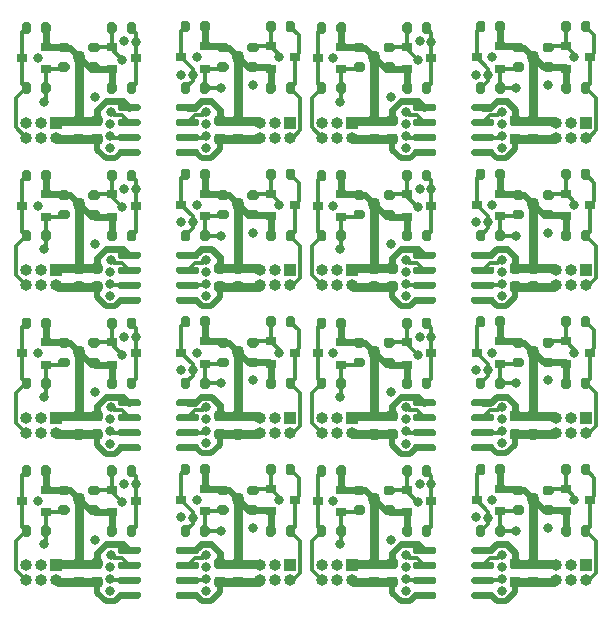
<source format=gbr>
%TF.GenerationSoftware,KiCad,Pcbnew,(5.1.10)-1*%
%TF.CreationDate,2022-01-17T18:26:10+07:00*%
%TF.ProjectId,ADuM_I2C_v3_pnlz2x4,4144754d-5f49-4324-935f-76335f706e6c,rev?*%
%TF.SameCoordinates,Original*%
%TF.FileFunction,Copper,L4,Bot*%
%TF.FilePolarity,Positive*%
%FSLAX46Y46*%
G04 Gerber Fmt 4.6, Leading zero omitted, Abs format (unit mm)*
G04 Created by KiCad (PCBNEW (5.1.10)-1) date 2022-01-17 18:26:10*
%MOMM*%
%LPD*%
G01*
G04 APERTURE LIST*
%TA.AperFunction,ComponentPad*%
%ADD10R,1.000000X1.000000*%
%TD*%
%TA.AperFunction,ComponentPad*%
%ADD11O,1.000000X1.000000*%
%TD*%
%TA.AperFunction,SMDPad,CuDef*%
%ADD12R,0.900000X0.800000*%
%TD*%
%TA.AperFunction,ViaPad*%
%ADD13C,0.800000*%
%TD*%
%TA.AperFunction,ViaPad*%
%ADD14C,1.100000*%
%TD*%
%TA.AperFunction,Conductor*%
%ADD15C,0.800000*%
%TD*%
%TA.AperFunction,Conductor*%
%ADD16C,0.600000*%
%TD*%
%TA.AperFunction,Conductor*%
%ADD17C,0.500000*%
%TD*%
%TA.AperFunction,Conductor*%
%ADD18C,0.300000*%
%TD*%
G04 APERTURE END LIST*
%TO.P,R24,1*%
%TO.N,/inb*%
%TA.AperFunction,SMDPad,CuDef*%
G36*
G01*
X143425000Y-118218000D02*
X143425000Y-117668000D01*
G75*
G02*
X143625000Y-117468000I200000J0D01*
G01*
X144025000Y-117468000D01*
G75*
G02*
X144225000Y-117668000I0J-200000D01*
G01*
X144225000Y-118218000D01*
G75*
G02*
X144025000Y-118418000I-200000J0D01*
G01*
X143625000Y-118418000D01*
G75*
G02*
X143425000Y-118218000I0J200000D01*
G01*
G37*
%TD.AperFunction*%
%TO.P,R24,2*%
%TO.N,VCCQ*%
%TA.AperFunction,SMDPad,CuDef*%
G36*
G01*
X145075000Y-118218000D02*
X145075000Y-117668000D01*
G75*
G02*
X145275000Y-117468000I200000J0D01*
G01*
X145675000Y-117468000D01*
G75*
G02*
X145875000Y-117668000I0J-200000D01*
G01*
X145875000Y-118218000D01*
G75*
G02*
X145675000Y-118418000I-200000J0D01*
G01*
X145275000Y-118418000D01*
G75*
G02*
X145075000Y-118218000I0J200000D01*
G01*
G37*
%TD.AperFunction*%
%TD*%
%TO.P,R24,1*%
%TO.N,/inb*%
%TA.AperFunction,SMDPad,CuDef*%
G36*
G01*
X118425000Y-118218000D02*
X118425000Y-117668000D01*
G75*
G02*
X118625000Y-117468000I200000J0D01*
G01*
X119025000Y-117468000D01*
G75*
G02*
X119225000Y-117668000I0J-200000D01*
G01*
X119225000Y-118218000D01*
G75*
G02*
X119025000Y-118418000I-200000J0D01*
G01*
X118625000Y-118418000D01*
G75*
G02*
X118425000Y-118218000I0J200000D01*
G01*
G37*
%TD.AperFunction*%
%TO.P,R24,2*%
%TO.N,VCCQ*%
%TA.AperFunction,SMDPad,CuDef*%
G36*
G01*
X120075000Y-118218000D02*
X120075000Y-117668000D01*
G75*
G02*
X120275000Y-117468000I200000J0D01*
G01*
X120675000Y-117468000D01*
G75*
G02*
X120875000Y-117668000I0J-200000D01*
G01*
X120875000Y-118218000D01*
G75*
G02*
X120675000Y-118418000I-200000J0D01*
G01*
X120275000Y-118418000D01*
G75*
G02*
X120075000Y-118218000I0J200000D01*
G01*
G37*
%TD.AperFunction*%
%TD*%
%TO.P,R24,1*%
%TO.N,/inb*%
%TA.AperFunction,SMDPad,CuDef*%
G36*
G01*
X143425000Y-105718000D02*
X143425000Y-105168000D01*
G75*
G02*
X143625000Y-104968000I200000J0D01*
G01*
X144025000Y-104968000D01*
G75*
G02*
X144225000Y-105168000I0J-200000D01*
G01*
X144225000Y-105718000D01*
G75*
G02*
X144025000Y-105918000I-200000J0D01*
G01*
X143625000Y-105918000D01*
G75*
G02*
X143425000Y-105718000I0J200000D01*
G01*
G37*
%TD.AperFunction*%
%TO.P,R24,2*%
%TO.N,VCCQ*%
%TA.AperFunction,SMDPad,CuDef*%
G36*
G01*
X145075000Y-105718000D02*
X145075000Y-105168000D01*
G75*
G02*
X145275000Y-104968000I200000J0D01*
G01*
X145675000Y-104968000D01*
G75*
G02*
X145875000Y-105168000I0J-200000D01*
G01*
X145875000Y-105718000D01*
G75*
G02*
X145675000Y-105918000I-200000J0D01*
G01*
X145275000Y-105918000D01*
G75*
G02*
X145075000Y-105718000I0J200000D01*
G01*
G37*
%TD.AperFunction*%
%TD*%
%TO.P,R24,1*%
%TO.N,/inb*%
%TA.AperFunction,SMDPad,CuDef*%
G36*
G01*
X118425000Y-105718000D02*
X118425000Y-105168000D01*
G75*
G02*
X118625000Y-104968000I200000J0D01*
G01*
X119025000Y-104968000D01*
G75*
G02*
X119225000Y-105168000I0J-200000D01*
G01*
X119225000Y-105718000D01*
G75*
G02*
X119025000Y-105918000I-200000J0D01*
G01*
X118625000Y-105918000D01*
G75*
G02*
X118425000Y-105718000I0J200000D01*
G01*
G37*
%TD.AperFunction*%
%TO.P,R24,2*%
%TO.N,VCCQ*%
%TA.AperFunction,SMDPad,CuDef*%
G36*
G01*
X120075000Y-105718000D02*
X120075000Y-105168000D01*
G75*
G02*
X120275000Y-104968000I200000J0D01*
G01*
X120675000Y-104968000D01*
G75*
G02*
X120875000Y-105168000I0J-200000D01*
G01*
X120875000Y-105718000D01*
G75*
G02*
X120675000Y-105918000I-200000J0D01*
G01*
X120275000Y-105918000D01*
G75*
G02*
X120075000Y-105718000I0J200000D01*
G01*
G37*
%TD.AperFunction*%
%TD*%
%TO.P,R24,1*%
%TO.N,/inb*%
%TA.AperFunction,SMDPad,CuDef*%
G36*
G01*
X143425000Y-93218000D02*
X143425000Y-92668000D01*
G75*
G02*
X143625000Y-92468000I200000J0D01*
G01*
X144025000Y-92468000D01*
G75*
G02*
X144225000Y-92668000I0J-200000D01*
G01*
X144225000Y-93218000D01*
G75*
G02*
X144025000Y-93418000I-200000J0D01*
G01*
X143625000Y-93418000D01*
G75*
G02*
X143425000Y-93218000I0J200000D01*
G01*
G37*
%TD.AperFunction*%
%TO.P,R24,2*%
%TO.N,VCCQ*%
%TA.AperFunction,SMDPad,CuDef*%
G36*
G01*
X145075000Y-93218000D02*
X145075000Y-92668000D01*
G75*
G02*
X145275000Y-92468000I200000J0D01*
G01*
X145675000Y-92468000D01*
G75*
G02*
X145875000Y-92668000I0J-200000D01*
G01*
X145875000Y-93218000D01*
G75*
G02*
X145675000Y-93418000I-200000J0D01*
G01*
X145275000Y-93418000D01*
G75*
G02*
X145075000Y-93218000I0J200000D01*
G01*
G37*
%TD.AperFunction*%
%TD*%
%TO.P,R24,1*%
%TO.N,/inb*%
%TA.AperFunction,SMDPad,CuDef*%
G36*
G01*
X118425000Y-93218000D02*
X118425000Y-92668000D01*
G75*
G02*
X118625000Y-92468000I200000J0D01*
G01*
X119025000Y-92468000D01*
G75*
G02*
X119225000Y-92668000I0J-200000D01*
G01*
X119225000Y-93218000D01*
G75*
G02*
X119025000Y-93418000I-200000J0D01*
G01*
X118625000Y-93418000D01*
G75*
G02*
X118425000Y-93218000I0J200000D01*
G01*
G37*
%TD.AperFunction*%
%TO.P,R24,2*%
%TO.N,VCCQ*%
%TA.AperFunction,SMDPad,CuDef*%
G36*
G01*
X120075000Y-93218000D02*
X120075000Y-92668000D01*
G75*
G02*
X120275000Y-92468000I200000J0D01*
G01*
X120675000Y-92468000D01*
G75*
G02*
X120875000Y-92668000I0J-200000D01*
G01*
X120875000Y-93218000D01*
G75*
G02*
X120675000Y-93418000I-200000J0D01*
G01*
X120275000Y-93418000D01*
G75*
G02*
X120075000Y-93218000I0J200000D01*
G01*
G37*
%TD.AperFunction*%
%TD*%
%TO.P,R24,1*%
%TO.N,/inb*%
%TA.AperFunction,SMDPad,CuDef*%
G36*
G01*
X143425000Y-80718000D02*
X143425000Y-80168000D01*
G75*
G02*
X143625000Y-79968000I200000J0D01*
G01*
X144025000Y-79968000D01*
G75*
G02*
X144225000Y-80168000I0J-200000D01*
G01*
X144225000Y-80718000D01*
G75*
G02*
X144025000Y-80918000I-200000J0D01*
G01*
X143625000Y-80918000D01*
G75*
G02*
X143425000Y-80718000I0J200000D01*
G01*
G37*
%TD.AperFunction*%
%TO.P,R24,2*%
%TO.N,VCCQ*%
%TA.AperFunction,SMDPad,CuDef*%
G36*
G01*
X145075000Y-80718000D02*
X145075000Y-80168000D01*
G75*
G02*
X145275000Y-79968000I200000J0D01*
G01*
X145675000Y-79968000D01*
G75*
G02*
X145875000Y-80168000I0J-200000D01*
G01*
X145875000Y-80718000D01*
G75*
G02*
X145675000Y-80918000I-200000J0D01*
G01*
X145275000Y-80918000D01*
G75*
G02*
X145075000Y-80718000I0J200000D01*
G01*
G37*
%TD.AperFunction*%
%TD*%
%TO.P,U1,1*%
%TO.N,VCC*%
%TA.AperFunction,SMDPad,CuDef*%
G36*
G01*
X158450000Y-124524000D02*
X158450000Y-124824000D01*
G75*
G02*
X158300000Y-124974000I-150000J0D01*
G01*
X156650000Y-124974000D01*
G75*
G02*
X156500000Y-124824000I0J150000D01*
G01*
X156500000Y-124524000D01*
G75*
G02*
X156650000Y-124374000I150000J0D01*
G01*
X158300000Y-124374000D01*
G75*
G02*
X158450000Y-124524000I0J-150000D01*
G01*
G37*
%TD.AperFunction*%
%TO.P,U1,2*%
%TO.N,Net-(Q1-Pad2)*%
%TA.AperFunction,SMDPad,CuDef*%
G36*
G01*
X158450000Y-125794000D02*
X158450000Y-126094000D01*
G75*
G02*
X158300000Y-126244000I-150000J0D01*
G01*
X156650000Y-126244000D01*
G75*
G02*
X156500000Y-126094000I0J150000D01*
G01*
X156500000Y-125794000D01*
G75*
G02*
X156650000Y-125644000I150000J0D01*
G01*
X158300000Y-125644000D01*
G75*
G02*
X158450000Y-125794000I0J-150000D01*
G01*
G37*
%TD.AperFunction*%
%TO.P,U1,3*%
%TO.N,Net-(Q2-Pad2)*%
%TA.AperFunction,SMDPad,CuDef*%
G36*
G01*
X158450000Y-127064000D02*
X158450000Y-127364000D01*
G75*
G02*
X158300000Y-127514000I-150000J0D01*
G01*
X156650000Y-127514000D01*
G75*
G02*
X156500000Y-127364000I0J150000D01*
G01*
X156500000Y-127064000D01*
G75*
G02*
X156650000Y-126914000I150000J0D01*
G01*
X158300000Y-126914000D01*
G75*
G02*
X158450000Y-127064000I0J-150000D01*
G01*
G37*
%TD.AperFunction*%
%TO.P,U1,4*%
%TO.N,GND*%
%TA.AperFunction,SMDPad,CuDef*%
G36*
G01*
X158450000Y-128334000D02*
X158450000Y-128634000D01*
G75*
G02*
X158300000Y-128784000I-150000J0D01*
G01*
X156650000Y-128784000D01*
G75*
G02*
X156500000Y-128634000I0J150000D01*
G01*
X156500000Y-128334000D01*
G75*
G02*
X156650000Y-128184000I150000J0D01*
G01*
X158300000Y-128184000D01*
G75*
G02*
X158450000Y-128334000I0J-150000D01*
G01*
G37*
%TD.AperFunction*%
%TO.P,U1,5*%
%TO.N,GND2*%
%TA.AperFunction,SMDPad,CuDef*%
G36*
G01*
X153500000Y-128334000D02*
X153500000Y-128634000D01*
G75*
G02*
X153350000Y-128784000I-150000J0D01*
G01*
X151700000Y-128784000D01*
G75*
G02*
X151550000Y-128634000I0J150000D01*
G01*
X151550000Y-128334000D01*
G75*
G02*
X151700000Y-128184000I150000J0D01*
G01*
X153350000Y-128184000D01*
G75*
G02*
X153500000Y-128334000I0J-150000D01*
G01*
G37*
%TD.AperFunction*%
%TO.P,U1,6*%
%TO.N,Net-(Q6-Pad2)*%
%TA.AperFunction,SMDPad,CuDef*%
G36*
G01*
X153500000Y-127064000D02*
X153500000Y-127364000D01*
G75*
G02*
X153350000Y-127514000I-150000J0D01*
G01*
X151700000Y-127514000D01*
G75*
G02*
X151550000Y-127364000I0J150000D01*
G01*
X151550000Y-127064000D01*
G75*
G02*
X151700000Y-126914000I150000J0D01*
G01*
X153350000Y-126914000D01*
G75*
G02*
X153500000Y-127064000I0J-150000D01*
G01*
G37*
%TD.AperFunction*%
%TO.P,U1,7*%
%TO.N,Net-(Q5-Pad2)*%
%TA.AperFunction,SMDPad,CuDef*%
G36*
G01*
X153500000Y-125794000D02*
X153500000Y-126094000D01*
G75*
G02*
X153350000Y-126244000I-150000J0D01*
G01*
X151700000Y-126244000D01*
G75*
G02*
X151550000Y-126094000I0J150000D01*
G01*
X151550000Y-125794000D01*
G75*
G02*
X151700000Y-125644000I150000J0D01*
G01*
X153350000Y-125644000D01*
G75*
G02*
X153500000Y-125794000I0J-150000D01*
G01*
G37*
%TD.AperFunction*%
%TO.P,U1,8*%
%TO.N,VCCQ*%
%TA.AperFunction,SMDPad,CuDef*%
G36*
G01*
X153500000Y-124524000D02*
X153500000Y-124824000D01*
G75*
G02*
X153350000Y-124974000I-150000J0D01*
G01*
X151700000Y-124974000D01*
G75*
G02*
X151550000Y-124824000I0J150000D01*
G01*
X151550000Y-124524000D01*
G75*
G02*
X151700000Y-124374000I150000J0D01*
G01*
X153350000Y-124374000D01*
G75*
G02*
X153500000Y-124524000I0J-150000D01*
G01*
G37*
%TD.AperFunction*%
%TD*%
%TO.P,U1,1*%
%TO.N,VCC*%
%TA.AperFunction,SMDPad,CuDef*%
G36*
G01*
X133450000Y-124524000D02*
X133450000Y-124824000D01*
G75*
G02*
X133300000Y-124974000I-150000J0D01*
G01*
X131650000Y-124974000D01*
G75*
G02*
X131500000Y-124824000I0J150000D01*
G01*
X131500000Y-124524000D01*
G75*
G02*
X131650000Y-124374000I150000J0D01*
G01*
X133300000Y-124374000D01*
G75*
G02*
X133450000Y-124524000I0J-150000D01*
G01*
G37*
%TD.AperFunction*%
%TO.P,U1,2*%
%TO.N,Net-(Q1-Pad2)*%
%TA.AperFunction,SMDPad,CuDef*%
G36*
G01*
X133450000Y-125794000D02*
X133450000Y-126094000D01*
G75*
G02*
X133300000Y-126244000I-150000J0D01*
G01*
X131650000Y-126244000D01*
G75*
G02*
X131500000Y-126094000I0J150000D01*
G01*
X131500000Y-125794000D01*
G75*
G02*
X131650000Y-125644000I150000J0D01*
G01*
X133300000Y-125644000D01*
G75*
G02*
X133450000Y-125794000I0J-150000D01*
G01*
G37*
%TD.AperFunction*%
%TO.P,U1,3*%
%TO.N,Net-(Q2-Pad2)*%
%TA.AperFunction,SMDPad,CuDef*%
G36*
G01*
X133450000Y-127064000D02*
X133450000Y-127364000D01*
G75*
G02*
X133300000Y-127514000I-150000J0D01*
G01*
X131650000Y-127514000D01*
G75*
G02*
X131500000Y-127364000I0J150000D01*
G01*
X131500000Y-127064000D01*
G75*
G02*
X131650000Y-126914000I150000J0D01*
G01*
X133300000Y-126914000D01*
G75*
G02*
X133450000Y-127064000I0J-150000D01*
G01*
G37*
%TD.AperFunction*%
%TO.P,U1,4*%
%TO.N,GND*%
%TA.AperFunction,SMDPad,CuDef*%
G36*
G01*
X133450000Y-128334000D02*
X133450000Y-128634000D01*
G75*
G02*
X133300000Y-128784000I-150000J0D01*
G01*
X131650000Y-128784000D01*
G75*
G02*
X131500000Y-128634000I0J150000D01*
G01*
X131500000Y-128334000D01*
G75*
G02*
X131650000Y-128184000I150000J0D01*
G01*
X133300000Y-128184000D01*
G75*
G02*
X133450000Y-128334000I0J-150000D01*
G01*
G37*
%TD.AperFunction*%
%TO.P,U1,5*%
%TO.N,GND2*%
%TA.AperFunction,SMDPad,CuDef*%
G36*
G01*
X128500000Y-128334000D02*
X128500000Y-128634000D01*
G75*
G02*
X128350000Y-128784000I-150000J0D01*
G01*
X126700000Y-128784000D01*
G75*
G02*
X126550000Y-128634000I0J150000D01*
G01*
X126550000Y-128334000D01*
G75*
G02*
X126700000Y-128184000I150000J0D01*
G01*
X128350000Y-128184000D01*
G75*
G02*
X128500000Y-128334000I0J-150000D01*
G01*
G37*
%TD.AperFunction*%
%TO.P,U1,6*%
%TO.N,Net-(Q6-Pad2)*%
%TA.AperFunction,SMDPad,CuDef*%
G36*
G01*
X128500000Y-127064000D02*
X128500000Y-127364000D01*
G75*
G02*
X128350000Y-127514000I-150000J0D01*
G01*
X126700000Y-127514000D01*
G75*
G02*
X126550000Y-127364000I0J150000D01*
G01*
X126550000Y-127064000D01*
G75*
G02*
X126700000Y-126914000I150000J0D01*
G01*
X128350000Y-126914000D01*
G75*
G02*
X128500000Y-127064000I0J-150000D01*
G01*
G37*
%TD.AperFunction*%
%TO.P,U1,7*%
%TO.N,Net-(Q5-Pad2)*%
%TA.AperFunction,SMDPad,CuDef*%
G36*
G01*
X128500000Y-125794000D02*
X128500000Y-126094000D01*
G75*
G02*
X128350000Y-126244000I-150000J0D01*
G01*
X126700000Y-126244000D01*
G75*
G02*
X126550000Y-126094000I0J150000D01*
G01*
X126550000Y-125794000D01*
G75*
G02*
X126700000Y-125644000I150000J0D01*
G01*
X128350000Y-125644000D01*
G75*
G02*
X128500000Y-125794000I0J-150000D01*
G01*
G37*
%TD.AperFunction*%
%TO.P,U1,8*%
%TO.N,VCCQ*%
%TA.AperFunction,SMDPad,CuDef*%
G36*
G01*
X128500000Y-124524000D02*
X128500000Y-124824000D01*
G75*
G02*
X128350000Y-124974000I-150000J0D01*
G01*
X126700000Y-124974000D01*
G75*
G02*
X126550000Y-124824000I0J150000D01*
G01*
X126550000Y-124524000D01*
G75*
G02*
X126700000Y-124374000I150000J0D01*
G01*
X128350000Y-124374000D01*
G75*
G02*
X128500000Y-124524000I0J-150000D01*
G01*
G37*
%TD.AperFunction*%
%TD*%
%TO.P,U1,1*%
%TO.N,VCC*%
%TA.AperFunction,SMDPad,CuDef*%
G36*
G01*
X158450000Y-112024000D02*
X158450000Y-112324000D01*
G75*
G02*
X158300000Y-112474000I-150000J0D01*
G01*
X156650000Y-112474000D01*
G75*
G02*
X156500000Y-112324000I0J150000D01*
G01*
X156500000Y-112024000D01*
G75*
G02*
X156650000Y-111874000I150000J0D01*
G01*
X158300000Y-111874000D01*
G75*
G02*
X158450000Y-112024000I0J-150000D01*
G01*
G37*
%TD.AperFunction*%
%TO.P,U1,2*%
%TO.N,Net-(Q1-Pad2)*%
%TA.AperFunction,SMDPad,CuDef*%
G36*
G01*
X158450000Y-113294000D02*
X158450000Y-113594000D01*
G75*
G02*
X158300000Y-113744000I-150000J0D01*
G01*
X156650000Y-113744000D01*
G75*
G02*
X156500000Y-113594000I0J150000D01*
G01*
X156500000Y-113294000D01*
G75*
G02*
X156650000Y-113144000I150000J0D01*
G01*
X158300000Y-113144000D01*
G75*
G02*
X158450000Y-113294000I0J-150000D01*
G01*
G37*
%TD.AperFunction*%
%TO.P,U1,3*%
%TO.N,Net-(Q2-Pad2)*%
%TA.AperFunction,SMDPad,CuDef*%
G36*
G01*
X158450000Y-114564000D02*
X158450000Y-114864000D01*
G75*
G02*
X158300000Y-115014000I-150000J0D01*
G01*
X156650000Y-115014000D01*
G75*
G02*
X156500000Y-114864000I0J150000D01*
G01*
X156500000Y-114564000D01*
G75*
G02*
X156650000Y-114414000I150000J0D01*
G01*
X158300000Y-114414000D01*
G75*
G02*
X158450000Y-114564000I0J-150000D01*
G01*
G37*
%TD.AperFunction*%
%TO.P,U1,4*%
%TO.N,GND*%
%TA.AperFunction,SMDPad,CuDef*%
G36*
G01*
X158450000Y-115834000D02*
X158450000Y-116134000D01*
G75*
G02*
X158300000Y-116284000I-150000J0D01*
G01*
X156650000Y-116284000D01*
G75*
G02*
X156500000Y-116134000I0J150000D01*
G01*
X156500000Y-115834000D01*
G75*
G02*
X156650000Y-115684000I150000J0D01*
G01*
X158300000Y-115684000D01*
G75*
G02*
X158450000Y-115834000I0J-150000D01*
G01*
G37*
%TD.AperFunction*%
%TO.P,U1,5*%
%TO.N,GND2*%
%TA.AperFunction,SMDPad,CuDef*%
G36*
G01*
X153500000Y-115834000D02*
X153500000Y-116134000D01*
G75*
G02*
X153350000Y-116284000I-150000J0D01*
G01*
X151700000Y-116284000D01*
G75*
G02*
X151550000Y-116134000I0J150000D01*
G01*
X151550000Y-115834000D01*
G75*
G02*
X151700000Y-115684000I150000J0D01*
G01*
X153350000Y-115684000D01*
G75*
G02*
X153500000Y-115834000I0J-150000D01*
G01*
G37*
%TD.AperFunction*%
%TO.P,U1,6*%
%TO.N,Net-(Q6-Pad2)*%
%TA.AperFunction,SMDPad,CuDef*%
G36*
G01*
X153500000Y-114564000D02*
X153500000Y-114864000D01*
G75*
G02*
X153350000Y-115014000I-150000J0D01*
G01*
X151700000Y-115014000D01*
G75*
G02*
X151550000Y-114864000I0J150000D01*
G01*
X151550000Y-114564000D01*
G75*
G02*
X151700000Y-114414000I150000J0D01*
G01*
X153350000Y-114414000D01*
G75*
G02*
X153500000Y-114564000I0J-150000D01*
G01*
G37*
%TD.AperFunction*%
%TO.P,U1,7*%
%TO.N,Net-(Q5-Pad2)*%
%TA.AperFunction,SMDPad,CuDef*%
G36*
G01*
X153500000Y-113294000D02*
X153500000Y-113594000D01*
G75*
G02*
X153350000Y-113744000I-150000J0D01*
G01*
X151700000Y-113744000D01*
G75*
G02*
X151550000Y-113594000I0J150000D01*
G01*
X151550000Y-113294000D01*
G75*
G02*
X151700000Y-113144000I150000J0D01*
G01*
X153350000Y-113144000D01*
G75*
G02*
X153500000Y-113294000I0J-150000D01*
G01*
G37*
%TD.AperFunction*%
%TO.P,U1,8*%
%TO.N,VCCQ*%
%TA.AperFunction,SMDPad,CuDef*%
G36*
G01*
X153500000Y-112024000D02*
X153500000Y-112324000D01*
G75*
G02*
X153350000Y-112474000I-150000J0D01*
G01*
X151700000Y-112474000D01*
G75*
G02*
X151550000Y-112324000I0J150000D01*
G01*
X151550000Y-112024000D01*
G75*
G02*
X151700000Y-111874000I150000J0D01*
G01*
X153350000Y-111874000D01*
G75*
G02*
X153500000Y-112024000I0J-150000D01*
G01*
G37*
%TD.AperFunction*%
%TD*%
%TO.P,U1,1*%
%TO.N,VCC*%
%TA.AperFunction,SMDPad,CuDef*%
G36*
G01*
X133450000Y-112024000D02*
X133450000Y-112324000D01*
G75*
G02*
X133300000Y-112474000I-150000J0D01*
G01*
X131650000Y-112474000D01*
G75*
G02*
X131500000Y-112324000I0J150000D01*
G01*
X131500000Y-112024000D01*
G75*
G02*
X131650000Y-111874000I150000J0D01*
G01*
X133300000Y-111874000D01*
G75*
G02*
X133450000Y-112024000I0J-150000D01*
G01*
G37*
%TD.AperFunction*%
%TO.P,U1,2*%
%TO.N,Net-(Q1-Pad2)*%
%TA.AperFunction,SMDPad,CuDef*%
G36*
G01*
X133450000Y-113294000D02*
X133450000Y-113594000D01*
G75*
G02*
X133300000Y-113744000I-150000J0D01*
G01*
X131650000Y-113744000D01*
G75*
G02*
X131500000Y-113594000I0J150000D01*
G01*
X131500000Y-113294000D01*
G75*
G02*
X131650000Y-113144000I150000J0D01*
G01*
X133300000Y-113144000D01*
G75*
G02*
X133450000Y-113294000I0J-150000D01*
G01*
G37*
%TD.AperFunction*%
%TO.P,U1,3*%
%TO.N,Net-(Q2-Pad2)*%
%TA.AperFunction,SMDPad,CuDef*%
G36*
G01*
X133450000Y-114564000D02*
X133450000Y-114864000D01*
G75*
G02*
X133300000Y-115014000I-150000J0D01*
G01*
X131650000Y-115014000D01*
G75*
G02*
X131500000Y-114864000I0J150000D01*
G01*
X131500000Y-114564000D01*
G75*
G02*
X131650000Y-114414000I150000J0D01*
G01*
X133300000Y-114414000D01*
G75*
G02*
X133450000Y-114564000I0J-150000D01*
G01*
G37*
%TD.AperFunction*%
%TO.P,U1,4*%
%TO.N,GND*%
%TA.AperFunction,SMDPad,CuDef*%
G36*
G01*
X133450000Y-115834000D02*
X133450000Y-116134000D01*
G75*
G02*
X133300000Y-116284000I-150000J0D01*
G01*
X131650000Y-116284000D01*
G75*
G02*
X131500000Y-116134000I0J150000D01*
G01*
X131500000Y-115834000D01*
G75*
G02*
X131650000Y-115684000I150000J0D01*
G01*
X133300000Y-115684000D01*
G75*
G02*
X133450000Y-115834000I0J-150000D01*
G01*
G37*
%TD.AperFunction*%
%TO.P,U1,5*%
%TO.N,GND2*%
%TA.AperFunction,SMDPad,CuDef*%
G36*
G01*
X128500000Y-115834000D02*
X128500000Y-116134000D01*
G75*
G02*
X128350000Y-116284000I-150000J0D01*
G01*
X126700000Y-116284000D01*
G75*
G02*
X126550000Y-116134000I0J150000D01*
G01*
X126550000Y-115834000D01*
G75*
G02*
X126700000Y-115684000I150000J0D01*
G01*
X128350000Y-115684000D01*
G75*
G02*
X128500000Y-115834000I0J-150000D01*
G01*
G37*
%TD.AperFunction*%
%TO.P,U1,6*%
%TO.N,Net-(Q6-Pad2)*%
%TA.AperFunction,SMDPad,CuDef*%
G36*
G01*
X128500000Y-114564000D02*
X128500000Y-114864000D01*
G75*
G02*
X128350000Y-115014000I-150000J0D01*
G01*
X126700000Y-115014000D01*
G75*
G02*
X126550000Y-114864000I0J150000D01*
G01*
X126550000Y-114564000D01*
G75*
G02*
X126700000Y-114414000I150000J0D01*
G01*
X128350000Y-114414000D01*
G75*
G02*
X128500000Y-114564000I0J-150000D01*
G01*
G37*
%TD.AperFunction*%
%TO.P,U1,7*%
%TO.N,Net-(Q5-Pad2)*%
%TA.AperFunction,SMDPad,CuDef*%
G36*
G01*
X128500000Y-113294000D02*
X128500000Y-113594000D01*
G75*
G02*
X128350000Y-113744000I-150000J0D01*
G01*
X126700000Y-113744000D01*
G75*
G02*
X126550000Y-113594000I0J150000D01*
G01*
X126550000Y-113294000D01*
G75*
G02*
X126700000Y-113144000I150000J0D01*
G01*
X128350000Y-113144000D01*
G75*
G02*
X128500000Y-113294000I0J-150000D01*
G01*
G37*
%TD.AperFunction*%
%TO.P,U1,8*%
%TO.N,VCCQ*%
%TA.AperFunction,SMDPad,CuDef*%
G36*
G01*
X128500000Y-112024000D02*
X128500000Y-112324000D01*
G75*
G02*
X128350000Y-112474000I-150000J0D01*
G01*
X126700000Y-112474000D01*
G75*
G02*
X126550000Y-112324000I0J150000D01*
G01*
X126550000Y-112024000D01*
G75*
G02*
X126700000Y-111874000I150000J0D01*
G01*
X128350000Y-111874000D01*
G75*
G02*
X128500000Y-112024000I0J-150000D01*
G01*
G37*
%TD.AperFunction*%
%TD*%
%TO.P,U1,1*%
%TO.N,VCC*%
%TA.AperFunction,SMDPad,CuDef*%
G36*
G01*
X158450000Y-99524000D02*
X158450000Y-99824000D01*
G75*
G02*
X158300000Y-99974000I-150000J0D01*
G01*
X156650000Y-99974000D01*
G75*
G02*
X156500000Y-99824000I0J150000D01*
G01*
X156500000Y-99524000D01*
G75*
G02*
X156650000Y-99374000I150000J0D01*
G01*
X158300000Y-99374000D01*
G75*
G02*
X158450000Y-99524000I0J-150000D01*
G01*
G37*
%TD.AperFunction*%
%TO.P,U1,2*%
%TO.N,Net-(Q1-Pad2)*%
%TA.AperFunction,SMDPad,CuDef*%
G36*
G01*
X158450000Y-100794000D02*
X158450000Y-101094000D01*
G75*
G02*
X158300000Y-101244000I-150000J0D01*
G01*
X156650000Y-101244000D01*
G75*
G02*
X156500000Y-101094000I0J150000D01*
G01*
X156500000Y-100794000D01*
G75*
G02*
X156650000Y-100644000I150000J0D01*
G01*
X158300000Y-100644000D01*
G75*
G02*
X158450000Y-100794000I0J-150000D01*
G01*
G37*
%TD.AperFunction*%
%TO.P,U1,3*%
%TO.N,Net-(Q2-Pad2)*%
%TA.AperFunction,SMDPad,CuDef*%
G36*
G01*
X158450000Y-102064000D02*
X158450000Y-102364000D01*
G75*
G02*
X158300000Y-102514000I-150000J0D01*
G01*
X156650000Y-102514000D01*
G75*
G02*
X156500000Y-102364000I0J150000D01*
G01*
X156500000Y-102064000D01*
G75*
G02*
X156650000Y-101914000I150000J0D01*
G01*
X158300000Y-101914000D01*
G75*
G02*
X158450000Y-102064000I0J-150000D01*
G01*
G37*
%TD.AperFunction*%
%TO.P,U1,4*%
%TO.N,GND*%
%TA.AperFunction,SMDPad,CuDef*%
G36*
G01*
X158450000Y-103334000D02*
X158450000Y-103634000D01*
G75*
G02*
X158300000Y-103784000I-150000J0D01*
G01*
X156650000Y-103784000D01*
G75*
G02*
X156500000Y-103634000I0J150000D01*
G01*
X156500000Y-103334000D01*
G75*
G02*
X156650000Y-103184000I150000J0D01*
G01*
X158300000Y-103184000D01*
G75*
G02*
X158450000Y-103334000I0J-150000D01*
G01*
G37*
%TD.AperFunction*%
%TO.P,U1,5*%
%TO.N,GND2*%
%TA.AperFunction,SMDPad,CuDef*%
G36*
G01*
X153500000Y-103334000D02*
X153500000Y-103634000D01*
G75*
G02*
X153350000Y-103784000I-150000J0D01*
G01*
X151700000Y-103784000D01*
G75*
G02*
X151550000Y-103634000I0J150000D01*
G01*
X151550000Y-103334000D01*
G75*
G02*
X151700000Y-103184000I150000J0D01*
G01*
X153350000Y-103184000D01*
G75*
G02*
X153500000Y-103334000I0J-150000D01*
G01*
G37*
%TD.AperFunction*%
%TO.P,U1,6*%
%TO.N,Net-(Q6-Pad2)*%
%TA.AperFunction,SMDPad,CuDef*%
G36*
G01*
X153500000Y-102064000D02*
X153500000Y-102364000D01*
G75*
G02*
X153350000Y-102514000I-150000J0D01*
G01*
X151700000Y-102514000D01*
G75*
G02*
X151550000Y-102364000I0J150000D01*
G01*
X151550000Y-102064000D01*
G75*
G02*
X151700000Y-101914000I150000J0D01*
G01*
X153350000Y-101914000D01*
G75*
G02*
X153500000Y-102064000I0J-150000D01*
G01*
G37*
%TD.AperFunction*%
%TO.P,U1,7*%
%TO.N,Net-(Q5-Pad2)*%
%TA.AperFunction,SMDPad,CuDef*%
G36*
G01*
X153500000Y-100794000D02*
X153500000Y-101094000D01*
G75*
G02*
X153350000Y-101244000I-150000J0D01*
G01*
X151700000Y-101244000D01*
G75*
G02*
X151550000Y-101094000I0J150000D01*
G01*
X151550000Y-100794000D01*
G75*
G02*
X151700000Y-100644000I150000J0D01*
G01*
X153350000Y-100644000D01*
G75*
G02*
X153500000Y-100794000I0J-150000D01*
G01*
G37*
%TD.AperFunction*%
%TO.P,U1,8*%
%TO.N,VCCQ*%
%TA.AperFunction,SMDPad,CuDef*%
G36*
G01*
X153500000Y-99524000D02*
X153500000Y-99824000D01*
G75*
G02*
X153350000Y-99974000I-150000J0D01*
G01*
X151700000Y-99974000D01*
G75*
G02*
X151550000Y-99824000I0J150000D01*
G01*
X151550000Y-99524000D01*
G75*
G02*
X151700000Y-99374000I150000J0D01*
G01*
X153350000Y-99374000D01*
G75*
G02*
X153500000Y-99524000I0J-150000D01*
G01*
G37*
%TD.AperFunction*%
%TD*%
%TO.P,U1,1*%
%TO.N,VCC*%
%TA.AperFunction,SMDPad,CuDef*%
G36*
G01*
X133450000Y-99524000D02*
X133450000Y-99824000D01*
G75*
G02*
X133300000Y-99974000I-150000J0D01*
G01*
X131650000Y-99974000D01*
G75*
G02*
X131500000Y-99824000I0J150000D01*
G01*
X131500000Y-99524000D01*
G75*
G02*
X131650000Y-99374000I150000J0D01*
G01*
X133300000Y-99374000D01*
G75*
G02*
X133450000Y-99524000I0J-150000D01*
G01*
G37*
%TD.AperFunction*%
%TO.P,U1,2*%
%TO.N,Net-(Q1-Pad2)*%
%TA.AperFunction,SMDPad,CuDef*%
G36*
G01*
X133450000Y-100794000D02*
X133450000Y-101094000D01*
G75*
G02*
X133300000Y-101244000I-150000J0D01*
G01*
X131650000Y-101244000D01*
G75*
G02*
X131500000Y-101094000I0J150000D01*
G01*
X131500000Y-100794000D01*
G75*
G02*
X131650000Y-100644000I150000J0D01*
G01*
X133300000Y-100644000D01*
G75*
G02*
X133450000Y-100794000I0J-150000D01*
G01*
G37*
%TD.AperFunction*%
%TO.P,U1,3*%
%TO.N,Net-(Q2-Pad2)*%
%TA.AperFunction,SMDPad,CuDef*%
G36*
G01*
X133450000Y-102064000D02*
X133450000Y-102364000D01*
G75*
G02*
X133300000Y-102514000I-150000J0D01*
G01*
X131650000Y-102514000D01*
G75*
G02*
X131500000Y-102364000I0J150000D01*
G01*
X131500000Y-102064000D01*
G75*
G02*
X131650000Y-101914000I150000J0D01*
G01*
X133300000Y-101914000D01*
G75*
G02*
X133450000Y-102064000I0J-150000D01*
G01*
G37*
%TD.AperFunction*%
%TO.P,U1,4*%
%TO.N,GND*%
%TA.AperFunction,SMDPad,CuDef*%
G36*
G01*
X133450000Y-103334000D02*
X133450000Y-103634000D01*
G75*
G02*
X133300000Y-103784000I-150000J0D01*
G01*
X131650000Y-103784000D01*
G75*
G02*
X131500000Y-103634000I0J150000D01*
G01*
X131500000Y-103334000D01*
G75*
G02*
X131650000Y-103184000I150000J0D01*
G01*
X133300000Y-103184000D01*
G75*
G02*
X133450000Y-103334000I0J-150000D01*
G01*
G37*
%TD.AperFunction*%
%TO.P,U1,5*%
%TO.N,GND2*%
%TA.AperFunction,SMDPad,CuDef*%
G36*
G01*
X128500000Y-103334000D02*
X128500000Y-103634000D01*
G75*
G02*
X128350000Y-103784000I-150000J0D01*
G01*
X126700000Y-103784000D01*
G75*
G02*
X126550000Y-103634000I0J150000D01*
G01*
X126550000Y-103334000D01*
G75*
G02*
X126700000Y-103184000I150000J0D01*
G01*
X128350000Y-103184000D01*
G75*
G02*
X128500000Y-103334000I0J-150000D01*
G01*
G37*
%TD.AperFunction*%
%TO.P,U1,6*%
%TO.N,Net-(Q6-Pad2)*%
%TA.AperFunction,SMDPad,CuDef*%
G36*
G01*
X128500000Y-102064000D02*
X128500000Y-102364000D01*
G75*
G02*
X128350000Y-102514000I-150000J0D01*
G01*
X126700000Y-102514000D01*
G75*
G02*
X126550000Y-102364000I0J150000D01*
G01*
X126550000Y-102064000D01*
G75*
G02*
X126700000Y-101914000I150000J0D01*
G01*
X128350000Y-101914000D01*
G75*
G02*
X128500000Y-102064000I0J-150000D01*
G01*
G37*
%TD.AperFunction*%
%TO.P,U1,7*%
%TO.N,Net-(Q5-Pad2)*%
%TA.AperFunction,SMDPad,CuDef*%
G36*
G01*
X128500000Y-100794000D02*
X128500000Y-101094000D01*
G75*
G02*
X128350000Y-101244000I-150000J0D01*
G01*
X126700000Y-101244000D01*
G75*
G02*
X126550000Y-101094000I0J150000D01*
G01*
X126550000Y-100794000D01*
G75*
G02*
X126700000Y-100644000I150000J0D01*
G01*
X128350000Y-100644000D01*
G75*
G02*
X128500000Y-100794000I0J-150000D01*
G01*
G37*
%TD.AperFunction*%
%TO.P,U1,8*%
%TO.N,VCCQ*%
%TA.AperFunction,SMDPad,CuDef*%
G36*
G01*
X128500000Y-99524000D02*
X128500000Y-99824000D01*
G75*
G02*
X128350000Y-99974000I-150000J0D01*
G01*
X126700000Y-99974000D01*
G75*
G02*
X126550000Y-99824000I0J150000D01*
G01*
X126550000Y-99524000D01*
G75*
G02*
X126700000Y-99374000I150000J0D01*
G01*
X128350000Y-99374000D01*
G75*
G02*
X128500000Y-99524000I0J-150000D01*
G01*
G37*
%TD.AperFunction*%
%TD*%
%TO.P,U1,1*%
%TO.N,VCC*%
%TA.AperFunction,SMDPad,CuDef*%
G36*
G01*
X158450000Y-87024000D02*
X158450000Y-87324000D01*
G75*
G02*
X158300000Y-87474000I-150000J0D01*
G01*
X156650000Y-87474000D01*
G75*
G02*
X156500000Y-87324000I0J150000D01*
G01*
X156500000Y-87024000D01*
G75*
G02*
X156650000Y-86874000I150000J0D01*
G01*
X158300000Y-86874000D01*
G75*
G02*
X158450000Y-87024000I0J-150000D01*
G01*
G37*
%TD.AperFunction*%
%TO.P,U1,2*%
%TO.N,Net-(Q1-Pad2)*%
%TA.AperFunction,SMDPad,CuDef*%
G36*
G01*
X158450000Y-88294000D02*
X158450000Y-88594000D01*
G75*
G02*
X158300000Y-88744000I-150000J0D01*
G01*
X156650000Y-88744000D01*
G75*
G02*
X156500000Y-88594000I0J150000D01*
G01*
X156500000Y-88294000D01*
G75*
G02*
X156650000Y-88144000I150000J0D01*
G01*
X158300000Y-88144000D01*
G75*
G02*
X158450000Y-88294000I0J-150000D01*
G01*
G37*
%TD.AperFunction*%
%TO.P,U1,3*%
%TO.N,Net-(Q2-Pad2)*%
%TA.AperFunction,SMDPad,CuDef*%
G36*
G01*
X158450000Y-89564000D02*
X158450000Y-89864000D01*
G75*
G02*
X158300000Y-90014000I-150000J0D01*
G01*
X156650000Y-90014000D01*
G75*
G02*
X156500000Y-89864000I0J150000D01*
G01*
X156500000Y-89564000D01*
G75*
G02*
X156650000Y-89414000I150000J0D01*
G01*
X158300000Y-89414000D01*
G75*
G02*
X158450000Y-89564000I0J-150000D01*
G01*
G37*
%TD.AperFunction*%
%TO.P,U1,4*%
%TO.N,GND*%
%TA.AperFunction,SMDPad,CuDef*%
G36*
G01*
X158450000Y-90834000D02*
X158450000Y-91134000D01*
G75*
G02*
X158300000Y-91284000I-150000J0D01*
G01*
X156650000Y-91284000D01*
G75*
G02*
X156500000Y-91134000I0J150000D01*
G01*
X156500000Y-90834000D01*
G75*
G02*
X156650000Y-90684000I150000J0D01*
G01*
X158300000Y-90684000D01*
G75*
G02*
X158450000Y-90834000I0J-150000D01*
G01*
G37*
%TD.AperFunction*%
%TO.P,U1,5*%
%TO.N,GND2*%
%TA.AperFunction,SMDPad,CuDef*%
G36*
G01*
X153500000Y-90834000D02*
X153500000Y-91134000D01*
G75*
G02*
X153350000Y-91284000I-150000J0D01*
G01*
X151700000Y-91284000D01*
G75*
G02*
X151550000Y-91134000I0J150000D01*
G01*
X151550000Y-90834000D01*
G75*
G02*
X151700000Y-90684000I150000J0D01*
G01*
X153350000Y-90684000D01*
G75*
G02*
X153500000Y-90834000I0J-150000D01*
G01*
G37*
%TD.AperFunction*%
%TO.P,U1,6*%
%TO.N,Net-(Q6-Pad2)*%
%TA.AperFunction,SMDPad,CuDef*%
G36*
G01*
X153500000Y-89564000D02*
X153500000Y-89864000D01*
G75*
G02*
X153350000Y-90014000I-150000J0D01*
G01*
X151700000Y-90014000D01*
G75*
G02*
X151550000Y-89864000I0J150000D01*
G01*
X151550000Y-89564000D01*
G75*
G02*
X151700000Y-89414000I150000J0D01*
G01*
X153350000Y-89414000D01*
G75*
G02*
X153500000Y-89564000I0J-150000D01*
G01*
G37*
%TD.AperFunction*%
%TO.P,U1,7*%
%TO.N,Net-(Q5-Pad2)*%
%TA.AperFunction,SMDPad,CuDef*%
G36*
G01*
X153500000Y-88294000D02*
X153500000Y-88594000D01*
G75*
G02*
X153350000Y-88744000I-150000J0D01*
G01*
X151700000Y-88744000D01*
G75*
G02*
X151550000Y-88594000I0J150000D01*
G01*
X151550000Y-88294000D01*
G75*
G02*
X151700000Y-88144000I150000J0D01*
G01*
X153350000Y-88144000D01*
G75*
G02*
X153500000Y-88294000I0J-150000D01*
G01*
G37*
%TD.AperFunction*%
%TO.P,U1,8*%
%TO.N,VCCQ*%
%TA.AperFunction,SMDPad,CuDef*%
G36*
G01*
X153500000Y-87024000D02*
X153500000Y-87324000D01*
G75*
G02*
X153350000Y-87474000I-150000J0D01*
G01*
X151700000Y-87474000D01*
G75*
G02*
X151550000Y-87324000I0J150000D01*
G01*
X151550000Y-87024000D01*
G75*
G02*
X151700000Y-86874000I150000J0D01*
G01*
X153350000Y-86874000D01*
G75*
G02*
X153500000Y-87024000I0J-150000D01*
G01*
G37*
%TD.AperFunction*%
%TD*%
D10*
%TO.P,J2,1*%
%TO.N,VCCQ*%
X146364000Y-125944000D03*
D11*
%TO.P,J2,2*%
%TO.N,GND2*%
X146364000Y-127214000D03*
%TO.P,J2,3*%
%TO.N,/SDAq*%
X145094000Y-125944000D03*
%TO.P,J2,4*%
%TO.N,/SCLq*%
X145094000Y-127214000D03*
%TO.P,J2,5*%
%TO.N,/outa*%
X143824000Y-125944000D03*
%TO.P,J2,6*%
%TO.N,/inb*%
X143824000Y-127214000D03*
%TD*%
D10*
%TO.P,J2,1*%
%TO.N,VCCQ*%
X121364000Y-125944000D03*
D11*
%TO.P,J2,2*%
%TO.N,GND2*%
X121364000Y-127214000D03*
%TO.P,J2,3*%
%TO.N,/SDAq*%
X120094000Y-125944000D03*
%TO.P,J2,4*%
%TO.N,/SCLq*%
X120094000Y-127214000D03*
%TO.P,J2,5*%
%TO.N,/outa*%
X118824000Y-125944000D03*
%TO.P,J2,6*%
%TO.N,/inb*%
X118824000Y-127214000D03*
%TD*%
D10*
%TO.P,J2,1*%
%TO.N,VCCQ*%
X146364000Y-113444000D03*
D11*
%TO.P,J2,2*%
%TO.N,GND2*%
X146364000Y-114714000D03*
%TO.P,J2,3*%
%TO.N,/SDAq*%
X145094000Y-113444000D03*
%TO.P,J2,4*%
%TO.N,/SCLq*%
X145094000Y-114714000D03*
%TO.P,J2,5*%
%TO.N,/outa*%
X143824000Y-113444000D03*
%TO.P,J2,6*%
%TO.N,/inb*%
X143824000Y-114714000D03*
%TD*%
D10*
%TO.P,J2,1*%
%TO.N,VCCQ*%
X121364000Y-113444000D03*
D11*
%TO.P,J2,2*%
%TO.N,GND2*%
X121364000Y-114714000D03*
%TO.P,J2,3*%
%TO.N,/SDAq*%
X120094000Y-113444000D03*
%TO.P,J2,4*%
%TO.N,/SCLq*%
X120094000Y-114714000D03*
%TO.P,J2,5*%
%TO.N,/outa*%
X118824000Y-113444000D03*
%TO.P,J2,6*%
%TO.N,/inb*%
X118824000Y-114714000D03*
%TD*%
D10*
%TO.P,J2,1*%
%TO.N,VCCQ*%
X146364000Y-100944000D03*
D11*
%TO.P,J2,2*%
%TO.N,GND2*%
X146364000Y-102214000D03*
%TO.P,J2,3*%
%TO.N,/SDAq*%
X145094000Y-100944000D03*
%TO.P,J2,4*%
%TO.N,/SCLq*%
X145094000Y-102214000D03*
%TO.P,J2,5*%
%TO.N,/outa*%
X143824000Y-100944000D03*
%TO.P,J2,6*%
%TO.N,/inb*%
X143824000Y-102214000D03*
%TD*%
D10*
%TO.P,J2,1*%
%TO.N,VCCQ*%
X121364000Y-100944000D03*
D11*
%TO.P,J2,2*%
%TO.N,GND2*%
X121364000Y-102214000D03*
%TO.P,J2,3*%
%TO.N,/SDAq*%
X120094000Y-100944000D03*
%TO.P,J2,4*%
%TO.N,/SCLq*%
X120094000Y-102214000D03*
%TO.P,J2,5*%
%TO.N,/outa*%
X118824000Y-100944000D03*
%TO.P,J2,6*%
%TO.N,/inb*%
X118824000Y-102214000D03*
%TD*%
D10*
%TO.P,J2,1*%
%TO.N,VCCQ*%
X146364000Y-88444000D03*
D11*
%TO.P,J2,2*%
%TO.N,GND2*%
X146364000Y-89714000D03*
%TO.P,J2,3*%
%TO.N,/SDAq*%
X145094000Y-88444000D03*
%TO.P,J2,4*%
%TO.N,/SCLq*%
X145094000Y-89714000D03*
%TO.P,J2,5*%
%TO.N,/outa*%
X143824000Y-88444000D03*
%TO.P,J2,6*%
%TO.N,/inb*%
X143824000Y-89714000D03*
%TD*%
D10*
%TO.P,J1,1*%
%TO.N,/ina*%
X166176000Y-125944000D03*
D11*
%TO.P,J1,2*%
%TO.N,/outb*%
X166176000Y-127214000D03*
%TO.P,J1,3*%
%TO.N,/SDA*%
X164906000Y-125944000D03*
%TO.P,J1,4*%
%TO.N,/SCL*%
X164906000Y-127214000D03*
%TO.P,J1,5*%
%TO.N,VCC*%
X163636000Y-125944000D03*
%TO.P,J1,6*%
%TO.N,GND*%
X163636000Y-127214000D03*
%TD*%
D10*
%TO.P,J1,1*%
%TO.N,/ina*%
X141176000Y-125944000D03*
D11*
%TO.P,J1,2*%
%TO.N,/outb*%
X141176000Y-127214000D03*
%TO.P,J1,3*%
%TO.N,/SDA*%
X139906000Y-125944000D03*
%TO.P,J1,4*%
%TO.N,/SCL*%
X139906000Y-127214000D03*
%TO.P,J1,5*%
%TO.N,VCC*%
X138636000Y-125944000D03*
%TO.P,J1,6*%
%TO.N,GND*%
X138636000Y-127214000D03*
%TD*%
D10*
%TO.P,J1,1*%
%TO.N,/ina*%
X166176000Y-113444000D03*
D11*
%TO.P,J1,2*%
%TO.N,/outb*%
X166176000Y-114714000D03*
%TO.P,J1,3*%
%TO.N,/SDA*%
X164906000Y-113444000D03*
%TO.P,J1,4*%
%TO.N,/SCL*%
X164906000Y-114714000D03*
%TO.P,J1,5*%
%TO.N,VCC*%
X163636000Y-113444000D03*
%TO.P,J1,6*%
%TO.N,GND*%
X163636000Y-114714000D03*
%TD*%
D10*
%TO.P,J1,1*%
%TO.N,/ina*%
X141176000Y-113444000D03*
D11*
%TO.P,J1,2*%
%TO.N,/outb*%
X141176000Y-114714000D03*
%TO.P,J1,3*%
%TO.N,/SDA*%
X139906000Y-113444000D03*
%TO.P,J1,4*%
%TO.N,/SCL*%
X139906000Y-114714000D03*
%TO.P,J1,5*%
%TO.N,VCC*%
X138636000Y-113444000D03*
%TO.P,J1,6*%
%TO.N,GND*%
X138636000Y-114714000D03*
%TD*%
D10*
%TO.P,J1,1*%
%TO.N,/ina*%
X166176000Y-100944000D03*
D11*
%TO.P,J1,2*%
%TO.N,/outb*%
X166176000Y-102214000D03*
%TO.P,J1,3*%
%TO.N,/SDA*%
X164906000Y-100944000D03*
%TO.P,J1,4*%
%TO.N,/SCL*%
X164906000Y-102214000D03*
%TO.P,J1,5*%
%TO.N,VCC*%
X163636000Y-100944000D03*
%TO.P,J1,6*%
%TO.N,GND*%
X163636000Y-102214000D03*
%TD*%
D10*
%TO.P,J1,1*%
%TO.N,/ina*%
X141176000Y-100944000D03*
D11*
%TO.P,J1,2*%
%TO.N,/outb*%
X141176000Y-102214000D03*
%TO.P,J1,3*%
%TO.N,/SDA*%
X139906000Y-100944000D03*
%TO.P,J1,4*%
%TO.N,/SCL*%
X139906000Y-102214000D03*
%TO.P,J1,5*%
%TO.N,VCC*%
X138636000Y-100944000D03*
%TO.P,J1,6*%
%TO.N,GND*%
X138636000Y-102214000D03*
%TD*%
D10*
%TO.P,J1,1*%
%TO.N,/ina*%
X166176000Y-88444000D03*
D11*
%TO.P,J1,2*%
%TO.N,/outb*%
X166176000Y-89714000D03*
%TO.P,J1,3*%
%TO.N,/SDA*%
X164906000Y-88444000D03*
%TO.P,J1,4*%
%TO.N,/SCL*%
X164906000Y-89714000D03*
%TO.P,J1,5*%
%TO.N,VCC*%
X163636000Y-88444000D03*
%TO.P,J1,6*%
%TO.N,GND*%
X163636000Y-89714000D03*
%TD*%
%TO.P,R16,1*%
%TO.N,VCCQ*%
%TA.AperFunction,SMDPad,CuDef*%
G36*
G01*
X146724000Y-119194000D02*
X147274000Y-119194000D01*
G75*
G02*
X147474000Y-119394000I0J-200000D01*
G01*
X147474000Y-119794000D01*
G75*
G02*
X147274000Y-119994000I-200000J0D01*
G01*
X146724000Y-119994000D01*
G75*
G02*
X146524000Y-119794000I0J200000D01*
G01*
X146524000Y-119394000D01*
G75*
G02*
X146724000Y-119194000I200000J0D01*
G01*
G37*
%TD.AperFunction*%
%TO.P,R16,2*%
%TO.N,Net-(Q8-Pad2)*%
%TA.AperFunction,SMDPad,CuDef*%
G36*
G01*
X146724000Y-120844000D02*
X147274000Y-120844000D01*
G75*
G02*
X147474000Y-121044000I0J-200000D01*
G01*
X147474000Y-121444000D01*
G75*
G02*
X147274000Y-121644000I-200000J0D01*
G01*
X146724000Y-121644000D01*
G75*
G02*
X146524000Y-121444000I0J200000D01*
G01*
X146524000Y-121044000D01*
G75*
G02*
X146724000Y-120844000I200000J0D01*
G01*
G37*
%TD.AperFunction*%
%TD*%
%TO.P,R16,1*%
%TO.N,VCCQ*%
%TA.AperFunction,SMDPad,CuDef*%
G36*
G01*
X121724000Y-119194000D02*
X122274000Y-119194000D01*
G75*
G02*
X122474000Y-119394000I0J-200000D01*
G01*
X122474000Y-119794000D01*
G75*
G02*
X122274000Y-119994000I-200000J0D01*
G01*
X121724000Y-119994000D01*
G75*
G02*
X121524000Y-119794000I0J200000D01*
G01*
X121524000Y-119394000D01*
G75*
G02*
X121724000Y-119194000I200000J0D01*
G01*
G37*
%TD.AperFunction*%
%TO.P,R16,2*%
%TO.N,Net-(Q8-Pad2)*%
%TA.AperFunction,SMDPad,CuDef*%
G36*
G01*
X121724000Y-120844000D02*
X122274000Y-120844000D01*
G75*
G02*
X122474000Y-121044000I0J-200000D01*
G01*
X122474000Y-121444000D01*
G75*
G02*
X122274000Y-121644000I-200000J0D01*
G01*
X121724000Y-121644000D01*
G75*
G02*
X121524000Y-121444000I0J200000D01*
G01*
X121524000Y-121044000D01*
G75*
G02*
X121724000Y-120844000I200000J0D01*
G01*
G37*
%TD.AperFunction*%
%TD*%
%TO.P,R16,1*%
%TO.N,VCCQ*%
%TA.AperFunction,SMDPad,CuDef*%
G36*
G01*
X146724000Y-106694000D02*
X147274000Y-106694000D01*
G75*
G02*
X147474000Y-106894000I0J-200000D01*
G01*
X147474000Y-107294000D01*
G75*
G02*
X147274000Y-107494000I-200000J0D01*
G01*
X146724000Y-107494000D01*
G75*
G02*
X146524000Y-107294000I0J200000D01*
G01*
X146524000Y-106894000D01*
G75*
G02*
X146724000Y-106694000I200000J0D01*
G01*
G37*
%TD.AperFunction*%
%TO.P,R16,2*%
%TO.N,Net-(Q8-Pad2)*%
%TA.AperFunction,SMDPad,CuDef*%
G36*
G01*
X146724000Y-108344000D02*
X147274000Y-108344000D01*
G75*
G02*
X147474000Y-108544000I0J-200000D01*
G01*
X147474000Y-108944000D01*
G75*
G02*
X147274000Y-109144000I-200000J0D01*
G01*
X146724000Y-109144000D01*
G75*
G02*
X146524000Y-108944000I0J200000D01*
G01*
X146524000Y-108544000D01*
G75*
G02*
X146724000Y-108344000I200000J0D01*
G01*
G37*
%TD.AperFunction*%
%TD*%
%TO.P,R16,1*%
%TO.N,VCCQ*%
%TA.AperFunction,SMDPad,CuDef*%
G36*
G01*
X121724000Y-106694000D02*
X122274000Y-106694000D01*
G75*
G02*
X122474000Y-106894000I0J-200000D01*
G01*
X122474000Y-107294000D01*
G75*
G02*
X122274000Y-107494000I-200000J0D01*
G01*
X121724000Y-107494000D01*
G75*
G02*
X121524000Y-107294000I0J200000D01*
G01*
X121524000Y-106894000D01*
G75*
G02*
X121724000Y-106694000I200000J0D01*
G01*
G37*
%TD.AperFunction*%
%TO.P,R16,2*%
%TO.N,Net-(Q8-Pad2)*%
%TA.AperFunction,SMDPad,CuDef*%
G36*
G01*
X121724000Y-108344000D02*
X122274000Y-108344000D01*
G75*
G02*
X122474000Y-108544000I0J-200000D01*
G01*
X122474000Y-108944000D01*
G75*
G02*
X122274000Y-109144000I-200000J0D01*
G01*
X121724000Y-109144000D01*
G75*
G02*
X121524000Y-108944000I0J200000D01*
G01*
X121524000Y-108544000D01*
G75*
G02*
X121724000Y-108344000I200000J0D01*
G01*
G37*
%TD.AperFunction*%
%TD*%
%TO.P,R16,1*%
%TO.N,VCCQ*%
%TA.AperFunction,SMDPad,CuDef*%
G36*
G01*
X146724000Y-94194000D02*
X147274000Y-94194000D01*
G75*
G02*
X147474000Y-94394000I0J-200000D01*
G01*
X147474000Y-94794000D01*
G75*
G02*
X147274000Y-94994000I-200000J0D01*
G01*
X146724000Y-94994000D01*
G75*
G02*
X146524000Y-94794000I0J200000D01*
G01*
X146524000Y-94394000D01*
G75*
G02*
X146724000Y-94194000I200000J0D01*
G01*
G37*
%TD.AperFunction*%
%TO.P,R16,2*%
%TO.N,Net-(Q8-Pad2)*%
%TA.AperFunction,SMDPad,CuDef*%
G36*
G01*
X146724000Y-95844000D02*
X147274000Y-95844000D01*
G75*
G02*
X147474000Y-96044000I0J-200000D01*
G01*
X147474000Y-96444000D01*
G75*
G02*
X147274000Y-96644000I-200000J0D01*
G01*
X146724000Y-96644000D01*
G75*
G02*
X146524000Y-96444000I0J200000D01*
G01*
X146524000Y-96044000D01*
G75*
G02*
X146724000Y-95844000I200000J0D01*
G01*
G37*
%TD.AperFunction*%
%TD*%
%TO.P,R16,1*%
%TO.N,VCCQ*%
%TA.AperFunction,SMDPad,CuDef*%
G36*
G01*
X121724000Y-94194000D02*
X122274000Y-94194000D01*
G75*
G02*
X122474000Y-94394000I0J-200000D01*
G01*
X122474000Y-94794000D01*
G75*
G02*
X122274000Y-94994000I-200000J0D01*
G01*
X121724000Y-94994000D01*
G75*
G02*
X121524000Y-94794000I0J200000D01*
G01*
X121524000Y-94394000D01*
G75*
G02*
X121724000Y-94194000I200000J0D01*
G01*
G37*
%TD.AperFunction*%
%TO.P,R16,2*%
%TO.N,Net-(Q8-Pad2)*%
%TA.AperFunction,SMDPad,CuDef*%
G36*
G01*
X121724000Y-95844000D02*
X122274000Y-95844000D01*
G75*
G02*
X122474000Y-96044000I0J-200000D01*
G01*
X122474000Y-96444000D01*
G75*
G02*
X122274000Y-96644000I-200000J0D01*
G01*
X121724000Y-96644000D01*
G75*
G02*
X121524000Y-96444000I0J200000D01*
G01*
X121524000Y-96044000D01*
G75*
G02*
X121724000Y-95844000I200000J0D01*
G01*
G37*
%TD.AperFunction*%
%TD*%
%TO.P,R16,1*%
%TO.N,VCCQ*%
%TA.AperFunction,SMDPad,CuDef*%
G36*
G01*
X146724000Y-81694000D02*
X147274000Y-81694000D01*
G75*
G02*
X147474000Y-81894000I0J-200000D01*
G01*
X147474000Y-82294000D01*
G75*
G02*
X147274000Y-82494000I-200000J0D01*
G01*
X146724000Y-82494000D01*
G75*
G02*
X146524000Y-82294000I0J200000D01*
G01*
X146524000Y-81894000D01*
G75*
G02*
X146724000Y-81694000I200000J0D01*
G01*
G37*
%TD.AperFunction*%
%TO.P,R16,2*%
%TO.N,Net-(Q8-Pad2)*%
%TA.AperFunction,SMDPad,CuDef*%
G36*
G01*
X146724000Y-83344000D02*
X147274000Y-83344000D01*
G75*
G02*
X147474000Y-83544000I0J-200000D01*
G01*
X147474000Y-83944000D01*
G75*
G02*
X147274000Y-84144000I-200000J0D01*
G01*
X146724000Y-84144000D01*
G75*
G02*
X146524000Y-83944000I0J200000D01*
G01*
X146524000Y-83544000D01*
G75*
G02*
X146724000Y-83344000I200000J0D01*
G01*
G37*
%TD.AperFunction*%
%TD*%
%TO.P,R18,1*%
%TO.N,/SCLq*%
%TA.AperFunction,SMDPad,CuDef*%
G36*
G01*
X153113000Y-117668000D02*
X153113000Y-118218000D01*
G75*
G02*
X152913000Y-118418000I-200000J0D01*
G01*
X152513000Y-118418000D01*
G75*
G02*
X152313000Y-118218000I0J200000D01*
G01*
X152313000Y-117668000D01*
G75*
G02*
X152513000Y-117468000I200000J0D01*
G01*
X152913000Y-117468000D01*
G75*
G02*
X153113000Y-117668000I0J-200000D01*
G01*
G37*
%TD.AperFunction*%
%TO.P,R18,2*%
%TO.N,Net-(Q6-Pad2)*%
%TA.AperFunction,SMDPad,CuDef*%
G36*
G01*
X151463000Y-117668000D02*
X151463000Y-118218000D01*
G75*
G02*
X151263000Y-118418000I-200000J0D01*
G01*
X150863000Y-118418000D01*
G75*
G02*
X150663000Y-118218000I0J200000D01*
G01*
X150663000Y-117668000D01*
G75*
G02*
X150863000Y-117468000I200000J0D01*
G01*
X151263000Y-117468000D01*
G75*
G02*
X151463000Y-117668000I0J-200000D01*
G01*
G37*
%TD.AperFunction*%
%TD*%
%TO.P,R18,1*%
%TO.N,/SCLq*%
%TA.AperFunction,SMDPad,CuDef*%
G36*
G01*
X128113000Y-117668000D02*
X128113000Y-118218000D01*
G75*
G02*
X127913000Y-118418000I-200000J0D01*
G01*
X127513000Y-118418000D01*
G75*
G02*
X127313000Y-118218000I0J200000D01*
G01*
X127313000Y-117668000D01*
G75*
G02*
X127513000Y-117468000I200000J0D01*
G01*
X127913000Y-117468000D01*
G75*
G02*
X128113000Y-117668000I0J-200000D01*
G01*
G37*
%TD.AperFunction*%
%TO.P,R18,2*%
%TO.N,Net-(Q6-Pad2)*%
%TA.AperFunction,SMDPad,CuDef*%
G36*
G01*
X126463000Y-117668000D02*
X126463000Y-118218000D01*
G75*
G02*
X126263000Y-118418000I-200000J0D01*
G01*
X125863000Y-118418000D01*
G75*
G02*
X125663000Y-118218000I0J200000D01*
G01*
X125663000Y-117668000D01*
G75*
G02*
X125863000Y-117468000I200000J0D01*
G01*
X126263000Y-117468000D01*
G75*
G02*
X126463000Y-117668000I0J-200000D01*
G01*
G37*
%TD.AperFunction*%
%TD*%
%TO.P,R18,1*%
%TO.N,/SCLq*%
%TA.AperFunction,SMDPad,CuDef*%
G36*
G01*
X153113000Y-105168000D02*
X153113000Y-105718000D01*
G75*
G02*
X152913000Y-105918000I-200000J0D01*
G01*
X152513000Y-105918000D01*
G75*
G02*
X152313000Y-105718000I0J200000D01*
G01*
X152313000Y-105168000D01*
G75*
G02*
X152513000Y-104968000I200000J0D01*
G01*
X152913000Y-104968000D01*
G75*
G02*
X153113000Y-105168000I0J-200000D01*
G01*
G37*
%TD.AperFunction*%
%TO.P,R18,2*%
%TO.N,Net-(Q6-Pad2)*%
%TA.AperFunction,SMDPad,CuDef*%
G36*
G01*
X151463000Y-105168000D02*
X151463000Y-105718000D01*
G75*
G02*
X151263000Y-105918000I-200000J0D01*
G01*
X150863000Y-105918000D01*
G75*
G02*
X150663000Y-105718000I0J200000D01*
G01*
X150663000Y-105168000D01*
G75*
G02*
X150863000Y-104968000I200000J0D01*
G01*
X151263000Y-104968000D01*
G75*
G02*
X151463000Y-105168000I0J-200000D01*
G01*
G37*
%TD.AperFunction*%
%TD*%
%TO.P,R18,1*%
%TO.N,/SCLq*%
%TA.AperFunction,SMDPad,CuDef*%
G36*
G01*
X128113000Y-105168000D02*
X128113000Y-105718000D01*
G75*
G02*
X127913000Y-105918000I-200000J0D01*
G01*
X127513000Y-105918000D01*
G75*
G02*
X127313000Y-105718000I0J200000D01*
G01*
X127313000Y-105168000D01*
G75*
G02*
X127513000Y-104968000I200000J0D01*
G01*
X127913000Y-104968000D01*
G75*
G02*
X128113000Y-105168000I0J-200000D01*
G01*
G37*
%TD.AperFunction*%
%TO.P,R18,2*%
%TO.N,Net-(Q6-Pad2)*%
%TA.AperFunction,SMDPad,CuDef*%
G36*
G01*
X126463000Y-105168000D02*
X126463000Y-105718000D01*
G75*
G02*
X126263000Y-105918000I-200000J0D01*
G01*
X125863000Y-105918000D01*
G75*
G02*
X125663000Y-105718000I0J200000D01*
G01*
X125663000Y-105168000D01*
G75*
G02*
X125863000Y-104968000I200000J0D01*
G01*
X126263000Y-104968000D01*
G75*
G02*
X126463000Y-105168000I0J-200000D01*
G01*
G37*
%TD.AperFunction*%
%TD*%
%TO.P,R18,1*%
%TO.N,/SCLq*%
%TA.AperFunction,SMDPad,CuDef*%
G36*
G01*
X153113000Y-92668000D02*
X153113000Y-93218000D01*
G75*
G02*
X152913000Y-93418000I-200000J0D01*
G01*
X152513000Y-93418000D01*
G75*
G02*
X152313000Y-93218000I0J200000D01*
G01*
X152313000Y-92668000D01*
G75*
G02*
X152513000Y-92468000I200000J0D01*
G01*
X152913000Y-92468000D01*
G75*
G02*
X153113000Y-92668000I0J-200000D01*
G01*
G37*
%TD.AperFunction*%
%TO.P,R18,2*%
%TO.N,Net-(Q6-Pad2)*%
%TA.AperFunction,SMDPad,CuDef*%
G36*
G01*
X151463000Y-92668000D02*
X151463000Y-93218000D01*
G75*
G02*
X151263000Y-93418000I-200000J0D01*
G01*
X150863000Y-93418000D01*
G75*
G02*
X150663000Y-93218000I0J200000D01*
G01*
X150663000Y-92668000D01*
G75*
G02*
X150863000Y-92468000I200000J0D01*
G01*
X151263000Y-92468000D01*
G75*
G02*
X151463000Y-92668000I0J-200000D01*
G01*
G37*
%TD.AperFunction*%
%TD*%
%TO.P,R18,1*%
%TO.N,/SCLq*%
%TA.AperFunction,SMDPad,CuDef*%
G36*
G01*
X128113000Y-92668000D02*
X128113000Y-93218000D01*
G75*
G02*
X127913000Y-93418000I-200000J0D01*
G01*
X127513000Y-93418000D01*
G75*
G02*
X127313000Y-93218000I0J200000D01*
G01*
X127313000Y-92668000D01*
G75*
G02*
X127513000Y-92468000I200000J0D01*
G01*
X127913000Y-92468000D01*
G75*
G02*
X128113000Y-92668000I0J-200000D01*
G01*
G37*
%TD.AperFunction*%
%TO.P,R18,2*%
%TO.N,Net-(Q6-Pad2)*%
%TA.AperFunction,SMDPad,CuDef*%
G36*
G01*
X126463000Y-92668000D02*
X126463000Y-93218000D01*
G75*
G02*
X126263000Y-93418000I-200000J0D01*
G01*
X125863000Y-93418000D01*
G75*
G02*
X125663000Y-93218000I0J200000D01*
G01*
X125663000Y-92668000D01*
G75*
G02*
X125863000Y-92468000I200000J0D01*
G01*
X126263000Y-92468000D01*
G75*
G02*
X126463000Y-92668000I0J-200000D01*
G01*
G37*
%TD.AperFunction*%
%TD*%
%TO.P,R18,1*%
%TO.N,/SCLq*%
%TA.AperFunction,SMDPad,CuDef*%
G36*
G01*
X153113000Y-80168000D02*
X153113000Y-80718000D01*
G75*
G02*
X152913000Y-80918000I-200000J0D01*
G01*
X152513000Y-80918000D01*
G75*
G02*
X152313000Y-80718000I0J200000D01*
G01*
X152313000Y-80168000D01*
G75*
G02*
X152513000Y-79968000I200000J0D01*
G01*
X152913000Y-79968000D01*
G75*
G02*
X153113000Y-80168000I0J-200000D01*
G01*
G37*
%TD.AperFunction*%
%TO.P,R18,2*%
%TO.N,Net-(Q6-Pad2)*%
%TA.AperFunction,SMDPad,CuDef*%
G36*
G01*
X151463000Y-80168000D02*
X151463000Y-80718000D01*
G75*
G02*
X151263000Y-80918000I-200000J0D01*
G01*
X150863000Y-80918000D01*
G75*
G02*
X150663000Y-80718000I0J200000D01*
G01*
X150663000Y-80168000D01*
G75*
G02*
X150863000Y-79968000I200000J0D01*
G01*
X151263000Y-79968000D01*
G75*
G02*
X151463000Y-80168000I0J-200000D01*
G01*
G37*
%TD.AperFunction*%
%TD*%
%TO.P,R20,1*%
%TO.N,/inb*%
%TA.AperFunction,SMDPad,CuDef*%
G36*
G01*
X143425000Y-123298000D02*
X143425000Y-122748000D01*
G75*
G02*
X143625000Y-122548000I200000J0D01*
G01*
X144025000Y-122548000D01*
G75*
G02*
X144225000Y-122748000I0J-200000D01*
G01*
X144225000Y-123298000D01*
G75*
G02*
X144025000Y-123498000I-200000J0D01*
G01*
X143625000Y-123498000D01*
G75*
G02*
X143425000Y-123298000I0J200000D01*
G01*
G37*
%TD.AperFunction*%
%TO.P,R20,2*%
%TO.N,Net-(Q8-Pad2)*%
%TA.AperFunction,SMDPad,CuDef*%
G36*
G01*
X145075000Y-123298000D02*
X145075000Y-122748000D01*
G75*
G02*
X145275000Y-122548000I200000J0D01*
G01*
X145675000Y-122548000D01*
G75*
G02*
X145875000Y-122748000I0J-200000D01*
G01*
X145875000Y-123298000D01*
G75*
G02*
X145675000Y-123498000I-200000J0D01*
G01*
X145275000Y-123498000D01*
G75*
G02*
X145075000Y-123298000I0J200000D01*
G01*
G37*
%TD.AperFunction*%
%TD*%
%TO.P,R20,1*%
%TO.N,/inb*%
%TA.AperFunction,SMDPad,CuDef*%
G36*
G01*
X118425000Y-123298000D02*
X118425000Y-122748000D01*
G75*
G02*
X118625000Y-122548000I200000J0D01*
G01*
X119025000Y-122548000D01*
G75*
G02*
X119225000Y-122748000I0J-200000D01*
G01*
X119225000Y-123298000D01*
G75*
G02*
X119025000Y-123498000I-200000J0D01*
G01*
X118625000Y-123498000D01*
G75*
G02*
X118425000Y-123298000I0J200000D01*
G01*
G37*
%TD.AperFunction*%
%TO.P,R20,2*%
%TO.N,Net-(Q8-Pad2)*%
%TA.AperFunction,SMDPad,CuDef*%
G36*
G01*
X120075000Y-123298000D02*
X120075000Y-122748000D01*
G75*
G02*
X120275000Y-122548000I200000J0D01*
G01*
X120675000Y-122548000D01*
G75*
G02*
X120875000Y-122748000I0J-200000D01*
G01*
X120875000Y-123298000D01*
G75*
G02*
X120675000Y-123498000I-200000J0D01*
G01*
X120275000Y-123498000D01*
G75*
G02*
X120075000Y-123298000I0J200000D01*
G01*
G37*
%TD.AperFunction*%
%TD*%
%TO.P,R20,1*%
%TO.N,/inb*%
%TA.AperFunction,SMDPad,CuDef*%
G36*
G01*
X143425000Y-110798000D02*
X143425000Y-110248000D01*
G75*
G02*
X143625000Y-110048000I200000J0D01*
G01*
X144025000Y-110048000D01*
G75*
G02*
X144225000Y-110248000I0J-200000D01*
G01*
X144225000Y-110798000D01*
G75*
G02*
X144025000Y-110998000I-200000J0D01*
G01*
X143625000Y-110998000D01*
G75*
G02*
X143425000Y-110798000I0J200000D01*
G01*
G37*
%TD.AperFunction*%
%TO.P,R20,2*%
%TO.N,Net-(Q8-Pad2)*%
%TA.AperFunction,SMDPad,CuDef*%
G36*
G01*
X145075000Y-110798000D02*
X145075000Y-110248000D01*
G75*
G02*
X145275000Y-110048000I200000J0D01*
G01*
X145675000Y-110048000D01*
G75*
G02*
X145875000Y-110248000I0J-200000D01*
G01*
X145875000Y-110798000D01*
G75*
G02*
X145675000Y-110998000I-200000J0D01*
G01*
X145275000Y-110998000D01*
G75*
G02*
X145075000Y-110798000I0J200000D01*
G01*
G37*
%TD.AperFunction*%
%TD*%
%TO.P,R20,1*%
%TO.N,/inb*%
%TA.AperFunction,SMDPad,CuDef*%
G36*
G01*
X118425000Y-110798000D02*
X118425000Y-110248000D01*
G75*
G02*
X118625000Y-110048000I200000J0D01*
G01*
X119025000Y-110048000D01*
G75*
G02*
X119225000Y-110248000I0J-200000D01*
G01*
X119225000Y-110798000D01*
G75*
G02*
X119025000Y-110998000I-200000J0D01*
G01*
X118625000Y-110998000D01*
G75*
G02*
X118425000Y-110798000I0J200000D01*
G01*
G37*
%TD.AperFunction*%
%TO.P,R20,2*%
%TO.N,Net-(Q8-Pad2)*%
%TA.AperFunction,SMDPad,CuDef*%
G36*
G01*
X120075000Y-110798000D02*
X120075000Y-110248000D01*
G75*
G02*
X120275000Y-110048000I200000J0D01*
G01*
X120675000Y-110048000D01*
G75*
G02*
X120875000Y-110248000I0J-200000D01*
G01*
X120875000Y-110798000D01*
G75*
G02*
X120675000Y-110998000I-200000J0D01*
G01*
X120275000Y-110998000D01*
G75*
G02*
X120075000Y-110798000I0J200000D01*
G01*
G37*
%TD.AperFunction*%
%TD*%
%TO.P,R20,1*%
%TO.N,/inb*%
%TA.AperFunction,SMDPad,CuDef*%
G36*
G01*
X143425000Y-98298000D02*
X143425000Y-97748000D01*
G75*
G02*
X143625000Y-97548000I200000J0D01*
G01*
X144025000Y-97548000D01*
G75*
G02*
X144225000Y-97748000I0J-200000D01*
G01*
X144225000Y-98298000D01*
G75*
G02*
X144025000Y-98498000I-200000J0D01*
G01*
X143625000Y-98498000D01*
G75*
G02*
X143425000Y-98298000I0J200000D01*
G01*
G37*
%TD.AperFunction*%
%TO.P,R20,2*%
%TO.N,Net-(Q8-Pad2)*%
%TA.AperFunction,SMDPad,CuDef*%
G36*
G01*
X145075000Y-98298000D02*
X145075000Y-97748000D01*
G75*
G02*
X145275000Y-97548000I200000J0D01*
G01*
X145675000Y-97548000D01*
G75*
G02*
X145875000Y-97748000I0J-200000D01*
G01*
X145875000Y-98298000D01*
G75*
G02*
X145675000Y-98498000I-200000J0D01*
G01*
X145275000Y-98498000D01*
G75*
G02*
X145075000Y-98298000I0J200000D01*
G01*
G37*
%TD.AperFunction*%
%TD*%
%TO.P,R20,1*%
%TO.N,/inb*%
%TA.AperFunction,SMDPad,CuDef*%
G36*
G01*
X118425000Y-98298000D02*
X118425000Y-97748000D01*
G75*
G02*
X118625000Y-97548000I200000J0D01*
G01*
X119025000Y-97548000D01*
G75*
G02*
X119225000Y-97748000I0J-200000D01*
G01*
X119225000Y-98298000D01*
G75*
G02*
X119025000Y-98498000I-200000J0D01*
G01*
X118625000Y-98498000D01*
G75*
G02*
X118425000Y-98298000I0J200000D01*
G01*
G37*
%TD.AperFunction*%
%TO.P,R20,2*%
%TO.N,Net-(Q8-Pad2)*%
%TA.AperFunction,SMDPad,CuDef*%
G36*
G01*
X120075000Y-98298000D02*
X120075000Y-97748000D01*
G75*
G02*
X120275000Y-97548000I200000J0D01*
G01*
X120675000Y-97548000D01*
G75*
G02*
X120875000Y-97748000I0J-200000D01*
G01*
X120875000Y-98298000D01*
G75*
G02*
X120675000Y-98498000I-200000J0D01*
G01*
X120275000Y-98498000D01*
G75*
G02*
X120075000Y-98298000I0J200000D01*
G01*
G37*
%TD.AperFunction*%
%TD*%
%TO.P,R20,1*%
%TO.N,/inb*%
%TA.AperFunction,SMDPad,CuDef*%
G36*
G01*
X143425000Y-85798000D02*
X143425000Y-85248000D01*
G75*
G02*
X143625000Y-85048000I200000J0D01*
G01*
X144025000Y-85048000D01*
G75*
G02*
X144225000Y-85248000I0J-200000D01*
G01*
X144225000Y-85798000D01*
G75*
G02*
X144025000Y-85998000I-200000J0D01*
G01*
X143625000Y-85998000D01*
G75*
G02*
X143425000Y-85798000I0J200000D01*
G01*
G37*
%TD.AperFunction*%
%TO.P,R20,2*%
%TO.N,Net-(Q8-Pad2)*%
%TA.AperFunction,SMDPad,CuDef*%
G36*
G01*
X145075000Y-85798000D02*
X145075000Y-85248000D01*
G75*
G02*
X145275000Y-85048000I200000J0D01*
G01*
X145675000Y-85048000D01*
G75*
G02*
X145875000Y-85248000I0J-200000D01*
G01*
X145875000Y-85798000D01*
G75*
G02*
X145675000Y-85998000I-200000J0D01*
G01*
X145275000Y-85998000D01*
G75*
G02*
X145075000Y-85798000I0J200000D01*
G01*
G37*
%TD.AperFunction*%
%TD*%
%TO.P,R22,1*%
%TO.N,/SCLq*%
%TA.AperFunction,SMDPad,CuDef*%
G36*
G01*
X153113000Y-122748000D02*
X153113000Y-123298000D01*
G75*
G02*
X152913000Y-123498000I-200000J0D01*
G01*
X152513000Y-123498000D01*
G75*
G02*
X152313000Y-123298000I0J200000D01*
G01*
X152313000Y-122748000D01*
G75*
G02*
X152513000Y-122548000I200000J0D01*
G01*
X152913000Y-122548000D01*
G75*
G02*
X153113000Y-122748000I0J-200000D01*
G01*
G37*
%TD.AperFunction*%
%TO.P,R22,2*%
%TO.N,VCCQ*%
%TA.AperFunction,SMDPad,CuDef*%
G36*
G01*
X151463000Y-122748000D02*
X151463000Y-123298000D01*
G75*
G02*
X151263000Y-123498000I-200000J0D01*
G01*
X150863000Y-123498000D01*
G75*
G02*
X150663000Y-123298000I0J200000D01*
G01*
X150663000Y-122748000D01*
G75*
G02*
X150863000Y-122548000I200000J0D01*
G01*
X151263000Y-122548000D01*
G75*
G02*
X151463000Y-122748000I0J-200000D01*
G01*
G37*
%TD.AperFunction*%
%TD*%
%TO.P,R22,1*%
%TO.N,/SCLq*%
%TA.AperFunction,SMDPad,CuDef*%
G36*
G01*
X128113000Y-122748000D02*
X128113000Y-123298000D01*
G75*
G02*
X127913000Y-123498000I-200000J0D01*
G01*
X127513000Y-123498000D01*
G75*
G02*
X127313000Y-123298000I0J200000D01*
G01*
X127313000Y-122748000D01*
G75*
G02*
X127513000Y-122548000I200000J0D01*
G01*
X127913000Y-122548000D01*
G75*
G02*
X128113000Y-122748000I0J-200000D01*
G01*
G37*
%TD.AperFunction*%
%TO.P,R22,2*%
%TO.N,VCCQ*%
%TA.AperFunction,SMDPad,CuDef*%
G36*
G01*
X126463000Y-122748000D02*
X126463000Y-123298000D01*
G75*
G02*
X126263000Y-123498000I-200000J0D01*
G01*
X125863000Y-123498000D01*
G75*
G02*
X125663000Y-123298000I0J200000D01*
G01*
X125663000Y-122748000D01*
G75*
G02*
X125863000Y-122548000I200000J0D01*
G01*
X126263000Y-122548000D01*
G75*
G02*
X126463000Y-122748000I0J-200000D01*
G01*
G37*
%TD.AperFunction*%
%TD*%
%TO.P,R22,1*%
%TO.N,/SCLq*%
%TA.AperFunction,SMDPad,CuDef*%
G36*
G01*
X153113000Y-110248000D02*
X153113000Y-110798000D01*
G75*
G02*
X152913000Y-110998000I-200000J0D01*
G01*
X152513000Y-110998000D01*
G75*
G02*
X152313000Y-110798000I0J200000D01*
G01*
X152313000Y-110248000D01*
G75*
G02*
X152513000Y-110048000I200000J0D01*
G01*
X152913000Y-110048000D01*
G75*
G02*
X153113000Y-110248000I0J-200000D01*
G01*
G37*
%TD.AperFunction*%
%TO.P,R22,2*%
%TO.N,VCCQ*%
%TA.AperFunction,SMDPad,CuDef*%
G36*
G01*
X151463000Y-110248000D02*
X151463000Y-110798000D01*
G75*
G02*
X151263000Y-110998000I-200000J0D01*
G01*
X150863000Y-110998000D01*
G75*
G02*
X150663000Y-110798000I0J200000D01*
G01*
X150663000Y-110248000D01*
G75*
G02*
X150863000Y-110048000I200000J0D01*
G01*
X151263000Y-110048000D01*
G75*
G02*
X151463000Y-110248000I0J-200000D01*
G01*
G37*
%TD.AperFunction*%
%TD*%
%TO.P,R22,1*%
%TO.N,/SCLq*%
%TA.AperFunction,SMDPad,CuDef*%
G36*
G01*
X128113000Y-110248000D02*
X128113000Y-110798000D01*
G75*
G02*
X127913000Y-110998000I-200000J0D01*
G01*
X127513000Y-110998000D01*
G75*
G02*
X127313000Y-110798000I0J200000D01*
G01*
X127313000Y-110248000D01*
G75*
G02*
X127513000Y-110048000I200000J0D01*
G01*
X127913000Y-110048000D01*
G75*
G02*
X128113000Y-110248000I0J-200000D01*
G01*
G37*
%TD.AperFunction*%
%TO.P,R22,2*%
%TO.N,VCCQ*%
%TA.AperFunction,SMDPad,CuDef*%
G36*
G01*
X126463000Y-110248000D02*
X126463000Y-110798000D01*
G75*
G02*
X126263000Y-110998000I-200000J0D01*
G01*
X125863000Y-110998000D01*
G75*
G02*
X125663000Y-110798000I0J200000D01*
G01*
X125663000Y-110248000D01*
G75*
G02*
X125863000Y-110048000I200000J0D01*
G01*
X126263000Y-110048000D01*
G75*
G02*
X126463000Y-110248000I0J-200000D01*
G01*
G37*
%TD.AperFunction*%
%TD*%
%TO.P,R22,1*%
%TO.N,/SCLq*%
%TA.AperFunction,SMDPad,CuDef*%
G36*
G01*
X153113000Y-97748000D02*
X153113000Y-98298000D01*
G75*
G02*
X152913000Y-98498000I-200000J0D01*
G01*
X152513000Y-98498000D01*
G75*
G02*
X152313000Y-98298000I0J200000D01*
G01*
X152313000Y-97748000D01*
G75*
G02*
X152513000Y-97548000I200000J0D01*
G01*
X152913000Y-97548000D01*
G75*
G02*
X153113000Y-97748000I0J-200000D01*
G01*
G37*
%TD.AperFunction*%
%TO.P,R22,2*%
%TO.N,VCCQ*%
%TA.AperFunction,SMDPad,CuDef*%
G36*
G01*
X151463000Y-97748000D02*
X151463000Y-98298000D01*
G75*
G02*
X151263000Y-98498000I-200000J0D01*
G01*
X150863000Y-98498000D01*
G75*
G02*
X150663000Y-98298000I0J200000D01*
G01*
X150663000Y-97748000D01*
G75*
G02*
X150863000Y-97548000I200000J0D01*
G01*
X151263000Y-97548000D01*
G75*
G02*
X151463000Y-97748000I0J-200000D01*
G01*
G37*
%TD.AperFunction*%
%TD*%
%TO.P,R22,1*%
%TO.N,/SCLq*%
%TA.AperFunction,SMDPad,CuDef*%
G36*
G01*
X128113000Y-97748000D02*
X128113000Y-98298000D01*
G75*
G02*
X127913000Y-98498000I-200000J0D01*
G01*
X127513000Y-98498000D01*
G75*
G02*
X127313000Y-98298000I0J200000D01*
G01*
X127313000Y-97748000D01*
G75*
G02*
X127513000Y-97548000I200000J0D01*
G01*
X127913000Y-97548000D01*
G75*
G02*
X128113000Y-97748000I0J-200000D01*
G01*
G37*
%TD.AperFunction*%
%TO.P,R22,2*%
%TO.N,VCCQ*%
%TA.AperFunction,SMDPad,CuDef*%
G36*
G01*
X126463000Y-97748000D02*
X126463000Y-98298000D01*
G75*
G02*
X126263000Y-98498000I-200000J0D01*
G01*
X125863000Y-98498000D01*
G75*
G02*
X125663000Y-98298000I0J200000D01*
G01*
X125663000Y-97748000D01*
G75*
G02*
X125863000Y-97548000I200000J0D01*
G01*
X126263000Y-97548000D01*
G75*
G02*
X126463000Y-97748000I0J-200000D01*
G01*
G37*
%TD.AperFunction*%
%TD*%
%TO.P,R22,1*%
%TO.N,/SCLq*%
%TA.AperFunction,SMDPad,CuDef*%
G36*
G01*
X153113000Y-85248000D02*
X153113000Y-85798000D01*
G75*
G02*
X152913000Y-85998000I-200000J0D01*
G01*
X152513000Y-85998000D01*
G75*
G02*
X152313000Y-85798000I0J200000D01*
G01*
X152313000Y-85248000D01*
G75*
G02*
X152513000Y-85048000I200000J0D01*
G01*
X152913000Y-85048000D01*
G75*
G02*
X153113000Y-85248000I0J-200000D01*
G01*
G37*
%TD.AperFunction*%
%TO.P,R22,2*%
%TO.N,VCCQ*%
%TA.AperFunction,SMDPad,CuDef*%
G36*
G01*
X151463000Y-85248000D02*
X151463000Y-85798000D01*
G75*
G02*
X151263000Y-85998000I-200000J0D01*
G01*
X150863000Y-85998000D01*
G75*
G02*
X150663000Y-85798000I0J200000D01*
G01*
X150663000Y-85248000D01*
G75*
G02*
X150863000Y-85048000I200000J0D01*
G01*
X151263000Y-85048000D01*
G75*
G02*
X151463000Y-85248000I0J-200000D01*
G01*
G37*
%TD.AperFunction*%
%TD*%
%TO.P,C1,1*%
%TO.N,GND*%
%TA.AperFunction,SMDPad,CuDef*%
G36*
G01*
X161981000Y-127791000D02*
X161481000Y-127791000D01*
G75*
G02*
X161256000Y-127566000I0J225000D01*
G01*
X161256000Y-127116000D01*
G75*
G02*
X161481000Y-126891000I225000J0D01*
G01*
X161981000Y-126891000D01*
G75*
G02*
X162206000Y-127116000I0J-225000D01*
G01*
X162206000Y-127566000D01*
G75*
G02*
X161981000Y-127791000I-225000J0D01*
G01*
G37*
%TD.AperFunction*%
%TO.P,C1,2*%
%TO.N,VCC*%
%TA.AperFunction,SMDPad,CuDef*%
G36*
G01*
X161981000Y-126241000D02*
X161481000Y-126241000D01*
G75*
G02*
X161256000Y-126016000I0J225000D01*
G01*
X161256000Y-125566000D01*
G75*
G02*
X161481000Y-125341000I225000J0D01*
G01*
X161981000Y-125341000D01*
G75*
G02*
X162206000Y-125566000I0J-225000D01*
G01*
X162206000Y-126016000D01*
G75*
G02*
X161981000Y-126241000I-225000J0D01*
G01*
G37*
%TD.AperFunction*%
%TD*%
%TO.P,C1,1*%
%TO.N,GND*%
%TA.AperFunction,SMDPad,CuDef*%
G36*
G01*
X136981000Y-127791000D02*
X136481000Y-127791000D01*
G75*
G02*
X136256000Y-127566000I0J225000D01*
G01*
X136256000Y-127116000D01*
G75*
G02*
X136481000Y-126891000I225000J0D01*
G01*
X136981000Y-126891000D01*
G75*
G02*
X137206000Y-127116000I0J-225000D01*
G01*
X137206000Y-127566000D01*
G75*
G02*
X136981000Y-127791000I-225000J0D01*
G01*
G37*
%TD.AperFunction*%
%TO.P,C1,2*%
%TO.N,VCC*%
%TA.AperFunction,SMDPad,CuDef*%
G36*
G01*
X136981000Y-126241000D02*
X136481000Y-126241000D01*
G75*
G02*
X136256000Y-126016000I0J225000D01*
G01*
X136256000Y-125566000D01*
G75*
G02*
X136481000Y-125341000I225000J0D01*
G01*
X136981000Y-125341000D01*
G75*
G02*
X137206000Y-125566000I0J-225000D01*
G01*
X137206000Y-126016000D01*
G75*
G02*
X136981000Y-126241000I-225000J0D01*
G01*
G37*
%TD.AperFunction*%
%TD*%
%TO.P,C1,1*%
%TO.N,GND*%
%TA.AperFunction,SMDPad,CuDef*%
G36*
G01*
X161981000Y-115291000D02*
X161481000Y-115291000D01*
G75*
G02*
X161256000Y-115066000I0J225000D01*
G01*
X161256000Y-114616000D01*
G75*
G02*
X161481000Y-114391000I225000J0D01*
G01*
X161981000Y-114391000D01*
G75*
G02*
X162206000Y-114616000I0J-225000D01*
G01*
X162206000Y-115066000D01*
G75*
G02*
X161981000Y-115291000I-225000J0D01*
G01*
G37*
%TD.AperFunction*%
%TO.P,C1,2*%
%TO.N,VCC*%
%TA.AperFunction,SMDPad,CuDef*%
G36*
G01*
X161981000Y-113741000D02*
X161481000Y-113741000D01*
G75*
G02*
X161256000Y-113516000I0J225000D01*
G01*
X161256000Y-113066000D01*
G75*
G02*
X161481000Y-112841000I225000J0D01*
G01*
X161981000Y-112841000D01*
G75*
G02*
X162206000Y-113066000I0J-225000D01*
G01*
X162206000Y-113516000D01*
G75*
G02*
X161981000Y-113741000I-225000J0D01*
G01*
G37*
%TD.AperFunction*%
%TD*%
%TO.P,C1,1*%
%TO.N,GND*%
%TA.AperFunction,SMDPad,CuDef*%
G36*
G01*
X136981000Y-115291000D02*
X136481000Y-115291000D01*
G75*
G02*
X136256000Y-115066000I0J225000D01*
G01*
X136256000Y-114616000D01*
G75*
G02*
X136481000Y-114391000I225000J0D01*
G01*
X136981000Y-114391000D01*
G75*
G02*
X137206000Y-114616000I0J-225000D01*
G01*
X137206000Y-115066000D01*
G75*
G02*
X136981000Y-115291000I-225000J0D01*
G01*
G37*
%TD.AperFunction*%
%TO.P,C1,2*%
%TO.N,VCC*%
%TA.AperFunction,SMDPad,CuDef*%
G36*
G01*
X136981000Y-113741000D02*
X136481000Y-113741000D01*
G75*
G02*
X136256000Y-113516000I0J225000D01*
G01*
X136256000Y-113066000D01*
G75*
G02*
X136481000Y-112841000I225000J0D01*
G01*
X136981000Y-112841000D01*
G75*
G02*
X137206000Y-113066000I0J-225000D01*
G01*
X137206000Y-113516000D01*
G75*
G02*
X136981000Y-113741000I-225000J0D01*
G01*
G37*
%TD.AperFunction*%
%TD*%
%TO.P,C1,1*%
%TO.N,GND*%
%TA.AperFunction,SMDPad,CuDef*%
G36*
G01*
X161981000Y-102791000D02*
X161481000Y-102791000D01*
G75*
G02*
X161256000Y-102566000I0J225000D01*
G01*
X161256000Y-102116000D01*
G75*
G02*
X161481000Y-101891000I225000J0D01*
G01*
X161981000Y-101891000D01*
G75*
G02*
X162206000Y-102116000I0J-225000D01*
G01*
X162206000Y-102566000D01*
G75*
G02*
X161981000Y-102791000I-225000J0D01*
G01*
G37*
%TD.AperFunction*%
%TO.P,C1,2*%
%TO.N,VCC*%
%TA.AperFunction,SMDPad,CuDef*%
G36*
G01*
X161981000Y-101241000D02*
X161481000Y-101241000D01*
G75*
G02*
X161256000Y-101016000I0J225000D01*
G01*
X161256000Y-100566000D01*
G75*
G02*
X161481000Y-100341000I225000J0D01*
G01*
X161981000Y-100341000D01*
G75*
G02*
X162206000Y-100566000I0J-225000D01*
G01*
X162206000Y-101016000D01*
G75*
G02*
X161981000Y-101241000I-225000J0D01*
G01*
G37*
%TD.AperFunction*%
%TD*%
%TO.P,C1,1*%
%TO.N,GND*%
%TA.AperFunction,SMDPad,CuDef*%
G36*
G01*
X136981000Y-102791000D02*
X136481000Y-102791000D01*
G75*
G02*
X136256000Y-102566000I0J225000D01*
G01*
X136256000Y-102116000D01*
G75*
G02*
X136481000Y-101891000I225000J0D01*
G01*
X136981000Y-101891000D01*
G75*
G02*
X137206000Y-102116000I0J-225000D01*
G01*
X137206000Y-102566000D01*
G75*
G02*
X136981000Y-102791000I-225000J0D01*
G01*
G37*
%TD.AperFunction*%
%TO.P,C1,2*%
%TO.N,VCC*%
%TA.AperFunction,SMDPad,CuDef*%
G36*
G01*
X136981000Y-101241000D02*
X136481000Y-101241000D01*
G75*
G02*
X136256000Y-101016000I0J225000D01*
G01*
X136256000Y-100566000D01*
G75*
G02*
X136481000Y-100341000I225000J0D01*
G01*
X136981000Y-100341000D01*
G75*
G02*
X137206000Y-100566000I0J-225000D01*
G01*
X137206000Y-101016000D01*
G75*
G02*
X136981000Y-101241000I-225000J0D01*
G01*
G37*
%TD.AperFunction*%
%TD*%
%TO.P,C1,1*%
%TO.N,GND*%
%TA.AperFunction,SMDPad,CuDef*%
G36*
G01*
X161981000Y-90291000D02*
X161481000Y-90291000D01*
G75*
G02*
X161256000Y-90066000I0J225000D01*
G01*
X161256000Y-89616000D01*
G75*
G02*
X161481000Y-89391000I225000J0D01*
G01*
X161981000Y-89391000D01*
G75*
G02*
X162206000Y-89616000I0J-225000D01*
G01*
X162206000Y-90066000D01*
G75*
G02*
X161981000Y-90291000I-225000J0D01*
G01*
G37*
%TD.AperFunction*%
%TO.P,C1,2*%
%TO.N,VCC*%
%TA.AperFunction,SMDPad,CuDef*%
G36*
G01*
X161981000Y-88741000D02*
X161481000Y-88741000D01*
G75*
G02*
X161256000Y-88516000I0J225000D01*
G01*
X161256000Y-88066000D01*
G75*
G02*
X161481000Y-87841000I225000J0D01*
G01*
X161981000Y-87841000D01*
G75*
G02*
X162206000Y-88066000I0J-225000D01*
G01*
X162206000Y-88516000D01*
G75*
G02*
X161981000Y-88741000I-225000J0D01*
G01*
G37*
%TD.AperFunction*%
%TD*%
%TO.P,C2,1*%
%TO.N,GND*%
%TA.AperFunction,SMDPad,CuDef*%
G36*
G01*
X160457000Y-127791000D02*
X159957000Y-127791000D01*
G75*
G02*
X159732000Y-127566000I0J225000D01*
G01*
X159732000Y-127116000D01*
G75*
G02*
X159957000Y-126891000I225000J0D01*
G01*
X160457000Y-126891000D01*
G75*
G02*
X160682000Y-127116000I0J-225000D01*
G01*
X160682000Y-127566000D01*
G75*
G02*
X160457000Y-127791000I-225000J0D01*
G01*
G37*
%TD.AperFunction*%
%TO.P,C2,2*%
%TO.N,VCC*%
%TA.AperFunction,SMDPad,CuDef*%
G36*
G01*
X160457000Y-126241000D02*
X159957000Y-126241000D01*
G75*
G02*
X159732000Y-126016000I0J225000D01*
G01*
X159732000Y-125566000D01*
G75*
G02*
X159957000Y-125341000I225000J0D01*
G01*
X160457000Y-125341000D01*
G75*
G02*
X160682000Y-125566000I0J-225000D01*
G01*
X160682000Y-126016000D01*
G75*
G02*
X160457000Y-126241000I-225000J0D01*
G01*
G37*
%TD.AperFunction*%
%TD*%
%TO.P,C2,1*%
%TO.N,GND*%
%TA.AperFunction,SMDPad,CuDef*%
G36*
G01*
X135457000Y-127791000D02*
X134957000Y-127791000D01*
G75*
G02*
X134732000Y-127566000I0J225000D01*
G01*
X134732000Y-127116000D01*
G75*
G02*
X134957000Y-126891000I225000J0D01*
G01*
X135457000Y-126891000D01*
G75*
G02*
X135682000Y-127116000I0J-225000D01*
G01*
X135682000Y-127566000D01*
G75*
G02*
X135457000Y-127791000I-225000J0D01*
G01*
G37*
%TD.AperFunction*%
%TO.P,C2,2*%
%TO.N,VCC*%
%TA.AperFunction,SMDPad,CuDef*%
G36*
G01*
X135457000Y-126241000D02*
X134957000Y-126241000D01*
G75*
G02*
X134732000Y-126016000I0J225000D01*
G01*
X134732000Y-125566000D01*
G75*
G02*
X134957000Y-125341000I225000J0D01*
G01*
X135457000Y-125341000D01*
G75*
G02*
X135682000Y-125566000I0J-225000D01*
G01*
X135682000Y-126016000D01*
G75*
G02*
X135457000Y-126241000I-225000J0D01*
G01*
G37*
%TD.AperFunction*%
%TD*%
%TO.P,C2,1*%
%TO.N,GND*%
%TA.AperFunction,SMDPad,CuDef*%
G36*
G01*
X160457000Y-115291000D02*
X159957000Y-115291000D01*
G75*
G02*
X159732000Y-115066000I0J225000D01*
G01*
X159732000Y-114616000D01*
G75*
G02*
X159957000Y-114391000I225000J0D01*
G01*
X160457000Y-114391000D01*
G75*
G02*
X160682000Y-114616000I0J-225000D01*
G01*
X160682000Y-115066000D01*
G75*
G02*
X160457000Y-115291000I-225000J0D01*
G01*
G37*
%TD.AperFunction*%
%TO.P,C2,2*%
%TO.N,VCC*%
%TA.AperFunction,SMDPad,CuDef*%
G36*
G01*
X160457000Y-113741000D02*
X159957000Y-113741000D01*
G75*
G02*
X159732000Y-113516000I0J225000D01*
G01*
X159732000Y-113066000D01*
G75*
G02*
X159957000Y-112841000I225000J0D01*
G01*
X160457000Y-112841000D01*
G75*
G02*
X160682000Y-113066000I0J-225000D01*
G01*
X160682000Y-113516000D01*
G75*
G02*
X160457000Y-113741000I-225000J0D01*
G01*
G37*
%TD.AperFunction*%
%TD*%
%TO.P,C2,1*%
%TO.N,GND*%
%TA.AperFunction,SMDPad,CuDef*%
G36*
G01*
X135457000Y-115291000D02*
X134957000Y-115291000D01*
G75*
G02*
X134732000Y-115066000I0J225000D01*
G01*
X134732000Y-114616000D01*
G75*
G02*
X134957000Y-114391000I225000J0D01*
G01*
X135457000Y-114391000D01*
G75*
G02*
X135682000Y-114616000I0J-225000D01*
G01*
X135682000Y-115066000D01*
G75*
G02*
X135457000Y-115291000I-225000J0D01*
G01*
G37*
%TD.AperFunction*%
%TO.P,C2,2*%
%TO.N,VCC*%
%TA.AperFunction,SMDPad,CuDef*%
G36*
G01*
X135457000Y-113741000D02*
X134957000Y-113741000D01*
G75*
G02*
X134732000Y-113516000I0J225000D01*
G01*
X134732000Y-113066000D01*
G75*
G02*
X134957000Y-112841000I225000J0D01*
G01*
X135457000Y-112841000D01*
G75*
G02*
X135682000Y-113066000I0J-225000D01*
G01*
X135682000Y-113516000D01*
G75*
G02*
X135457000Y-113741000I-225000J0D01*
G01*
G37*
%TD.AperFunction*%
%TD*%
%TO.P,C2,1*%
%TO.N,GND*%
%TA.AperFunction,SMDPad,CuDef*%
G36*
G01*
X160457000Y-102791000D02*
X159957000Y-102791000D01*
G75*
G02*
X159732000Y-102566000I0J225000D01*
G01*
X159732000Y-102116000D01*
G75*
G02*
X159957000Y-101891000I225000J0D01*
G01*
X160457000Y-101891000D01*
G75*
G02*
X160682000Y-102116000I0J-225000D01*
G01*
X160682000Y-102566000D01*
G75*
G02*
X160457000Y-102791000I-225000J0D01*
G01*
G37*
%TD.AperFunction*%
%TO.P,C2,2*%
%TO.N,VCC*%
%TA.AperFunction,SMDPad,CuDef*%
G36*
G01*
X160457000Y-101241000D02*
X159957000Y-101241000D01*
G75*
G02*
X159732000Y-101016000I0J225000D01*
G01*
X159732000Y-100566000D01*
G75*
G02*
X159957000Y-100341000I225000J0D01*
G01*
X160457000Y-100341000D01*
G75*
G02*
X160682000Y-100566000I0J-225000D01*
G01*
X160682000Y-101016000D01*
G75*
G02*
X160457000Y-101241000I-225000J0D01*
G01*
G37*
%TD.AperFunction*%
%TD*%
%TO.P,C2,1*%
%TO.N,GND*%
%TA.AperFunction,SMDPad,CuDef*%
G36*
G01*
X135457000Y-102791000D02*
X134957000Y-102791000D01*
G75*
G02*
X134732000Y-102566000I0J225000D01*
G01*
X134732000Y-102116000D01*
G75*
G02*
X134957000Y-101891000I225000J0D01*
G01*
X135457000Y-101891000D01*
G75*
G02*
X135682000Y-102116000I0J-225000D01*
G01*
X135682000Y-102566000D01*
G75*
G02*
X135457000Y-102791000I-225000J0D01*
G01*
G37*
%TD.AperFunction*%
%TO.P,C2,2*%
%TO.N,VCC*%
%TA.AperFunction,SMDPad,CuDef*%
G36*
G01*
X135457000Y-101241000D02*
X134957000Y-101241000D01*
G75*
G02*
X134732000Y-101016000I0J225000D01*
G01*
X134732000Y-100566000D01*
G75*
G02*
X134957000Y-100341000I225000J0D01*
G01*
X135457000Y-100341000D01*
G75*
G02*
X135682000Y-100566000I0J-225000D01*
G01*
X135682000Y-101016000D01*
G75*
G02*
X135457000Y-101241000I-225000J0D01*
G01*
G37*
%TD.AperFunction*%
%TD*%
%TO.P,C2,1*%
%TO.N,GND*%
%TA.AperFunction,SMDPad,CuDef*%
G36*
G01*
X160457000Y-90291000D02*
X159957000Y-90291000D01*
G75*
G02*
X159732000Y-90066000I0J225000D01*
G01*
X159732000Y-89616000D01*
G75*
G02*
X159957000Y-89391000I225000J0D01*
G01*
X160457000Y-89391000D01*
G75*
G02*
X160682000Y-89616000I0J-225000D01*
G01*
X160682000Y-90066000D01*
G75*
G02*
X160457000Y-90291000I-225000J0D01*
G01*
G37*
%TD.AperFunction*%
%TO.P,C2,2*%
%TO.N,VCC*%
%TA.AperFunction,SMDPad,CuDef*%
G36*
G01*
X160457000Y-88741000D02*
X159957000Y-88741000D01*
G75*
G02*
X159732000Y-88516000I0J225000D01*
G01*
X159732000Y-88066000D01*
G75*
G02*
X159957000Y-87841000I225000J0D01*
G01*
X160457000Y-87841000D01*
G75*
G02*
X160682000Y-88066000I0J-225000D01*
G01*
X160682000Y-88516000D01*
G75*
G02*
X160457000Y-88741000I-225000J0D01*
G01*
G37*
%TD.AperFunction*%
%TD*%
%TO.P,C4,1*%
%TO.N,GND2*%
%TA.AperFunction,SMDPad,CuDef*%
G36*
G01*
X150043000Y-127791000D02*
X149543000Y-127791000D01*
G75*
G02*
X149318000Y-127566000I0J225000D01*
G01*
X149318000Y-127116000D01*
G75*
G02*
X149543000Y-126891000I225000J0D01*
G01*
X150043000Y-126891000D01*
G75*
G02*
X150268000Y-127116000I0J-225000D01*
G01*
X150268000Y-127566000D01*
G75*
G02*
X150043000Y-127791000I-225000J0D01*
G01*
G37*
%TD.AperFunction*%
%TO.P,C4,2*%
%TO.N,VCCQ*%
%TA.AperFunction,SMDPad,CuDef*%
G36*
G01*
X150043000Y-126241000D02*
X149543000Y-126241000D01*
G75*
G02*
X149318000Y-126016000I0J225000D01*
G01*
X149318000Y-125566000D01*
G75*
G02*
X149543000Y-125341000I225000J0D01*
G01*
X150043000Y-125341000D01*
G75*
G02*
X150268000Y-125566000I0J-225000D01*
G01*
X150268000Y-126016000D01*
G75*
G02*
X150043000Y-126241000I-225000J0D01*
G01*
G37*
%TD.AperFunction*%
%TD*%
%TO.P,C4,1*%
%TO.N,GND2*%
%TA.AperFunction,SMDPad,CuDef*%
G36*
G01*
X125043000Y-127791000D02*
X124543000Y-127791000D01*
G75*
G02*
X124318000Y-127566000I0J225000D01*
G01*
X124318000Y-127116000D01*
G75*
G02*
X124543000Y-126891000I225000J0D01*
G01*
X125043000Y-126891000D01*
G75*
G02*
X125268000Y-127116000I0J-225000D01*
G01*
X125268000Y-127566000D01*
G75*
G02*
X125043000Y-127791000I-225000J0D01*
G01*
G37*
%TD.AperFunction*%
%TO.P,C4,2*%
%TO.N,VCCQ*%
%TA.AperFunction,SMDPad,CuDef*%
G36*
G01*
X125043000Y-126241000D02*
X124543000Y-126241000D01*
G75*
G02*
X124318000Y-126016000I0J225000D01*
G01*
X124318000Y-125566000D01*
G75*
G02*
X124543000Y-125341000I225000J0D01*
G01*
X125043000Y-125341000D01*
G75*
G02*
X125268000Y-125566000I0J-225000D01*
G01*
X125268000Y-126016000D01*
G75*
G02*
X125043000Y-126241000I-225000J0D01*
G01*
G37*
%TD.AperFunction*%
%TD*%
%TO.P,C4,1*%
%TO.N,GND2*%
%TA.AperFunction,SMDPad,CuDef*%
G36*
G01*
X150043000Y-115291000D02*
X149543000Y-115291000D01*
G75*
G02*
X149318000Y-115066000I0J225000D01*
G01*
X149318000Y-114616000D01*
G75*
G02*
X149543000Y-114391000I225000J0D01*
G01*
X150043000Y-114391000D01*
G75*
G02*
X150268000Y-114616000I0J-225000D01*
G01*
X150268000Y-115066000D01*
G75*
G02*
X150043000Y-115291000I-225000J0D01*
G01*
G37*
%TD.AperFunction*%
%TO.P,C4,2*%
%TO.N,VCCQ*%
%TA.AperFunction,SMDPad,CuDef*%
G36*
G01*
X150043000Y-113741000D02*
X149543000Y-113741000D01*
G75*
G02*
X149318000Y-113516000I0J225000D01*
G01*
X149318000Y-113066000D01*
G75*
G02*
X149543000Y-112841000I225000J0D01*
G01*
X150043000Y-112841000D01*
G75*
G02*
X150268000Y-113066000I0J-225000D01*
G01*
X150268000Y-113516000D01*
G75*
G02*
X150043000Y-113741000I-225000J0D01*
G01*
G37*
%TD.AperFunction*%
%TD*%
%TO.P,C4,1*%
%TO.N,GND2*%
%TA.AperFunction,SMDPad,CuDef*%
G36*
G01*
X125043000Y-115291000D02*
X124543000Y-115291000D01*
G75*
G02*
X124318000Y-115066000I0J225000D01*
G01*
X124318000Y-114616000D01*
G75*
G02*
X124543000Y-114391000I225000J0D01*
G01*
X125043000Y-114391000D01*
G75*
G02*
X125268000Y-114616000I0J-225000D01*
G01*
X125268000Y-115066000D01*
G75*
G02*
X125043000Y-115291000I-225000J0D01*
G01*
G37*
%TD.AperFunction*%
%TO.P,C4,2*%
%TO.N,VCCQ*%
%TA.AperFunction,SMDPad,CuDef*%
G36*
G01*
X125043000Y-113741000D02*
X124543000Y-113741000D01*
G75*
G02*
X124318000Y-113516000I0J225000D01*
G01*
X124318000Y-113066000D01*
G75*
G02*
X124543000Y-112841000I225000J0D01*
G01*
X125043000Y-112841000D01*
G75*
G02*
X125268000Y-113066000I0J-225000D01*
G01*
X125268000Y-113516000D01*
G75*
G02*
X125043000Y-113741000I-225000J0D01*
G01*
G37*
%TD.AperFunction*%
%TD*%
%TO.P,C4,1*%
%TO.N,GND2*%
%TA.AperFunction,SMDPad,CuDef*%
G36*
G01*
X150043000Y-102791000D02*
X149543000Y-102791000D01*
G75*
G02*
X149318000Y-102566000I0J225000D01*
G01*
X149318000Y-102116000D01*
G75*
G02*
X149543000Y-101891000I225000J0D01*
G01*
X150043000Y-101891000D01*
G75*
G02*
X150268000Y-102116000I0J-225000D01*
G01*
X150268000Y-102566000D01*
G75*
G02*
X150043000Y-102791000I-225000J0D01*
G01*
G37*
%TD.AperFunction*%
%TO.P,C4,2*%
%TO.N,VCCQ*%
%TA.AperFunction,SMDPad,CuDef*%
G36*
G01*
X150043000Y-101241000D02*
X149543000Y-101241000D01*
G75*
G02*
X149318000Y-101016000I0J225000D01*
G01*
X149318000Y-100566000D01*
G75*
G02*
X149543000Y-100341000I225000J0D01*
G01*
X150043000Y-100341000D01*
G75*
G02*
X150268000Y-100566000I0J-225000D01*
G01*
X150268000Y-101016000D01*
G75*
G02*
X150043000Y-101241000I-225000J0D01*
G01*
G37*
%TD.AperFunction*%
%TD*%
%TO.P,C4,1*%
%TO.N,GND2*%
%TA.AperFunction,SMDPad,CuDef*%
G36*
G01*
X125043000Y-102791000D02*
X124543000Y-102791000D01*
G75*
G02*
X124318000Y-102566000I0J225000D01*
G01*
X124318000Y-102116000D01*
G75*
G02*
X124543000Y-101891000I225000J0D01*
G01*
X125043000Y-101891000D01*
G75*
G02*
X125268000Y-102116000I0J-225000D01*
G01*
X125268000Y-102566000D01*
G75*
G02*
X125043000Y-102791000I-225000J0D01*
G01*
G37*
%TD.AperFunction*%
%TO.P,C4,2*%
%TO.N,VCCQ*%
%TA.AperFunction,SMDPad,CuDef*%
G36*
G01*
X125043000Y-101241000D02*
X124543000Y-101241000D01*
G75*
G02*
X124318000Y-101016000I0J225000D01*
G01*
X124318000Y-100566000D01*
G75*
G02*
X124543000Y-100341000I225000J0D01*
G01*
X125043000Y-100341000D01*
G75*
G02*
X125268000Y-100566000I0J-225000D01*
G01*
X125268000Y-101016000D01*
G75*
G02*
X125043000Y-101241000I-225000J0D01*
G01*
G37*
%TD.AperFunction*%
%TD*%
%TO.P,C4,1*%
%TO.N,GND2*%
%TA.AperFunction,SMDPad,CuDef*%
G36*
G01*
X150043000Y-90291000D02*
X149543000Y-90291000D01*
G75*
G02*
X149318000Y-90066000I0J225000D01*
G01*
X149318000Y-89616000D01*
G75*
G02*
X149543000Y-89391000I225000J0D01*
G01*
X150043000Y-89391000D01*
G75*
G02*
X150268000Y-89616000I0J-225000D01*
G01*
X150268000Y-90066000D01*
G75*
G02*
X150043000Y-90291000I-225000J0D01*
G01*
G37*
%TD.AperFunction*%
%TO.P,C4,2*%
%TO.N,VCCQ*%
%TA.AperFunction,SMDPad,CuDef*%
G36*
G01*
X150043000Y-88741000D02*
X149543000Y-88741000D01*
G75*
G02*
X149318000Y-88516000I0J225000D01*
G01*
X149318000Y-88066000D01*
G75*
G02*
X149543000Y-87841000I225000J0D01*
G01*
X150043000Y-87841000D01*
G75*
G02*
X150268000Y-88066000I0J-225000D01*
G01*
X150268000Y-88516000D01*
G75*
G02*
X150043000Y-88741000I-225000J0D01*
G01*
G37*
%TD.AperFunction*%
%TD*%
D12*
%TO.P,Q8,1*%
%TO.N,VCCQ*%
X145475000Y-119533000D03*
%TO.P,Q8,2*%
%TO.N,Net-(Q8-Pad2)*%
X145475000Y-121433000D03*
%TO.P,Q8,3*%
%TO.N,/inb*%
X143475000Y-120483000D03*
%TD*%
%TO.P,Q8,1*%
%TO.N,VCCQ*%
X120475000Y-119533000D03*
%TO.P,Q8,2*%
%TO.N,Net-(Q8-Pad2)*%
X120475000Y-121433000D03*
%TO.P,Q8,3*%
%TO.N,/inb*%
X118475000Y-120483000D03*
%TD*%
%TO.P,Q8,1*%
%TO.N,VCCQ*%
X145475000Y-107033000D03*
%TO.P,Q8,2*%
%TO.N,Net-(Q8-Pad2)*%
X145475000Y-108933000D03*
%TO.P,Q8,3*%
%TO.N,/inb*%
X143475000Y-107983000D03*
%TD*%
%TO.P,Q8,1*%
%TO.N,VCCQ*%
X120475000Y-107033000D03*
%TO.P,Q8,2*%
%TO.N,Net-(Q8-Pad2)*%
X120475000Y-108933000D03*
%TO.P,Q8,3*%
%TO.N,/inb*%
X118475000Y-107983000D03*
%TD*%
%TO.P,Q8,1*%
%TO.N,VCCQ*%
X145475000Y-94533000D03*
%TO.P,Q8,2*%
%TO.N,Net-(Q8-Pad2)*%
X145475000Y-96433000D03*
%TO.P,Q8,3*%
%TO.N,/inb*%
X143475000Y-95483000D03*
%TD*%
%TO.P,Q8,1*%
%TO.N,VCCQ*%
X120475000Y-94533000D03*
%TO.P,Q8,2*%
%TO.N,Net-(Q8-Pad2)*%
X120475000Y-96433000D03*
%TO.P,Q8,3*%
%TO.N,/inb*%
X118475000Y-95483000D03*
%TD*%
%TO.P,Q8,1*%
%TO.N,VCCQ*%
X145475000Y-82033000D03*
%TO.P,Q8,2*%
%TO.N,Net-(Q8-Pad2)*%
X145475000Y-83933000D03*
%TO.P,Q8,3*%
%TO.N,/inb*%
X143475000Y-82983000D03*
%TD*%
%TO.P,R1,1*%
%TO.N,/SDA*%
%TA.AperFunction,SMDPad,CuDef*%
G36*
G01*
X156887000Y-118091000D02*
X156887000Y-117541000D01*
G75*
G02*
X157087000Y-117341000I200000J0D01*
G01*
X157487000Y-117341000D01*
G75*
G02*
X157687000Y-117541000I0J-200000D01*
G01*
X157687000Y-118091000D01*
G75*
G02*
X157487000Y-118291000I-200000J0D01*
G01*
X157087000Y-118291000D01*
G75*
G02*
X156887000Y-118091000I0J200000D01*
G01*
G37*
%TD.AperFunction*%
%TO.P,R1,2*%
%TO.N,VCC*%
%TA.AperFunction,SMDPad,CuDef*%
G36*
G01*
X158537000Y-118091000D02*
X158537000Y-117541000D01*
G75*
G02*
X158737000Y-117341000I200000J0D01*
G01*
X159137000Y-117341000D01*
G75*
G02*
X159337000Y-117541000I0J-200000D01*
G01*
X159337000Y-118091000D01*
G75*
G02*
X159137000Y-118291000I-200000J0D01*
G01*
X158737000Y-118291000D01*
G75*
G02*
X158537000Y-118091000I0J200000D01*
G01*
G37*
%TD.AperFunction*%
%TD*%
%TO.P,R1,1*%
%TO.N,/SDA*%
%TA.AperFunction,SMDPad,CuDef*%
G36*
G01*
X131887000Y-118091000D02*
X131887000Y-117541000D01*
G75*
G02*
X132087000Y-117341000I200000J0D01*
G01*
X132487000Y-117341000D01*
G75*
G02*
X132687000Y-117541000I0J-200000D01*
G01*
X132687000Y-118091000D01*
G75*
G02*
X132487000Y-118291000I-200000J0D01*
G01*
X132087000Y-118291000D01*
G75*
G02*
X131887000Y-118091000I0J200000D01*
G01*
G37*
%TD.AperFunction*%
%TO.P,R1,2*%
%TO.N,VCC*%
%TA.AperFunction,SMDPad,CuDef*%
G36*
G01*
X133537000Y-118091000D02*
X133537000Y-117541000D01*
G75*
G02*
X133737000Y-117341000I200000J0D01*
G01*
X134137000Y-117341000D01*
G75*
G02*
X134337000Y-117541000I0J-200000D01*
G01*
X134337000Y-118091000D01*
G75*
G02*
X134137000Y-118291000I-200000J0D01*
G01*
X133737000Y-118291000D01*
G75*
G02*
X133537000Y-118091000I0J200000D01*
G01*
G37*
%TD.AperFunction*%
%TD*%
%TO.P,R1,1*%
%TO.N,/SDA*%
%TA.AperFunction,SMDPad,CuDef*%
G36*
G01*
X156887000Y-105591000D02*
X156887000Y-105041000D01*
G75*
G02*
X157087000Y-104841000I200000J0D01*
G01*
X157487000Y-104841000D01*
G75*
G02*
X157687000Y-105041000I0J-200000D01*
G01*
X157687000Y-105591000D01*
G75*
G02*
X157487000Y-105791000I-200000J0D01*
G01*
X157087000Y-105791000D01*
G75*
G02*
X156887000Y-105591000I0J200000D01*
G01*
G37*
%TD.AperFunction*%
%TO.P,R1,2*%
%TO.N,VCC*%
%TA.AperFunction,SMDPad,CuDef*%
G36*
G01*
X158537000Y-105591000D02*
X158537000Y-105041000D01*
G75*
G02*
X158737000Y-104841000I200000J0D01*
G01*
X159137000Y-104841000D01*
G75*
G02*
X159337000Y-105041000I0J-200000D01*
G01*
X159337000Y-105591000D01*
G75*
G02*
X159137000Y-105791000I-200000J0D01*
G01*
X158737000Y-105791000D01*
G75*
G02*
X158537000Y-105591000I0J200000D01*
G01*
G37*
%TD.AperFunction*%
%TD*%
%TO.P,R1,1*%
%TO.N,/SDA*%
%TA.AperFunction,SMDPad,CuDef*%
G36*
G01*
X131887000Y-105591000D02*
X131887000Y-105041000D01*
G75*
G02*
X132087000Y-104841000I200000J0D01*
G01*
X132487000Y-104841000D01*
G75*
G02*
X132687000Y-105041000I0J-200000D01*
G01*
X132687000Y-105591000D01*
G75*
G02*
X132487000Y-105791000I-200000J0D01*
G01*
X132087000Y-105791000D01*
G75*
G02*
X131887000Y-105591000I0J200000D01*
G01*
G37*
%TD.AperFunction*%
%TO.P,R1,2*%
%TO.N,VCC*%
%TA.AperFunction,SMDPad,CuDef*%
G36*
G01*
X133537000Y-105591000D02*
X133537000Y-105041000D01*
G75*
G02*
X133737000Y-104841000I200000J0D01*
G01*
X134137000Y-104841000D01*
G75*
G02*
X134337000Y-105041000I0J-200000D01*
G01*
X134337000Y-105591000D01*
G75*
G02*
X134137000Y-105791000I-200000J0D01*
G01*
X133737000Y-105791000D01*
G75*
G02*
X133537000Y-105591000I0J200000D01*
G01*
G37*
%TD.AperFunction*%
%TD*%
%TO.P,R1,1*%
%TO.N,/SDA*%
%TA.AperFunction,SMDPad,CuDef*%
G36*
G01*
X156887000Y-93091000D02*
X156887000Y-92541000D01*
G75*
G02*
X157087000Y-92341000I200000J0D01*
G01*
X157487000Y-92341000D01*
G75*
G02*
X157687000Y-92541000I0J-200000D01*
G01*
X157687000Y-93091000D01*
G75*
G02*
X157487000Y-93291000I-200000J0D01*
G01*
X157087000Y-93291000D01*
G75*
G02*
X156887000Y-93091000I0J200000D01*
G01*
G37*
%TD.AperFunction*%
%TO.P,R1,2*%
%TO.N,VCC*%
%TA.AperFunction,SMDPad,CuDef*%
G36*
G01*
X158537000Y-93091000D02*
X158537000Y-92541000D01*
G75*
G02*
X158737000Y-92341000I200000J0D01*
G01*
X159137000Y-92341000D01*
G75*
G02*
X159337000Y-92541000I0J-200000D01*
G01*
X159337000Y-93091000D01*
G75*
G02*
X159137000Y-93291000I-200000J0D01*
G01*
X158737000Y-93291000D01*
G75*
G02*
X158537000Y-93091000I0J200000D01*
G01*
G37*
%TD.AperFunction*%
%TD*%
%TO.P,R1,1*%
%TO.N,/SDA*%
%TA.AperFunction,SMDPad,CuDef*%
G36*
G01*
X131887000Y-93091000D02*
X131887000Y-92541000D01*
G75*
G02*
X132087000Y-92341000I200000J0D01*
G01*
X132487000Y-92341000D01*
G75*
G02*
X132687000Y-92541000I0J-200000D01*
G01*
X132687000Y-93091000D01*
G75*
G02*
X132487000Y-93291000I-200000J0D01*
G01*
X132087000Y-93291000D01*
G75*
G02*
X131887000Y-93091000I0J200000D01*
G01*
G37*
%TD.AperFunction*%
%TO.P,R1,2*%
%TO.N,VCC*%
%TA.AperFunction,SMDPad,CuDef*%
G36*
G01*
X133537000Y-93091000D02*
X133537000Y-92541000D01*
G75*
G02*
X133737000Y-92341000I200000J0D01*
G01*
X134137000Y-92341000D01*
G75*
G02*
X134337000Y-92541000I0J-200000D01*
G01*
X134337000Y-93091000D01*
G75*
G02*
X134137000Y-93291000I-200000J0D01*
G01*
X133737000Y-93291000D01*
G75*
G02*
X133537000Y-93091000I0J200000D01*
G01*
G37*
%TD.AperFunction*%
%TD*%
%TO.P,R1,1*%
%TO.N,/SDA*%
%TA.AperFunction,SMDPad,CuDef*%
G36*
G01*
X156887000Y-80591000D02*
X156887000Y-80041000D01*
G75*
G02*
X157087000Y-79841000I200000J0D01*
G01*
X157487000Y-79841000D01*
G75*
G02*
X157687000Y-80041000I0J-200000D01*
G01*
X157687000Y-80591000D01*
G75*
G02*
X157487000Y-80791000I-200000J0D01*
G01*
X157087000Y-80791000D01*
G75*
G02*
X156887000Y-80591000I0J200000D01*
G01*
G37*
%TD.AperFunction*%
%TO.P,R1,2*%
%TO.N,VCC*%
%TA.AperFunction,SMDPad,CuDef*%
G36*
G01*
X158537000Y-80591000D02*
X158537000Y-80041000D01*
G75*
G02*
X158737000Y-79841000I200000J0D01*
G01*
X159137000Y-79841000D01*
G75*
G02*
X159337000Y-80041000I0J-200000D01*
G01*
X159337000Y-80591000D01*
G75*
G02*
X159137000Y-80791000I-200000J0D01*
G01*
X158737000Y-80791000D01*
G75*
G02*
X158537000Y-80591000I0J200000D01*
G01*
G37*
%TD.AperFunction*%
%TD*%
%TO.P,R4,1*%
%TO.N,/outb*%
%TA.AperFunction,SMDPad,CuDef*%
G36*
G01*
X166575000Y-122748000D02*
X166575000Y-123298000D01*
G75*
G02*
X166375000Y-123498000I-200000J0D01*
G01*
X165975000Y-123498000D01*
G75*
G02*
X165775000Y-123298000I0J200000D01*
G01*
X165775000Y-122748000D01*
G75*
G02*
X165975000Y-122548000I200000J0D01*
G01*
X166375000Y-122548000D01*
G75*
G02*
X166575000Y-122748000I0J-200000D01*
G01*
G37*
%TD.AperFunction*%
%TO.P,R4,2*%
%TO.N,VCC*%
%TA.AperFunction,SMDPad,CuDef*%
G36*
G01*
X164925000Y-122748000D02*
X164925000Y-123298000D01*
G75*
G02*
X164725000Y-123498000I-200000J0D01*
G01*
X164325000Y-123498000D01*
G75*
G02*
X164125000Y-123298000I0J200000D01*
G01*
X164125000Y-122748000D01*
G75*
G02*
X164325000Y-122548000I200000J0D01*
G01*
X164725000Y-122548000D01*
G75*
G02*
X164925000Y-122748000I0J-200000D01*
G01*
G37*
%TD.AperFunction*%
%TD*%
%TO.P,R4,1*%
%TO.N,/outb*%
%TA.AperFunction,SMDPad,CuDef*%
G36*
G01*
X141575000Y-122748000D02*
X141575000Y-123298000D01*
G75*
G02*
X141375000Y-123498000I-200000J0D01*
G01*
X140975000Y-123498000D01*
G75*
G02*
X140775000Y-123298000I0J200000D01*
G01*
X140775000Y-122748000D01*
G75*
G02*
X140975000Y-122548000I200000J0D01*
G01*
X141375000Y-122548000D01*
G75*
G02*
X141575000Y-122748000I0J-200000D01*
G01*
G37*
%TD.AperFunction*%
%TO.P,R4,2*%
%TO.N,VCC*%
%TA.AperFunction,SMDPad,CuDef*%
G36*
G01*
X139925000Y-122748000D02*
X139925000Y-123298000D01*
G75*
G02*
X139725000Y-123498000I-200000J0D01*
G01*
X139325000Y-123498000D01*
G75*
G02*
X139125000Y-123298000I0J200000D01*
G01*
X139125000Y-122748000D01*
G75*
G02*
X139325000Y-122548000I200000J0D01*
G01*
X139725000Y-122548000D01*
G75*
G02*
X139925000Y-122748000I0J-200000D01*
G01*
G37*
%TD.AperFunction*%
%TD*%
%TO.P,R4,1*%
%TO.N,/outb*%
%TA.AperFunction,SMDPad,CuDef*%
G36*
G01*
X166575000Y-110248000D02*
X166575000Y-110798000D01*
G75*
G02*
X166375000Y-110998000I-200000J0D01*
G01*
X165975000Y-110998000D01*
G75*
G02*
X165775000Y-110798000I0J200000D01*
G01*
X165775000Y-110248000D01*
G75*
G02*
X165975000Y-110048000I200000J0D01*
G01*
X166375000Y-110048000D01*
G75*
G02*
X166575000Y-110248000I0J-200000D01*
G01*
G37*
%TD.AperFunction*%
%TO.P,R4,2*%
%TO.N,VCC*%
%TA.AperFunction,SMDPad,CuDef*%
G36*
G01*
X164925000Y-110248000D02*
X164925000Y-110798000D01*
G75*
G02*
X164725000Y-110998000I-200000J0D01*
G01*
X164325000Y-110998000D01*
G75*
G02*
X164125000Y-110798000I0J200000D01*
G01*
X164125000Y-110248000D01*
G75*
G02*
X164325000Y-110048000I200000J0D01*
G01*
X164725000Y-110048000D01*
G75*
G02*
X164925000Y-110248000I0J-200000D01*
G01*
G37*
%TD.AperFunction*%
%TD*%
%TO.P,R4,1*%
%TO.N,/outb*%
%TA.AperFunction,SMDPad,CuDef*%
G36*
G01*
X141575000Y-110248000D02*
X141575000Y-110798000D01*
G75*
G02*
X141375000Y-110998000I-200000J0D01*
G01*
X140975000Y-110998000D01*
G75*
G02*
X140775000Y-110798000I0J200000D01*
G01*
X140775000Y-110248000D01*
G75*
G02*
X140975000Y-110048000I200000J0D01*
G01*
X141375000Y-110048000D01*
G75*
G02*
X141575000Y-110248000I0J-200000D01*
G01*
G37*
%TD.AperFunction*%
%TO.P,R4,2*%
%TO.N,VCC*%
%TA.AperFunction,SMDPad,CuDef*%
G36*
G01*
X139925000Y-110248000D02*
X139925000Y-110798000D01*
G75*
G02*
X139725000Y-110998000I-200000J0D01*
G01*
X139325000Y-110998000D01*
G75*
G02*
X139125000Y-110798000I0J200000D01*
G01*
X139125000Y-110248000D01*
G75*
G02*
X139325000Y-110048000I200000J0D01*
G01*
X139725000Y-110048000D01*
G75*
G02*
X139925000Y-110248000I0J-200000D01*
G01*
G37*
%TD.AperFunction*%
%TD*%
%TO.P,R4,1*%
%TO.N,/outb*%
%TA.AperFunction,SMDPad,CuDef*%
G36*
G01*
X166575000Y-97748000D02*
X166575000Y-98298000D01*
G75*
G02*
X166375000Y-98498000I-200000J0D01*
G01*
X165975000Y-98498000D01*
G75*
G02*
X165775000Y-98298000I0J200000D01*
G01*
X165775000Y-97748000D01*
G75*
G02*
X165975000Y-97548000I200000J0D01*
G01*
X166375000Y-97548000D01*
G75*
G02*
X166575000Y-97748000I0J-200000D01*
G01*
G37*
%TD.AperFunction*%
%TO.P,R4,2*%
%TO.N,VCC*%
%TA.AperFunction,SMDPad,CuDef*%
G36*
G01*
X164925000Y-97748000D02*
X164925000Y-98298000D01*
G75*
G02*
X164725000Y-98498000I-200000J0D01*
G01*
X164325000Y-98498000D01*
G75*
G02*
X164125000Y-98298000I0J200000D01*
G01*
X164125000Y-97748000D01*
G75*
G02*
X164325000Y-97548000I200000J0D01*
G01*
X164725000Y-97548000D01*
G75*
G02*
X164925000Y-97748000I0J-200000D01*
G01*
G37*
%TD.AperFunction*%
%TD*%
%TO.P,R4,1*%
%TO.N,/outb*%
%TA.AperFunction,SMDPad,CuDef*%
G36*
G01*
X141575000Y-97748000D02*
X141575000Y-98298000D01*
G75*
G02*
X141375000Y-98498000I-200000J0D01*
G01*
X140975000Y-98498000D01*
G75*
G02*
X140775000Y-98298000I0J200000D01*
G01*
X140775000Y-97748000D01*
G75*
G02*
X140975000Y-97548000I200000J0D01*
G01*
X141375000Y-97548000D01*
G75*
G02*
X141575000Y-97748000I0J-200000D01*
G01*
G37*
%TD.AperFunction*%
%TO.P,R4,2*%
%TO.N,VCC*%
%TA.AperFunction,SMDPad,CuDef*%
G36*
G01*
X139925000Y-97748000D02*
X139925000Y-98298000D01*
G75*
G02*
X139725000Y-98498000I-200000J0D01*
G01*
X139325000Y-98498000D01*
G75*
G02*
X139125000Y-98298000I0J200000D01*
G01*
X139125000Y-97748000D01*
G75*
G02*
X139325000Y-97548000I200000J0D01*
G01*
X139725000Y-97548000D01*
G75*
G02*
X139925000Y-97748000I0J-200000D01*
G01*
G37*
%TD.AperFunction*%
%TD*%
%TO.P,R4,1*%
%TO.N,/outb*%
%TA.AperFunction,SMDPad,CuDef*%
G36*
G01*
X166575000Y-85248000D02*
X166575000Y-85798000D01*
G75*
G02*
X166375000Y-85998000I-200000J0D01*
G01*
X165975000Y-85998000D01*
G75*
G02*
X165775000Y-85798000I0J200000D01*
G01*
X165775000Y-85248000D01*
G75*
G02*
X165975000Y-85048000I200000J0D01*
G01*
X166375000Y-85048000D01*
G75*
G02*
X166575000Y-85248000I0J-200000D01*
G01*
G37*
%TD.AperFunction*%
%TO.P,R4,2*%
%TO.N,VCC*%
%TA.AperFunction,SMDPad,CuDef*%
G36*
G01*
X164925000Y-85248000D02*
X164925000Y-85798000D01*
G75*
G02*
X164725000Y-85998000I-200000J0D01*
G01*
X164325000Y-85998000D01*
G75*
G02*
X164125000Y-85798000I0J200000D01*
G01*
X164125000Y-85248000D01*
G75*
G02*
X164325000Y-85048000I200000J0D01*
G01*
X164725000Y-85048000D01*
G75*
G02*
X164925000Y-85248000I0J-200000D01*
G01*
G37*
%TD.AperFunction*%
%TD*%
%TO.P,R5,1*%
%TO.N,Net-(Q1-Pad2)*%
%TA.AperFunction,SMDPad,CuDef*%
G36*
G01*
X159337000Y-122748000D02*
X159337000Y-123298000D01*
G75*
G02*
X159137000Y-123498000I-200000J0D01*
G01*
X158737000Y-123498000D01*
G75*
G02*
X158537000Y-123298000I0J200000D01*
G01*
X158537000Y-122748000D01*
G75*
G02*
X158737000Y-122548000I200000J0D01*
G01*
X159137000Y-122548000D01*
G75*
G02*
X159337000Y-122748000I0J-200000D01*
G01*
G37*
%TD.AperFunction*%
%TO.P,R5,2*%
%TO.N,/SDA*%
%TA.AperFunction,SMDPad,CuDef*%
G36*
G01*
X157687000Y-122748000D02*
X157687000Y-123298000D01*
G75*
G02*
X157487000Y-123498000I-200000J0D01*
G01*
X157087000Y-123498000D01*
G75*
G02*
X156887000Y-123298000I0J200000D01*
G01*
X156887000Y-122748000D01*
G75*
G02*
X157087000Y-122548000I200000J0D01*
G01*
X157487000Y-122548000D01*
G75*
G02*
X157687000Y-122748000I0J-200000D01*
G01*
G37*
%TD.AperFunction*%
%TD*%
%TO.P,R5,1*%
%TO.N,Net-(Q1-Pad2)*%
%TA.AperFunction,SMDPad,CuDef*%
G36*
G01*
X134337000Y-122748000D02*
X134337000Y-123298000D01*
G75*
G02*
X134137000Y-123498000I-200000J0D01*
G01*
X133737000Y-123498000D01*
G75*
G02*
X133537000Y-123298000I0J200000D01*
G01*
X133537000Y-122748000D01*
G75*
G02*
X133737000Y-122548000I200000J0D01*
G01*
X134137000Y-122548000D01*
G75*
G02*
X134337000Y-122748000I0J-200000D01*
G01*
G37*
%TD.AperFunction*%
%TO.P,R5,2*%
%TO.N,/SDA*%
%TA.AperFunction,SMDPad,CuDef*%
G36*
G01*
X132687000Y-122748000D02*
X132687000Y-123298000D01*
G75*
G02*
X132487000Y-123498000I-200000J0D01*
G01*
X132087000Y-123498000D01*
G75*
G02*
X131887000Y-123298000I0J200000D01*
G01*
X131887000Y-122748000D01*
G75*
G02*
X132087000Y-122548000I200000J0D01*
G01*
X132487000Y-122548000D01*
G75*
G02*
X132687000Y-122748000I0J-200000D01*
G01*
G37*
%TD.AperFunction*%
%TD*%
%TO.P,R5,1*%
%TO.N,Net-(Q1-Pad2)*%
%TA.AperFunction,SMDPad,CuDef*%
G36*
G01*
X159337000Y-110248000D02*
X159337000Y-110798000D01*
G75*
G02*
X159137000Y-110998000I-200000J0D01*
G01*
X158737000Y-110998000D01*
G75*
G02*
X158537000Y-110798000I0J200000D01*
G01*
X158537000Y-110248000D01*
G75*
G02*
X158737000Y-110048000I200000J0D01*
G01*
X159137000Y-110048000D01*
G75*
G02*
X159337000Y-110248000I0J-200000D01*
G01*
G37*
%TD.AperFunction*%
%TO.P,R5,2*%
%TO.N,/SDA*%
%TA.AperFunction,SMDPad,CuDef*%
G36*
G01*
X157687000Y-110248000D02*
X157687000Y-110798000D01*
G75*
G02*
X157487000Y-110998000I-200000J0D01*
G01*
X157087000Y-110998000D01*
G75*
G02*
X156887000Y-110798000I0J200000D01*
G01*
X156887000Y-110248000D01*
G75*
G02*
X157087000Y-110048000I200000J0D01*
G01*
X157487000Y-110048000D01*
G75*
G02*
X157687000Y-110248000I0J-200000D01*
G01*
G37*
%TD.AperFunction*%
%TD*%
%TO.P,R5,1*%
%TO.N,Net-(Q1-Pad2)*%
%TA.AperFunction,SMDPad,CuDef*%
G36*
G01*
X134337000Y-110248000D02*
X134337000Y-110798000D01*
G75*
G02*
X134137000Y-110998000I-200000J0D01*
G01*
X133737000Y-110998000D01*
G75*
G02*
X133537000Y-110798000I0J200000D01*
G01*
X133537000Y-110248000D01*
G75*
G02*
X133737000Y-110048000I200000J0D01*
G01*
X134137000Y-110048000D01*
G75*
G02*
X134337000Y-110248000I0J-200000D01*
G01*
G37*
%TD.AperFunction*%
%TO.P,R5,2*%
%TO.N,/SDA*%
%TA.AperFunction,SMDPad,CuDef*%
G36*
G01*
X132687000Y-110248000D02*
X132687000Y-110798000D01*
G75*
G02*
X132487000Y-110998000I-200000J0D01*
G01*
X132087000Y-110998000D01*
G75*
G02*
X131887000Y-110798000I0J200000D01*
G01*
X131887000Y-110248000D01*
G75*
G02*
X132087000Y-110048000I200000J0D01*
G01*
X132487000Y-110048000D01*
G75*
G02*
X132687000Y-110248000I0J-200000D01*
G01*
G37*
%TD.AperFunction*%
%TD*%
%TO.P,R5,1*%
%TO.N,Net-(Q1-Pad2)*%
%TA.AperFunction,SMDPad,CuDef*%
G36*
G01*
X159337000Y-97748000D02*
X159337000Y-98298000D01*
G75*
G02*
X159137000Y-98498000I-200000J0D01*
G01*
X158737000Y-98498000D01*
G75*
G02*
X158537000Y-98298000I0J200000D01*
G01*
X158537000Y-97748000D01*
G75*
G02*
X158737000Y-97548000I200000J0D01*
G01*
X159137000Y-97548000D01*
G75*
G02*
X159337000Y-97748000I0J-200000D01*
G01*
G37*
%TD.AperFunction*%
%TO.P,R5,2*%
%TO.N,/SDA*%
%TA.AperFunction,SMDPad,CuDef*%
G36*
G01*
X157687000Y-97748000D02*
X157687000Y-98298000D01*
G75*
G02*
X157487000Y-98498000I-200000J0D01*
G01*
X157087000Y-98498000D01*
G75*
G02*
X156887000Y-98298000I0J200000D01*
G01*
X156887000Y-97748000D01*
G75*
G02*
X157087000Y-97548000I200000J0D01*
G01*
X157487000Y-97548000D01*
G75*
G02*
X157687000Y-97748000I0J-200000D01*
G01*
G37*
%TD.AperFunction*%
%TD*%
%TO.P,R5,1*%
%TO.N,Net-(Q1-Pad2)*%
%TA.AperFunction,SMDPad,CuDef*%
G36*
G01*
X134337000Y-97748000D02*
X134337000Y-98298000D01*
G75*
G02*
X134137000Y-98498000I-200000J0D01*
G01*
X133737000Y-98498000D01*
G75*
G02*
X133537000Y-98298000I0J200000D01*
G01*
X133537000Y-97748000D01*
G75*
G02*
X133737000Y-97548000I200000J0D01*
G01*
X134137000Y-97548000D01*
G75*
G02*
X134337000Y-97748000I0J-200000D01*
G01*
G37*
%TD.AperFunction*%
%TO.P,R5,2*%
%TO.N,/SDA*%
%TA.AperFunction,SMDPad,CuDef*%
G36*
G01*
X132687000Y-97748000D02*
X132687000Y-98298000D01*
G75*
G02*
X132487000Y-98498000I-200000J0D01*
G01*
X132087000Y-98498000D01*
G75*
G02*
X131887000Y-98298000I0J200000D01*
G01*
X131887000Y-97748000D01*
G75*
G02*
X132087000Y-97548000I200000J0D01*
G01*
X132487000Y-97548000D01*
G75*
G02*
X132687000Y-97748000I0J-200000D01*
G01*
G37*
%TD.AperFunction*%
%TD*%
%TO.P,R5,1*%
%TO.N,Net-(Q1-Pad2)*%
%TA.AperFunction,SMDPad,CuDef*%
G36*
G01*
X159337000Y-85248000D02*
X159337000Y-85798000D01*
G75*
G02*
X159137000Y-85998000I-200000J0D01*
G01*
X158737000Y-85998000D01*
G75*
G02*
X158537000Y-85798000I0J200000D01*
G01*
X158537000Y-85248000D01*
G75*
G02*
X158737000Y-85048000I200000J0D01*
G01*
X159137000Y-85048000D01*
G75*
G02*
X159337000Y-85248000I0J-200000D01*
G01*
G37*
%TD.AperFunction*%
%TO.P,R5,2*%
%TO.N,/SDA*%
%TA.AperFunction,SMDPad,CuDef*%
G36*
G01*
X157687000Y-85248000D02*
X157687000Y-85798000D01*
G75*
G02*
X157487000Y-85998000I-200000J0D01*
G01*
X157087000Y-85998000D01*
G75*
G02*
X156887000Y-85798000I0J200000D01*
G01*
X156887000Y-85248000D01*
G75*
G02*
X157087000Y-85048000I200000J0D01*
G01*
X157487000Y-85048000D01*
G75*
G02*
X157687000Y-85248000I0J-200000D01*
G01*
G37*
%TD.AperFunction*%
%TD*%
%TO.P,C6,1*%
%TO.N,GND2*%
%TA.AperFunction,SMDPad,CuDef*%
G36*
G01*
X148519000Y-127804000D02*
X148019000Y-127804000D01*
G75*
G02*
X147794000Y-127579000I0J225000D01*
G01*
X147794000Y-127129000D01*
G75*
G02*
X148019000Y-126904000I225000J0D01*
G01*
X148519000Y-126904000D01*
G75*
G02*
X148744000Y-127129000I0J-225000D01*
G01*
X148744000Y-127579000D01*
G75*
G02*
X148519000Y-127804000I-225000J0D01*
G01*
G37*
%TD.AperFunction*%
%TO.P,C6,2*%
%TO.N,VCCQ*%
%TA.AperFunction,SMDPad,CuDef*%
G36*
G01*
X148519000Y-126254000D02*
X148019000Y-126254000D01*
G75*
G02*
X147794000Y-126029000I0J225000D01*
G01*
X147794000Y-125579000D01*
G75*
G02*
X148019000Y-125354000I225000J0D01*
G01*
X148519000Y-125354000D01*
G75*
G02*
X148744000Y-125579000I0J-225000D01*
G01*
X148744000Y-126029000D01*
G75*
G02*
X148519000Y-126254000I-225000J0D01*
G01*
G37*
%TD.AperFunction*%
%TD*%
%TO.P,C6,1*%
%TO.N,GND2*%
%TA.AperFunction,SMDPad,CuDef*%
G36*
G01*
X123519000Y-127804000D02*
X123019000Y-127804000D01*
G75*
G02*
X122794000Y-127579000I0J225000D01*
G01*
X122794000Y-127129000D01*
G75*
G02*
X123019000Y-126904000I225000J0D01*
G01*
X123519000Y-126904000D01*
G75*
G02*
X123744000Y-127129000I0J-225000D01*
G01*
X123744000Y-127579000D01*
G75*
G02*
X123519000Y-127804000I-225000J0D01*
G01*
G37*
%TD.AperFunction*%
%TO.P,C6,2*%
%TO.N,VCCQ*%
%TA.AperFunction,SMDPad,CuDef*%
G36*
G01*
X123519000Y-126254000D02*
X123019000Y-126254000D01*
G75*
G02*
X122794000Y-126029000I0J225000D01*
G01*
X122794000Y-125579000D01*
G75*
G02*
X123019000Y-125354000I225000J0D01*
G01*
X123519000Y-125354000D01*
G75*
G02*
X123744000Y-125579000I0J-225000D01*
G01*
X123744000Y-126029000D01*
G75*
G02*
X123519000Y-126254000I-225000J0D01*
G01*
G37*
%TD.AperFunction*%
%TD*%
%TO.P,C6,1*%
%TO.N,GND2*%
%TA.AperFunction,SMDPad,CuDef*%
G36*
G01*
X148519000Y-115304000D02*
X148019000Y-115304000D01*
G75*
G02*
X147794000Y-115079000I0J225000D01*
G01*
X147794000Y-114629000D01*
G75*
G02*
X148019000Y-114404000I225000J0D01*
G01*
X148519000Y-114404000D01*
G75*
G02*
X148744000Y-114629000I0J-225000D01*
G01*
X148744000Y-115079000D01*
G75*
G02*
X148519000Y-115304000I-225000J0D01*
G01*
G37*
%TD.AperFunction*%
%TO.P,C6,2*%
%TO.N,VCCQ*%
%TA.AperFunction,SMDPad,CuDef*%
G36*
G01*
X148519000Y-113754000D02*
X148019000Y-113754000D01*
G75*
G02*
X147794000Y-113529000I0J225000D01*
G01*
X147794000Y-113079000D01*
G75*
G02*
X148019000Y-112854000I225000J0D01*
G01*
X148519000Y-112854000D01*
G75*
G02*
X148744000Y-113079000I0J-225000D01*
G01*
X148744000Y-113529000D01*
G75*
G02*
X148519000Y-113754000I-225000J0D01*
G01*
G37*
%TD.AperFunction*%
%TD*%
%TO.P,C6,1*%
%TO.N,GND2*%
%TA.AperFunction,SMDPad,CuDef*%
G36*
G01*
X123519000Y-115304000D02*
X123019000Y-115304000D01*
G75*
G02*
X122794000Y-115079000I0J225000D01*
G01*
X122794000Y-114629000D01*
G75*
G02*
X123019000Y-114404000I225000J0D01*
G01*
X123519000Y-114404000D01*
G75*
G02*
X123744000Y-114629000I0J-225000D01*
G01*
X123744000Y-115079000D01*
G75*
G02*
X123519000Y-115304000I-225000J0D01*
G01*
G37*
%TD.AperFunction*%
%TO.P,C6,2*%
%TO.N,VCCQ*%
%TA.AperFunction,SMDPad,CuDef*%
G36*
G01*
X123519000Y-113754000D02*
X123019000Y-113754000D01*
G75*
G02*
X122794000Y-113529000I0J225000D01*
G01*
X122794000Y-113079000D01*
G75*
G02*
X123019000Y-112854000I225000J0D01*
G01*
X123519000Y-112854000D01*
G75*
G02*
X123744000Y-113079000I0J-225000D01*
G01*
X123744000Y-113529000D01*
G75*
G02*
X123519000Y-113754000I-225000J0D01*
G01*
G37*
%TD.AperFunction*%
%TD*%
%TO.P,C6,1*%
%TO.N,GND2*%
%TA.AperFunction,SMDPad,CuDef*%
G36*
G01*
X148519000Y-102804000D02*
X148019000Y-102804000D01*
G75*
G02*
X147794000Y-102579000I0J225000D01*
G01*
X147794000Y-102129000D01*
G75*
G02*
X148019000Y-101904000I225000J0D01*
G01*
X148519000Y-101904000D01*
G75*
G02*
X148744000Y-102129000I0J-225000D01*
G01*
X148744000Y-102579000D01*
G75*
G02*
X148519000Y-102804000I-225000J0D01*
G01*
G37*
%TD.AperFunction*%
%TO.P,C6,2*%
%TO.N,VCCQ*%
%TA.AperFunction,SMDPad,CuDef*%
G36*
G01*
X148519000Y-101254000D02*
X148019000Y-101254000D01*
G75*
G02*
X147794000Y-101029000I0J225000D01*
G01*
X147794000Y-100579000D01*
G75*
G02*
X148019000Y-100354000I225000J0D01*
G01*
X148519000Y-100354000D01*
G75*
G02*
X148744000Y-100579000I0J-225000D01*
G01*
X148744000Y-101029000D01*
G75*
G02*
X148519000Y-101254000I-225000J0D01*
G01*
G37*
%TD.AperFunction*%
%TD*%
%TO.P,C6,1*%
%TO.N,GND2*%
%TA.AperFunction,SMDPad,CuDef*%
G36*
G01*
X123519000Y-102804000D02*
X123019000Y-102804000D01*
G75*
G02*
X122794000Y-102579000I0J225000D01*
G01*
X122794000Y-102129000D01*
G75*
G02*
X123019000Y-101904000I225000J0D01*
G01*
X123519000Y-101904000D01*
G75*
G02*
X123744000Y-102129000I0J-225000D01*
G01*
X123744000Y-102579000D01*
G75*
G02*
X123519000Y-102804000I-225000J0D01*
G01*
G37*
%TD.AperFunction*%
%TO.P,C6,2*%
%TO.N,VCCQ*%
%TA.AperFunction,SMDPad,CuDef*%
G36*
G01*
X123519000Y-101254000D02*
X123019000Y-101254000D01*
G75*
G02*
X122794000Y-101029000I0J225000D01*
G01*
X122794000Y-100579000D01*
G75*
G02*
X123019000Y-100354000I225000J0D01*
G01*
X123519000Y-100354000D01*
G75*
G02*
X123744000Y-100579000I0J-225000D01*
G01*
X123744000Y-101029000D01*
G75*
G02*
X123519000Y-101254000I-225000J0D01*
G01*
G37*
%TD.AperFunction*%
%TD*%
%TO.P,C6,1*%
%TO.N,GND2*%
%TA.AperFunction,SMDPad,CuDef*%
G36*
G01*
X148519000Y-90304000D02*
X148019000Y-90304000D01*
G75*
G02*
X147794000Y-90079000I0J225000D01*
G01*
X147794000Y-89629000D01*
G75*
G02*
X148019000Y-89404000I225000J0D01*
G01*
X148519000Y-89404000D01*
G75*
G02*
X148744000Y-89629000I0J-225000D01*
G01*
X148744000Y-90079000D01*
G75*
G02*
X148519000Y-90304000I-225000J0D01*
G01*
G37*
%TD.AperFunction*%
%TO.P,C6,2*%
%TO.N,VCCQ*%
%TA.AperFunction,SMDPad,CuDef*%
G36*
G01*
X148519000Y-88754000D02*
X148019000Y-88754000D01*
G75*
G02*
X147794000Y-88529000I0J225000D01*
G01*
X147794000Y-88079000D01*
G75*
G02*
X148019000Y-87854000I225000J0D01*
G01*
X148519000Y-87854000D01*
G75*
G02*
X148744000Y-88079000I0J-225000D01*
G01*
X148744000Y-88529000D01*
G75*
G02*
X148519000Y-88754000I-225000J0D01*
G01*
G37*
%TD.AperFunction*%
%TD*%
%TO.P,Q1,1*%
%TO.N,VCC*%
X158937000Y-119472000D03*
%TO.P,Q1,2*%
%TO.N,Net-(Q1-Pad2)*%
X158937000Y-121372000D03*
%TO.P,Q1,3*%
%TO.N,/SDA*%
X156937000Y-120422000D03*
%TD*%
%TO.P,Q1,1*%
%TO.N,VCC*%
X133937000Y-119472000D03*
%TO.P,Q1,2*%
%TO.N,Net-(Q1-Pad2)*%
X133937000Y-121372000D03*
%TO.P,Q1,3*%
%TO.N,/SDA*%
X131937000Y-120422000D03*
%TD*%
%TO.P,Q1,1*%
%TO.N,VCC*%
X158937000Y-106972000D03*
%TO.P,Q1,2*%
%TO.N,Net-(Q1-Pad2)*%
X158937000Y-108872000D03*
%TO.P,Q1,3*%
%TO.N,/SDA*%
X156937000Y-107922000D03*
%TD*%
%TO.P,Q1,1*%
%TO.N,VCC*%
X133937000Y-106972000D03*
%TO.P,Q1,2*%
%TO.N,Net-(Q1-Pad2)*%
X133937000Y-108872000D03*
%TO.P,Q1,3*%
%TO.N,/SDA*%
X131937000Y-107922000D03*
%TD*%
%TO.P,Q1,1*%
%TO.N,VCC*%
X158937000Y-94472000D03*
%TO.P,Q1,2*%
%TO.N,Net-(Q1-Pad2)*%
X158937000Y-96372000D03*
%TO.P,Q1,3*%
%TO.N,/SDA*%
X156937000Y-95422000D03*
%TD*%
%TO.P,Q1,1*%
%TO.N,VCC*%
X133937000Y-94472000D03*
%TO.P,Q1,2*%
%TO.N,Net-(Q1-Pad2)*%
X133937000Y-96372000D03*
%TO.P,Q1,3*%
%TO.N,/SDA*%
X131937000Y-95422000D03*
%TD*%
%TO.P,Q1,1*%
%TO.N,VCC*%
X158937000Y-81972000D03*
%TO.P,Q1,2*%
%TO.N,Net-(Q1-Pad2)*%
X158937000Y-83872000D03*
%TO.P,Q1,3*%
%TO.N,/SDA*%
X156937000Y-82922000D03*
%TD*%
%TO.P,Q4,1*%
%TO.N,VCC*%
X164525000Y-121372000D03*
%TO.P,Q4,2*%
%TO.N,Net-(Q4-Pad2)*%
X164525000Y-119472000D03*
%TO.P,Q4,3*%
%TO.N,/outb*%
X166525000Y-120422000D03*
%TD*%
%TO.P,Q4,1*%
%TO.N,VCC*%
X139525000Y-121372000D03*
%TO.P,Q4,2*%
%TO.N,Net-(Q4-Pad2)*%
X139525000Y-119472000D03*
%TO.P,Q4,3*%
%TO.N,/outb*%
X141525000Y-120422000D03*
%TD*%
%TO.P,Q4,1*%
%TO.N,VCC*%
X164525000Y-108872000D03*
%TO.P,Q4,2*%
%TO.N,Net-(Q4-Pad2)*%
X164525000Y-106972000D03*
%TO.P,Q4,3*%
%TO.N,/outb*%
X166525000Y-107922000D03*
%TD*%
%TO.P,Q4,1*%
%TO.N,VCC*%
X139525000Y-108872000D03*
%TO.P,Q4,2*%
%TO.N,Net-(Q4-Pad2)*%
X139525000Y-106972000D03*
%TO.P,Q4,3*%
%TO.N,/outb*%
X141525000Y-107922000D03*
%TD*%
%TO.P,Q4,1*%
%TO.N,VCC*%
X164525000Y-96372000D03*
%TO.P,Q4,2*%
%TO.N,Net-(Q4-Pad2)*%
X164525000Y-94472000D03*
%TO.P,Q4,3*%
%TO.N,/outb*%
X166525000Y-95422000D03*
%TD*%
%TO.P,Q4,1*%
%TO.N,VCC*%
X139525000Y-96372000D03*
%TO.P,Q4,2*%
%TO.N,Net-(Q4-Pad2)*%
X139525000Y-94472000D03*
%TO.P,Q4,3*%
%TO.N,/outb*%
X141525000Y-95422000D03*
%TD*%
%TO.P,Q4,1*%
%TO.N,VCC*%
X164525000Y-83872000D03*
%TO.P,Q4,2*%
%TO.N,Net-(Q4-Pad2)*%
X164525000Y-81972000D03*
%TO.P,Q4,3*%
%TO.N,/outb*%
X166525000Y-82922000D03*
%TD*%
%TO.P,Q6,1*%
%TO.N,VCCQ*%
X151063000Y-121433000D03*
%TO.P,Q6,2*%
%TO.N,Net-(Q6-Pad2)*%
X151063000Y-119533000D03*
%TO.P,Q6,3*%
%TO.N,/SCLq*%
X153063000Y-120483000D03*
%TD*%
%TO.P,Q6,1*%
%TO.N,VCCQ*%
X126063000Y-121433000D03*
%TO.P,Q6,2*%
%TO.N,Net-(Q6-Pad2)*%
X126063000Y-119533000D03*
%TO.P,Q6,3*%
%TO.N,/SCLq*%
X128063000Y-120483000D03*
%TD*%
%TO.P,Q6,1*%
%TO.N,VCCQ*%
X151063000Y-108933000D03*
%TO.P,Q6,2*%
%TO.N,Net-(Q6-Pad2)*%
X151063000Y-107033000D03*
%TO.P,Q6,3*%
%TO.N,/SCLq*%
X153063000Y-107983000D03*
%TD*%
%TO.P,Q6,1*%
%TO.N,VCCQ*%
X126063000Y-108933000D03*
%TO.P,Q6,2*%
%TO.N,Net-(Q6-Pad2)*%
X126063000Y-107033000D03*
%TO.P,Q6,3*%
%TO.N,/SCLq*%
X128063000Y-107983000D03*
%TD*%
%TO.P,Q6,1*%
%TO.N,VCCQ*%
X151063000Y-96433000D03*
%TO.P,Q6,2*%
%TO.N,Net-(Q6-Pad2)*%
X151063000Y-94533000D03*
%TO.P,Q6,3*%
%TO.N,/SCLq*%
X153063000Y-95483000D03*
%TD*%
%TO.P,Q6,1*%
%TO.N,VCCQ*%
X126063000Y-96433000D03*
%TO.P,Q6,2*%
%TO.N,Net-(Q6-Pad2)*%
X126063000Y-94533000D03*
%TO.P,Q6,3*%
%TO.N,/SCLq*%
X128063000Y-95483000D03*
%TD*%
%TO.P,Q6,1*%
%TO.N,VCCQ*%
X151063000Y-83933000D03*
%TO.P,Q6,2*%
%TO.N,Net-(Q6-Pad2)*%
X151063000Y-82033000D03*
%TO.P,Q6,3*%
%TO.N,/SCLq*%
X153063000Y-82983000D03*
%TD*%
%TO.P,R8,1*%
%TO.N,Net-(Q4-Pad2)*%
%TA.AperFunction,SMDPad,CuDef*%
G36*
G01*
X164126000Y-118091000D02*
X164126000Y-117541000D01*
G75*
G02*
X164326000Y-117341000I200000J0D01*
G01*
X164726000Y-117341000D01*
G75*
G02*
X164926000Y-117541000I0J-200000D01*
G01*
X164926000Y-118091000D01*
G75*
G02*
X164726000Y-118291000I-200000J0D01*
G01*
X164326000Y-118291000D01*
G75*
G02*
X164126000Y-118091000I0J200000D01*
G01*
G37*
%TD.AperFunction*%
%TO.P,R8,2*%
%TO.N,/outb*%
%TA.AperFunction,SMDPad,CuDef*%
G36*
G01*
X165776000Y-118091000D02*
X165776000Y-117541000D01*
G75*
G02*
X165976000Y-117341000I200000J0D01*
G01*
X166376000Y-117341000D01*
G75*
G02*
X166576000Y-117541000I0J-200000D01*
G01*
X166576000Y-118091000D01*
G75*
G02*
X166376000Y-118291000I-200000J0D01*
G01*
X165976000Y-118291000D01*
G75*
G02*
X165776000Y-118091000I0J200000D01*
G01*
G37*
%TD.AperFunction*%
%TD*%
%TO.P,R8,1*%
%TO.N,Net-(Q4-Pad2)*%
%TA.AperFunction,SMDPad,CuDef*%
G36*
G01*
X139126000Y-118091000D02*
X139126000Y-117541000D01*
G75*
G02*
X139326000Y-117341000I200000J0D01*
G01*
X139726000Y-117341000D01*
G75*
G02*
X139926000Y-117541000I0J-200000D01*
G01*
X139926000Y-118091000D01*
G75*
G02*
X139726000Y-118291000I-200000J0D01*
G01*
X139326000Y-118291000D01*
G75*
G02*
X139126000Y-118091000I0J200000D01*
G01*
G37*
%TD.AperFunction*%
%TO.P,R8,2*%
%TO.N,/outb*%
%TA.AperFunction,SMDPad,CuDef*%
G36*
G01*
X140776000Y-118091000D02*
X140776000Y-117541000D01*
G75*
G02*
X140976000Y-117341000I200000J0D01*
G01*
X141376000Y-117341000D01*
G75*
G02*
X141576000Y-117541000I0J-200000D01*
G01*
X141576000Y-118091000D01*
G75*
G02*
X141376000Y-118291000I-200000J0D01*
G01*
X140976000Y-118291000D01*
G75*
G02*
X140776000Y-118091000I0J200000D01*
G01*
G37*
%TD.AperFunction*%
%TD*%
%TO.P,R8,1*%
%TO.N,Net-(Q4-Pad2)*%
%TA.AperFunction,SMDPad,CuDef*%
G36*
G01*
X164126000Y-105591000D02*
X164126000Y-105041000D01*
G75*
G02*
X164326000Y-104841000I200000J0D01*
G01*
X164726000Y-104841000D01*
G75*
G02*
X164926000Y-105041000I0J-200000D01*
G01*
X164926000Y-105591000D01*
G75*
G02*
X164726000Y-105791000I-200000J0D01*
G01*
X164326000Y-105791000D01*
G75*
G02*
X164126000Y-105591000I0J200000D01*
G01*
G37*
%TD.AperFunction*%
%TO.P,R8,2*%
%TO.N,/outb*%
%TA.AperFunction,SMDPad,CuDef*%
G36*
G01*
X165776000Y-105591000D02*
X165776000Y-105041000D01*
G75*
G02*
X165976000Y-104841000I200000J0D01*
G01*
X166376000Y-104841000D01*
G75*
G02*
X166576000Y-105041000I0J-200000D01*
G01*
X166576000Y-105591000D01*
G75*
G02*
X166376000Y-105791000I-200000J0D01*
G01*
X165976000Y-105791000D01*
G75*
G02*
X165776000Y-105591000I0J200000D01*
G01*
G37*
%TD.AperFunction*%
%TD*%
%TO.P,R8,1*%
%TO.N,Net-(Q4-Pad2)*%
%TA.AperFunction,SMDPad,CuDef*%
G36*
G01*
X139126000Y-105591000D02*
X139126000Y-105041000D01*
G75*
G02*
X139326000Y-104841000I200000J0D01*
G01*
X139726000Y-104841000D01*
G75*
G02*
X139926000Y-105041000I0J-200000D01*
G01*
X139926000Y-105591000D01*
G75*
G02*
X139726000Y-105791000I-200000J0D01*
G01*
X139326000Y-105791000D01*
G75*
G02*
X139126000Y-105591000I0J200000D01*
G01*
G37*
%TD.AperFunction*%
%TO.P,R8,2*%
%TO.N,/outb*%
%TA.AperFunction,SMDPad,CuDef*%
G36*
G01*
X140776000Y-105591000D02*
X140776000Y-105041000D01*
G75*
G02*
X140976000Y-104841000I200000J0D01*
G01*
X141376000Y-104841000D01*
G75*
G02*
X141576000Y-105041000I0J-200000D01*
G01*
X141576000Y-105591000D01*
G75*
G02*
X141376000Y-105791000I-200000J0D01*
G01*
X140976000Y-105791000D01*
G75*
G02*
X140776000Y-105591000I0J200000D01*
G01*
G37*
%TD.AperFunction*%
%TD*%
%TO.P,R8,1*%
%TO.N,Net-(Q4-Pad2)*%
%TA.AperFunction,SMDPad,CuDef*%
G36*
G01*
X164126000Y-93091000D02*
X164126000Y-92541000D01*
G75*
G02*
X164326000Y-92341000I200000J0D01*
G01*
X164726000Y-92341000D01*
G75*
G02*
X164926000Y-92541000I0J-200000D01*
G01*
X164926000Y-93091000D01*
G75*
G02*
X164726000Y-93291000I-200000J0D01*
G01*
X164326000Y-93291000D01*
G75*
G02*
X164126000Y-93091000I0J200000D01*
G01*
G37*
%TD.AperFunction*%
%TO.P,R8,2*%
%TO.N,/outb*%
%TA.AperFunction,SMDPad,CuDef*%
G36*
G01*
X165776000Y-93091000D02*
X165776000Y-92541000D01*
G75*
G02*
X165976000Y-92341000I200000J0D01*
G01*
X166376000Y-92341000D01*
G75*
G02*
X166576000Y-92541000I0J-200000D01*
G01*
X166576000Y-93091000D01*
G75*
G02*
X166376000Y-93291000I-200000J0D01*
G01*
X165976000Y-93291000D01*
G75*
G02*
X165776000Y-93091000I0J200000D01*
G01*
G37*
%TD.AperFunction*%
%TD*%
%TO.P,R8,1*%
%TO.N,Net-(Q4-Pad2)*%
%TA.AperFunction,SMDPad,CuDef*%
G36*
G01*
X139126000Y-93091000D02*
X139126000Y-92541000D01*
G75*
G02*
X139326000Y-92341000I200000J0D01*
G01*
X139726000Y-92341000D01*
G75*
G02*
X139926000Y-92541000I0J-200000D01*
G01*
X139926000Y-93091000D01*
G75*
G02*
X139726000Y-93291000I-200000J0D01*
G01*
X139326000Y-93291000D01*
G75*
G02*
X139126000Y-93091000I0J200000D01*
G01*
G37*
%TD.AperFunction*%
%TO.P,R8,2*%
%TO.N,/outb*%
%TA.AperFunction,SMDPad,CuDef*%
G36*
G01*
X140776000Y-93091000D02*
X140776000Y-92541000D01*
G75*
G02*
X140976000Y-92341000I200000J0D01*
G01*
X141376000Y-92341000D01*
G75*
G02*
X141576000Y-92541000I0J-200000D01*
G01*
X141576000Y-93091000D01*
G75*
G02*
X141376000Y-93291000I-200000J0D01*
G01*
X140976000Y-93291000D01*
G75*
G02*
X140776000Y-93091000I0J200000D01*
G01*
G37*
%TD.AperFunction*%
%TD*%
%TO.P,R8,1*%
%TO.N,Net-(Q4-Pad2)*%
%TA.AperFunction,SMDPad,CuDef*%
G36*
G01*
X164126000Y-80591000D02*
X164126000Y-80041000D01*
G75*
G02*
X164326000Y-79841000I200000J0D01*
G01*
X164726000Y-79841000D01*
G75*
G02*
X164926000Y-80041000I0J-200000D01*
G01*
X164926000Y-80591000D01*
G75*
G02*
X164726000Y-80791000I-200000J0D01*
G01*
X164326000Y-80791000D01*
G75*
G02*
X164126000Y-80591000I0J200000D01*
G01*
G37*
%TD.AperFunction*%
%TO.P,R8,2*%
%TO.N,/outb*%
%TA.AperFunction,SMDPad,CuDef*%
G36*
G01*
X165776000Y-80591000D02*
X165776000Y-80041000D01*
G75*
G02*
X165976000Y-79841000I200000J0D01*
G01*
X166376000Y-79841000D01*
G75*
G02*
X166576000Y-80041000I0J-200000D01*
G01*
X166576000Y-80591000D01*
G75*
G02*
X166376000Y-80791000I-200000J0D01*
G01*
X165976000Y-80791000D01*
G75*
G02*
X165776000Y-80591000I0J200000D01*
G01*
G37*
%TD.AperFunction*%
%TD*%
%TO.P,R9,1*%
%TO.N,VCC*%
%TA.AperFunction,SMDPad,CuDef*%
G36*
G01*
X160186000Y-119194000D02*
X160736000Y-119194000D01*
G75*
G02*
X160936000Y-119394000I0J-200000D01*
G01*
X160936000Y-119794000D01*
G75*
G02*
X160736000Y-119994000I-200000J0D01*
G01*
X160186000Y-119994000D01*
G75*
G02*
X159986000Y-119794000I0J200000D01*
G01*
X159986000Y-119394000D01*
G75*
G02*
X160186000Y-119194000I200000J0D01*
G01*
G37*
%TD.AperFunction*%
%TO.P,R9,2*%
%TO.N,Net-(Q1-Pad2)*%
%TA.AperFunction,SMDPad,CuDef*%
G36*
G01*
X160186000Y-120844000D02*
X160736000Y-120844000D01*
G75*
G02*
X160936000Y-121044000I0J-200000D01*
G01*
X160936000Y-121444000D01*
G75*
G02*
X160736000Y-121644000I-200000J0D01*
G01*
X160186000Y-121644000D01*
G75*
G02*
X159986000Y-121444000I0J200000D01*
G01*
X159986000Y-121044000D01*
G75*
G02*
X160186000Y-120844000I200000J0D01*
G01*
G37*
%TD.AperFunction*%
%TD*%
%TO.P,R9,1*%
%TO.N,VCC*%
%TA.AperFunction,SMDPad,CuDef*%
G36*
G01*
X135186000Y-119194000D02*
X135736000Y-119194000D01*
G75*
G02*
X135936000Y-119394000I0J-200000D01*
G01*
X135936000Y-119794000D01*
G75*
G02*
X135736000Y-119994000I-200000J0D01*
G01*
X135186000Y-119994000D01*
G75*
G02*
X134986000Y-119794000I0J200000D01*
G01*
X134986000Y-119394000D01*
G75*
G02*
X135186000Y-119194000I200000J0D01*
G01*
G37*
%TD.AperFunction*%
%TO.P,R9,2*%
%TO.N,Net-(Q1-Pad2)*%
%TA.AperFunction,SMDPad,CuDef*%
G36*
G01*
X135186000Y-120844000D02*
X135736000Y-120844000D01*
G75*
G02*
X135936000Y-121044000I0J-200000D01*
G01*
X135936000Y-121444000D01*
G75*
G02*
X135736000Y-121644000I-200000J0D01*
G01*
X135186000Y-121644000D01*
G75*
G02*
X134986000Y-121444000I0J200000D01*
G01*
X134986000Y-121044000D01*
G75*
G02*
X135186000Y-120844000I200000J0D01*
G01*
G37*
%TD.AperFunction*%
%TD*%
%TO.P,R9,1*%
%TO.N,VCC*%
%TA.AperFunction,SMDPad,CuDef*%
G36*
G01*
X160186000Y-106694000D02*
X160736000Y-106694000D01*
G75*
G02*
X160936000Y-106894000I0J-200000D01*
G01*
X160936000Y-107294000D01*
G75*
G02*
X160736000Y-107494000I-200000J0D01*
G01*
X160186000Y-107494000D01*
G75*
G02*
X159986000Y-107294000I0J200000D01*
G01*
X159986000Y-106894000D01*
G75*
G02*
X160186000Y-106694000I200000J0D01*
G01*
G37*
%TD.AperFunction*%
%TO.P,R9,2*%
%TO.N,Net-(Q1-Pad2)*%
%TA.AperFunction,SMDPad,CuDef*%
G36*
G01*
X160186000Y-108344000D02*
X160736000Y-108344000D01*
G75*
G02*
X160936000Y-108544000I0J-200000D01*
G01*
X160936000Y-108944000D01*
G75*
G02*
X160736000Y-109144000I-200000J0D01*
G01*
X160186000Y-109144000D01*
G75*
G02*
X159986000Y-108944000I0J200000D01*
G01*
X159986000Y-108544000D01*
G75*
G02*
X160186000Y-108344000I200000J0D01*
G01*
G37*
%TD.AperFunction*%
%TD*%
%TO.P,R9,1*%
%TO.N,VCC*%
%TA.AperFunction,SMDPad,CuDef*%
G36*
G01*
X135186000Y-106694000D02*
X135736000Y-106694000D01*
G75*
G02*
X135936000Y-106894000I0J-200000D01*
G01*
X135936000Y-107294000D01*
G75*
G02*
X135736000Y-107494000I-200000J0D01*
G01*
X135186000Y-107494000D01*
G75*
G02*
X134986000Y-107294000I0J200000D01*
G01*
X134986000Y-106894000D01*
G75*
G02*
X135186000Y-106694000I200000J0D01*
G01*
G37*
%TD.AperFunction*%
%TO.P,R9,2*%
%TO.N,Net-(Q1-Pad2)*%
%TA.AperFunction,SMDPad,CuDef*%
G36*
G01*
X135186000Y-108344000D02*
X135736000Y-108344000D01*
G75*
G02*
X135936000Y-108544000I0J-200000D01*
G01*
X135936000Y-108944000D01*
G75*
G02*
X135736000Y-109144000I-200000J0D01*
G01*
X135186000Y-109144000D01*
G75*
G02*
X134986000Y-108944000I0J200000D01*
G01*
X134986000Y-108544000D01*
G75*
G02*
X135186000Y-108344000I200000J0D01*
G01*
G37*
%TD.AperFunction*%
%TD*%
%TO.P,R9,1*%
%TO.N,VCC*%
%TA.AperFunction,SMDPad,CuDef*%
G36*
G01*
X160186000Y-94194000D02*
X160736000Y-94194000D01*
G75*
G02*
X160936000Y-94394000I0J-200000D01*
G01*
X160936000Y-94794000D01*
G75*
G02*
X160736000Y-94994000I-200000J0D01*
G01*
X160186000Y-94994000D01*
G75*
G02*
X159986000Y-94794000I0J200000D01*
G01*
X159986000Y-94394000D01*
G75*
G02*
X160186000Y-94194000I200000J0D01*
G01*
G37*
%TD.AperFunction*%
%TO.P,R9,2*%
%TO.N,Net-(Q1-Pad2)*%
%TA.AperFunction,SMDPad,CuDef*%
G36*
G01*
X160186000Y-95844000D02*
X160736000Y-95844000D01*
G75*
G02*
X160936000Y-96044000I0J-200000D01*
G01*
X160936000Y-96444000D01*
G75*
G02*
X160736000Y-96644000I-200000J0D01*
G01*
X160186000Y-96644000D01*
G75*
G02*
X159986000Y-96444000I0J200000D01*
G01*
X159986000Y-96044000D01*
G75*
G02*
X160186000Y-95844000I200000J0D01*
G01*
G37*
%TD.AperFunction*%
%TD*%
%TO.P,R9,1*%
%TO.N,VCC*%
%TA.AperFunction,SMDPad,CuDef*%
G36*
G01*
X135186000Y-94194000D02*
X135736000Y-94194000D01*
G75*
G02*
X135936000Y-94394000I0J-200000D01*
G01*
X135936000Y-94794000D01*
G75*
G02*
X135736000Y-94994000I-200000J0D01*
G01*
X135186000Y-94994000D01*
G75*
G02*
X134986000Y-94794000I0J200000D01*
G01*
X134986000Y-94394000D01*
G75*
G02*
X135186000Y-94194000I200000J0D01*
G01*
G37*
%TD.AperFunction*%
%TO.P,R9,2*%
%TO.N,Net-(Q1-Pad2)*%
%TA.AperFunction,SMDPad,CuDef*%
G36*
G01*
X135186000Y-95844000D02*
X135736000Y-95844000D01*
G75*
G02*
X135936000Y-96044000I0J-200000D01*
G01*
X135936000Y-96444000D01*
G75*
G02*
X135736000Y-96644000I-200000J0D01*
G01*
X135186000Y-96644000D01*
G75*
G02*
X134986000Y-96444000I0J200000D01*
G01*
X134986000Y-96044000D01*
G75*
G02*
X135186000Y-95844000I200000J0D01*
G01*
G37*
%TD.AperFunction*%
%TD*%
%TO.P,R9,1*%
%TO.N,VCC*%
%TA.AperFunction,SMDPad,CuDef*%
G36*
G01*
X160186000Y-81694000D02*
X160736000Y-81694000D01*
G75*
G02*
X160936000Y-81894000I0J-200000D01*
G01*
X160936000Y-82294000D01*
G75*
G02*
X160736000Y-82494000I-200000J0D01*
G01*
X160186000Y-82494000D01*
G75*
G02*
X159986000Y-82294000I0J200000D01*
G01*
X159986000Y-81894000D01*
G75*
G02*
X160186000Y-81694000I200000J0D01*
G01*
G37*
%TD.AperFunction*%
%TO.P,R9,2*%
%TO.N,Net-(Q1-Pad2)*%
%TA.AperFunction,SMDPad,CuDef*%
G36*
G01*
X160186000Y-83344000D02*
X160736000Y-83344000D01*
G75*
G02*
X160936000Y-83544000I0J-200000D01*
G01*
X160936000Y-83944000D01*
G75*
G02*
X160736000Y-84144000I-200000J0D01*
G01*
X160186000Y-84144000D01*
G75*
G02*
X159986000Y-83944000I0J200000D01*
G01*
X159986000Y-83544000D01*
G75*
G02*
X160186000Y-83344000I200000J0D01*
G01*
G37*
%TD.AperFunction*%
%TD*%
%TO.P,R12,1*%
%TO.N,VCC*%
%TA.AperFunction,SMDPad,CuDef*%
G36*
G01*
X163276000Y-121645000D02*
X162726000Y-121645000D01*
G75*
G02*
X162526000Y-121445000I0J200000D01*
G01*
X162526000Y-121045000D01*
G75*
G02*
X162726000Y-120845000I200000J0D01*
G01*
X163276000Y-120845000D01*
G75*
G02*
X163476000Y-121045000I0J-200000D01*
G01*
X163476000Y-121445000D01*
G75*
G02*
X163276000Y-121645000I-200000J0D01*
G01*
G37*
%TD.AperFunction*%
%TO.P,R12,2*%
%TO.N,Net-(Q4-Pad2)*%
%TA.AperFunction,SMDPad,CuDef*%
G36*
G01*
X163276000Y-119995000D02*
X162726000Y-119995000D01*
G75*
G02*
X162526000Y-119795000I0J200000D01*
G01*
X162526000Y-119395000D01*
G75*
G02*
X162726000Y-119195000I200000J0D01*
G01*
X163276000Y-119195000D01*
G75*
G02*
X163476000Y-119395000I0J-200000D01*
G01*
X163476000Y-119795000D01*
G75*
G02*
X163276000Y-119995000I-200000J0D01*
G01*
G37*
%TD.AperFunction*%
%TD*%
%TO.P,R12,1*%
%TO.N,VCC*%
%TA.AperFunction,SMDPad,CuDef*%
G36*
G01*
X138276000Y-121645000D02*
X137726000Y-121645000D01*
G75*
G02*
X137526000Y-121445000I0J200000D01*
G01*
X137526000Y-121045000D01*
G75*
G02*
X137726000Y-120845000I200000J0D01*
G01*
X138276000Y-120845000D01*
G75*
G02*
X138476000Y-121045000I0J-200000D01*
G01*
X138476000Y-121445000D01*
G75*
G02*
X138276000Y-121645000I-200000J0D01*
G01*
G37*
%TD.AperFunction*%
%TO.P,R12,2*%
%TO.N,Net-(Q4-Pad2)*%
%TA.AperFunction,SMDPad,CuDef*%
G36*
G01*
X138276000Y-119995000D02*
X137726000Y-119995000D01*
G75*
G02*
X137526000Y-119795000I0J200000D01*
G01*
X137526000Y-119395000D01*
G75*
G02*
X137726000Y-119195000I200000J0D01*
G01*
X138276000Y-119195000D01*
G75*
G02*
X138476000Y-119395000I0J-200000D01*
G01*
X138476000Y-119795000D01*
G75*
G02*
X138276000Y-119995000I-200000J0D01*
G01*
G37*
%TD.AperFunction*%
%TD*%
%TO.P,R12,1*%
%TO.N,VCC*%
%TA.AperFunction,SMDPad,CuDef*%
G36*
G01*
X163276000Y-109145000D02*
X162726000Y-109145000D01*
G75*
G02*
X162526000Y-108945000I0J200000D01*
G01*
X162526000Y-108545000D01*
G75*
G02*
X162726000Y-108345000I200000J0D01*
G01*
X163276000Y-108345000D01*
G75*
G02*
X163476000Y-108545000I0J-200000D01*
G01*
X163476000Y-108945000D01*
G75*
G02*
X163276000Y-109145000I-200000J0D01*
G01*
G37*
%TD.AperFunction*%
%TO.P,R12,2*%
%TO.N,Net-(Q4-Pad2)*%
%TA.AperFunction,SMDPad,CuDef*%
G36*
G01*
X163276000Y-107495000D02*
X162726000Y-107495000D01*
G75*
G02*
X162526000Y-107295000I0J200000D01*
G01*
X162526000Y-106895000D01*
G75*
G02*
X162726000Y-106695000I200000J0D01*
G01*
X163276000Y-106695000D01*
G75*
G02*
X163476000Y-106895000I0J-200000D01*
G01*
X163476000Y-107295000D01*
G75*
G02*
X163276000Y-107495000I-200000J0D01*
G01*
G37*
%TD.AperFunction*%
%TD*%
%TO.P,R12,1*%
%TO.N,VCC*%
%TA.AperFunction,SMDPad,CuDef*%
G36*
G01*
X138276000Y-109145000D02*
X137726000Y-109145000D01*
G75*
G02*
X137526000Y-108945000I0J200000D01*
G01*
X137526000Y-108545000D01*
G75*
G02*
X137726000Y-108345000I200000J0D01*
G01*
X138276000Y-108345000D01*
G75*
G02*
X138476000Y-108545000I0J-200000D01*
G01*
X138476000Y-108945000D01*
G75*
G02*
X138276000Y-109145000I-200000J0D01*
G01*
G37*
%TD.AperFunction*%
%TO.P,R12,2*%
%TO.N,Net-(Q4-Pad2)*%
%TA.AperFunction,SMDPad,CuDef*%
G36*
G01*
X138276000Y-107495000D02*
X137726000Y-107495000D01*
G75*
G02*
X137526000Y-107295000I0J200000D01*
G01*
X137526000Y-106895000D01*
G75*
G02*
X137726000Y-106695000I200000J0D01*
G01*
X138276000Y-106695000D01*
G75*
G02*
X138476000Y-106895000I0J-200000D01*
G01*
X138476000Y-107295000D01*
G75*
G02*
X138276000Y-107495000I-200000J0D01*
G01*
G37*
%TD.AperFunction*%
%TD*%
%TO.P,R12,1*%
%TO.N,VCC*%
%TA.AperFunction,SMDPad,CuDef*%
G36*
G01*
X163276000Y-96645000D02*
X162726000Y-96645000D01*
G75*
G02*
X162526000Y-96445000I0J200000D01*
G01*
X162526000Y-96045000D01*
G75*
G02*
X162726000Y-95845000I200000J0D01*
G01*
X163276000Y-95845000D01*
G75*
G02*
X163476000Y-96045000I0J-200000D01*
G01*
X163476000Y-96445000D01*
G75*
G02*
X163276000Y-96645000I-200000J0D01*
G01*
G37*
%TD.AperFunction*%
%TO.P,R12,2*%
%TO.N,Net-(Q4-Pad2)*%
%TA.AperFunction,SMDPad,CuDef*%
G36*
G01*
X163276000Y-94995000D02*
X162726000Y-94995000D01*
G75*
G02*
X162526000Y-94795000I0J200000D01*
G01*
X162526000Y-94395000D01*
G75*
G02*
X162726000Y-94195000I200000J0D01*
G01*
X163276000Y-94195000D01*
G75*
G02*
X163476000Y-94395000I0J-200000D01*
G01*
X163476000Y-94795000D01*
G75*
G02*
X163276000Y-94995000I-200000J0D01*
G01*
G37*
%TD.AperFunction*%
%TD*%
%TO.P,R12,1*%
%TO.N,VCC*%
%TA.AperFunction,SMDPad,CuDef*%
G36*
G01*
X138276000Y-96645000D02*
X137726000Y-96645000D01*
G75*
G02*
X137526000Y-96445000I0J200000D01*
G01*
X137526000Y-96045000D01*
G75*
G02*
X137726000Y-95845000I200000J0D01*
G01*
X138276000Y-95845000D01*
G75*
G02*
X138476000Y-96045000I0J-200000D01*
G01*
X138476000Y-96445000D01*
G75*
G02*
X138276000Y-96645000I-200000J0D01*
G01*
G37*
%TD.AperFunction*%
%TO.P,R12,2*%
%TO.N,Net-(Q4-Pad2)*%
%TA.AperFunction,SMDPad,CuDef*%
G36*
G01*
X138276000Y-94995000D02*
X137726000Y-94995000D01*
G75*
G02*
X137526000Y-94795000I0J200000D01*
G01*
X137526000Y-94395000D01*
G75*
G02*
X137726000Y-94195000I200000J0D01*
G01*
X138276000Y-94195000D01*
G75*
G02*
X138476000Y-94395000I0J-200000D01*
G01*
X138476000Y-94795000D01*
G75*
G02*
X138276000Y-94995000I-200000J0D01*
G01*
G37*
%TD.AperFunction*%
%TD*%
%TO.P,R12,1*%
%TO.N,VCC*%
%TA.AperFunction,SMDPad,CuDef*%
G36*
G01*
X163276000Y-84145000D02*
X162726000Y-84145000D01*
G75*
G02*
X162526000Y-83945000I0J200000D01*
G01*
X162526000Y-83545000D01*
G75*
G02*
X162726000Y-83345000I200000J0D01*
G01*
X163276000Y-83345000D01*
G75*
G02*
X163476000Y-83545000I0J-200000D01*
G01*
X163476000Y-83945000D01*
G75*
G02*
X163276000Y-84145000I-200000J0D01*
G01*
G37*
%TD.AperFunction*%
%TO.P,R12,2*%
%TO.N,Net-(Q4-Pad2)*%
%TA.AperFunction,SMDPad,CuDef*%
G36*
G01*
X163276000Y-82495000D02*
X162726000Y-82495000D01*
G75*
G02*
X162526000Y-82295000I0J200000D01*
G01*
X162526000Y-81895000D01*
G75*
G02*
X162726000Y-81695000I200000J0D01*
G01*
X163276000Y-81695000D01*
G75*
G02*
X163476000Y-81895000I0J-200000D01*
G01*
X163476000Y-82295000D01*
G75*
G02*
X163276000Y-82495000I-200000J0D01*
G01*
G37*
%TD.AperFunction*%
%TD*%
%TO.P,R14,1*%
%TO.N,VCCQ*%
%TA.AperFunction,SMDPad,CuDef*%
G36*
G01*
X149814000Y-121644000D02*
X149264000Y-121644000D01*
G75*
G02*
X149064000Y-121444000I0J200000D01*
G01*
X149064000Y-121044000D01*
G75*
G02*
X149264000Y-120844000I200000J0D01*
G01*
X149814000Y-120844000D01*
G75*
G02*
X150014000Y-121044000I0J-200000D01*
G01*
X150014000Y-121444000D01*
G75*
G02*
X149814000Y-121644000I-200000J0D01*
G01*
G37*
%TD.AperFunction*%
%TO.P,R14,2*%
%TO.N,Net-(Q6-Pad2)*%
%TA.AperFunction,SMDPad,CuDef*%
G36*
G01*
X149814000Y-119994000D02*
X149264000Y-119994000D01*
G75*
G02*
X149064000Y-119794000I0J200000D01*
G01*
X149064000Y-119394000D01*
G75*
G02*
X149264000Y-119194000I200000J0D01*
G01*
X149814000Y-119194000D01*
G75*
G02*
X150014000Y-119394000I0J-200000D01*
G01*
X150014000Y-119794000D01*
G75*
G02*
X149814000Y-119994000I-200000J0D01*
G01*
G37*
%TD.AperFunction*%
%TD*%
%TO.P,R14,1*%
%TO.N,VCCQ*%
%TA.AperFunction,SMDPad,CuDef*%
G36*
G01*
X124814000Y-121644000D02*
X124264000Y-121644000D01*
G75*
G02*
X124064000Y-121444000I0J200000D01*
G01*
X124064000Y-121044000D01*
G75*
G02*
X124264000Y-120844000I200000J0D01*
G01*
X124814000Y-120844000D01*
G75*
G02*
X125014000Y-121044000I0J-200000D01*
G01*
X125014000Y-121444000D01*
G75*
G02*
X124814000Y-121644000I-200000J0D01*
G01*
G37*
%TD.AperFunction*%
%TO.P,R14,2*%
%TO.N,Net-(Q6-Pad2)*%
%TA.AperFunction,SMDPad,CuDef*%
G36*
G01*
X124814000Y-119994000D02*
X124264000Y-119994000D01*
G75*
G02*
X124064000Y-119794000I0J200000D01*
G01*
X124064000Y-119394000D01*
G75*
G02*
X124264000Y-119194000I200000J0D01*
G01*
X124814000Y-119194000D01*
G75*
G02*
X125014000Y-119394000I0J-200000D01*
G01*
X125014000Y-119794000D01*
G75*
G02*
X124814000Y-119994000I-200000J0D01*
G01*
G37*
%TD.AperFunction*%
%TD*%
%TO.P,R14,1*%
%TO.N,VCCQ*%
%TA.AperFunction,SMDPad,CuDef*%
G36*
G01*
X149814000Y-109144000D02*
X149264000Y-109144000D01*
G75*
G02*
X149064000Y-108944000I0J200000D01*
G01*
X149064000Y-108544000D01*
G75*
G02*
X149264000Y-108344000I200000J0D01*
G01*
X149814000Y-108344000D01*
G75*
G02*
X150014000Y-108544000I0J-200000D01*
G01*
X150014000Y-108944000D01*
G75*
G02*
X149814000Y-109144000I-200000J0D01*
G01*
G37*
%TD.AperFunction*%
%TO.P,R14,2*%
%TO.N,Net-(Q6-Pad2)*%
%TA.AperFunction,SMDPad,CuDef*%
G36*
G01*
X149814000Y-107494000D02*
X149264000Y-107494000D01*
G75*
G02*
X149064000Y-107294000I0J200000D01*
G01*
X149064000Y-106894000D01*
G75*
G02*
X149264000Y-106694000I200000J0D01*
G01*
X149814000Y-106694000D01*
G75*
G02*
X150014000Y-106894000I0J-200000D01*
G01*
X150014000Y-107294000D01*
G75*
G02*
X149814000Y-107494000I-200000J0D01*
G01*
G37*
%TD.AperFunction*%
%TD*%
%TO.P,R14,1*%
%TO.N,VCCQ*%
%TA.AperFunction,SMDPad,CuDef*%
G36*
G01*
X124814000Y-109144000D02*
X124264000Y-109144000D01*
G75*
G02*
X124064000Y-108944000I0J200000D01*
G01*
X124064000Y-108544000D01*
G75*
G02*
X124264000Y-108344000I200000J0D01*
G01*
X124814000Y-108344000D01*
G75*
G02*
X125014000Y-108544000I0J-200000D01*
G01*
X125014000Y-108944000D01*
G75*
G02*
X124814000Y-109144000I-200000J0D01*
G01*
G37*
%TD.AperFunction*%
%TO.P,R14,2*%
%TO.N,Net-(Q6-Pad2)*%
%TA.AperFunction,SMDPad,CuDef*%
G36*
G01*
X124814000Y-107494000D02*
X124264000Y-107494000D01*
G75*
G02*
X124064000Y-107294000I0J200000D01*
G01*
X124064000Y-106894000D01*
G75*
G02*
X124264000Y-106694000I200000J0D01*
G01*
X124814000Y-106694000D01*
G75*
G02*
X125014000Y-106894000I0J-200000D01*
G01*
X125014000Y-107294000D01*
G75*
G02*
X124814000Y-107494000I-200000J0D01*
G01*
G37*
%TD.AperFunction*%
%TD*%
%TO.P,R14,1*%
%TO.N,VCCQ*%
%TA.AperFunction,SMDPad,CuDef*%
G36*
G01*
X149814000Y-96644000D02*
X149264000Y-96644000D01*
G75*
G02*
X149064000Y-96444000I0J200000D01*
G01*
X149064000Y-96044000D01*
G75*
G02*
X149264000Y-95844000I200000J0D01*
G01*
X149814000Y-95844000D01*
G75*
G02*
X150014000Y-96044000I0J-200000D01*
G01*
X150014000Y-96444000D01*
G75*
G02*
X149814000Y-96644000I-200000J0D01*
G01*
G37*
%TD.AperFunction*%
%TO.P,R14,2*%
%TO.N,Net-(Q6-Pad2)*%
%TA.AperFunction,SMDPad,CuDef*%
G36*
G01*
X149814000Y-94994000D02*
X149264000Y-94994000D01*
G75*
G02*
X149064000Y-94794000I0J200000D01*
G01*
X149064000Y-94394000D01*
G75*
G02*
X149264000Y-94194000I200000J0D01*
G01*
X149814000Y-94194000D01*
G75*
G02*
X150014000Y-94394000I0J-200000D01*
G01*
X150014000Y-94794000D01*
G75*
G02*
X149814000Y-94994000I-200000J0D01*
G01*
G37*
%TD.AperFunction*%
%TD*%
%TO.P,R14,1*%
%TO.N,VCCQ*%
%TA.AperFunction,SMDPad,CuDef*%
G36*
G01*
X124814000Y-96644000D02*
X124264000Y-96644000D01*
G75*
G02*
X124064000Y-96444000I0J200000D01*
G01*
X124064000Y-96044000D01*
G75*
G02*
X124264000Y-95844000I200000J0D01*
G01*
X124814000Y-95844000D01*
G75*
G02*
X125014000Y-96044000I0J-200000D01*
G01*
X125014000Y-96444000D01*
G75*
G02*
X124814000Y-96644000I-200000J0D01*
G01*
G37*
%TD.AperFunction*%
%TO.P,R14,2*%
%TO.N,Net-(Q6-Pad2)*%
%TA.AperFunction,SMDPad,CuDef*%
G36*
G01*
X124814000Y-94994000D02*
X124264000Y-94994000D01*
G75*
G02*
X124064000Y-94794000I0J200000D01*
G01*
X124064000Y-94394000D01*
G75*
G02*
X124264000Y-94194000I200000J0D01*
G01*
X124814000Y-94194000D01*
G75*
G02*
X125014000Y-94394000I0J-200000D01*
G01*
X125014000Y-94794000D01*
G75*
G02*
X124814000Y-94994000I-200000J0D01*
G01*
G37*
%TD.AperFunction*%
%TD*%
%TO.P,R14,1*%
%TO.N,VCCQ*%
%TA.AperFunction,SMDPad,CuDef*%
G36*
G01*
X149814000Y-84144000D02*
X149264000Y-84144000D01*
G75*
G02*
X149064000Y-83944000I0J200000D01*
G01*
X149064000Y-83544000D01*
G75*
G02*
X149264000Y-83344000I200000J0D01*
G01*
X149814000Y-83344000D01*
G75*
G02*
X150014000Y-83544000I0J-200000D01*
G01*
X150014000Y-83944000D01*
G75*
G02*
X149814000Y-84144000I-200000J0D01*
G01*
G37*
%TD.AperFunction*%
%TO.P,R14,2*%
%TO.N,Net-(Q6-Pad2)*%
%TA.AperFunction,SMDPad,CuDef*%
G36*
G01*
X149814000Y-82494000D02*
X149264000Y-82494000D01*
G75*
G02*
X149064000Y-82294000I0J200000D01*
G01*
X149064000Y-81894000D01*
G75*
G02*
X149264000Y-81694000I200000J0D01*
G01*
X149814000Y-81694000D01*
G75*
G02*
X150014000Y-81894000I0J-200000D01*
G01*
X150014000Y-82294000D01*
G75*
G02*
X149814000Y-82494000I-200000J0D01*
G01*
G37*
%TD.AperFunction*%
%TD*%
D11*
%TO.P,J1,6*%
%TO.N,GND*%
X138636000Y-89714000D03*
%TO.P,J1,5*%
%TO.N,VCC*%
X138636000Y-88444000D03*
%TO.P,J1,4*%
%TO.N,/SCL*%
X139906000Y-89714000D03*
%TO.P,J1,3*%
%TO.N,/SDA*%
X139906000Y-88444000D03*
%TO.P,J1,2*%
%TO.N,/outb*%
X141176000Y-89714000D03*
D10*
%TO.P,J1,1*%
%TO.N,/ina*%
X141176000Y-88444000D03*
%TD*%
D11*
%TO.P,J2,6*%
%TO.N,/inb*%
X118824000Y-89714000D03*
%TO.P,J2,5*%
%TO.N,/outa*%
X118824000Y-88444000D03*
%TO.P,J2,4*%
%TO.N,/SCLq*%
X120094000Y-89714000D03*
%TO.P,J2,3*%
%TO.N,/SDAq*%
X120094000Y-88444000D03*
%TO.P,J2,2*%
%TO.N,GND2*%
X121364000Y-89714000D03*
D10*
%TO.P,J2,1*%
%TO.N,VCCQ*%
X121364000Y-88444000D03*
%TD*%
%TO.P,U1,8*%
%TO.N,VCCQ*%
%TA.AperFunction,SMDPad,CuDef*%
G36*
G01*
X128500000Y-87024000D02*
X128500000Y-87324000D01*
G75*
G02*
X128350000Y-87474000I-150000J0D01*
G01*
X126700000Y-87474000D01*
G75*
G02*
X126550000Y-87324000I0J150000D01*
G01*
X126550000Y-87024000D01*
G75*
G02*
X126700000Y-86874000I150000J0D01*
G01*
X128350000Y-86874000D01*
G75*
G02*
X128500000Y-87024000I0J-150000D01*
G01*
G37*
%TD.AperFunction*%
%TO.P,U1,7*%
%TO.N,Net-(Q5-Pad2)*%
%TA.AperFunction,SMDPad,CuDef*%
G36*
G01*
X128500000Y-88294000D02*
X128500000Y-88594000D01*
G75*
G02*
X128350000Y-88744000I-150000J0D01*
G01*
X126700000Y-88744000D01*
G75*
G02*
X126550000Y-88594000I0J150000D01*
G01*
X126550000Y-88294000D01*
G75*
G02*
X126700000Y-88144000I150000J0D01*
G01*
X128350000Y-88144000D01*
G75*
G02*
X128500000Y-88294000I0J-150000D01*
G01*
G37*
%TD.AperFunction*%
%TO.P,U1,6*%
%TO.N,Net-(Q6-Pad2)*%
%TA.AperFunction,SMDPad,CuDef*%
G36*
G01*
X128500000Y-89564000D02*
X128500000Y-89864000D01*
G75*
G02*
X128350000Y-90014000I-150000J0D01*
G01*
X126700000Y-90014000D01*
G75*
G02*
X126550000Y-89864000I0J150000D01*
G01*
X126550000Y-89564000D01*
G75*
G02*
X126700000Y-89414000I150000J0D01*
G01*
X128350000Y-89414000D01*
G75*
G02*
X128500000Y-89564000I0J-150000D01*
G01*
G37*
%TD.AperFunction*%
%TO.P,U1,5*%
%TO.N,GND2*%
%TA.AperFunction,SMDPad,CuDef*%
G36*
G01*
X128500000Y-90834000D02*
X128500000Y-91134000D01*
G75*
G02*
X128350000Y-91284000I-150000J0D01*
G01*
X126700000Y-91284000D01*
G75*
G02*
X126550000Y-91134000I0J150000D01*
G01*
X126550000Y-90834000D01*
G75*
G02*
X126700000Y-90684000I150000J0D01*
G01*
X128350000Y-90684000D01*
G75*
G02*
X128500000Y-90834000I0J-150000D01*
G01*
G37*
%TD.AperFunction*%
%TO.P,U1,4*%
%TO.N,GND*%
%TA.AperFunction,SMDPad,CuDef*%
G36*
G01*
X133450000Y-90834000D02*
X133450000Y-91134000D01*
G75*
G02*
X133300000Y-91284000I-150000J0D01*
G01*
X131650000Y-91284000D01*
G75*
G02*
X131500000Y-91134000I0J150000D01*
G01*
X131500000Y-90834000D01*
G75*
G02*
X131650000Y-90684000I150000J0D01*
G01*
X133300000Y-90684000D01*
G75*
G02*
X133450000Y-90834000I0J-150000D01*
G01*
G37*
%TD.AperFunction*%
%TO.P,U1,3*%
%TO.N,Net-(Q2-Pad2)*%
%TA.AperFunction,SMDPad,CuDef*%
G36*
G01*
X133450000Y-89564000D02*
X133450000Y-89864000D01*
G75*
G02*
X133300000Y-90014000I-150000J0D01*
G01*
X131650000Y-90014000D01*
G75*
G02*
X131500000Y-89864000I0J150000D01*
G01*
X131500000Y-89564000D01*
G75*
G02*
X131650000Y-89414000I150000J0D01*
G01*
X133300000Y-89414000D01*
G75*
G02*
X133450000Y-89564000I0J-150000D01*
G01*
G37*
%TD.AperFunction*%
%TO.P,U1,2*%
%TO.N,Net-(Q1-Pad2)*%
%TA.AperFunction,SMDPad,CuDef*%
G36*
G01*
X133450000Y-88294000D02*
X133450000Y-88594000D01*
G75*
G02*
X133300000Y-88744000I-150000J0D01*
G01*
X131650000Y-88744000D01*
G75*
G02*
X131500000Y-88594000I0J150000D01*
G01*
X131500000Y-88294000D01*
G75*
G02*
X131650000Y-88144000I150000J0D01*
G01*
X133300000Y-88144000D01*
G75*
G02*
X133450000Y-88294000I0J-150000D01*
G01*
G37*
%TD.AperFunction*%
%TO.P,U1,1*%
%TO.N,VCC*%
%TA.AperFunction,SMDPad,CuDef*%
G36*
G01*
X133450000Y-87024000D02*
X133450000Y-87324000D01*
G75*
G02*
X133300000Y-87474000I-150000J0D01*
G01*
X131650000Y-87474000D01*
G75*
G02*
X131500000Y-87324000I0J150000D01*
G01*
X131500000Y-87024000D01*
G75*
G02*
X131650000Y-86874000I150000J0D01*
G01*
X133300000Y-86874000D01*
G75*
G02*
X133450000Y-87024000I0J-150000D01*
G01*
G37*
%TD.AperFunction*%
%TD*%
%TO.P,R24,2*%
%TO.N,VCCQ*%
%TA.AperFunction,SMDPad,CuDef*%
G36*
G01*
X120075000Y-80718000D02*
X120075000Y-80168000D01*
G75*
G02*
X120275000Y-79968000I200000J0D01*
G01*
X120675000Y-79968000D01*
G75*
G02*
X120875000Y-80168000I0J-200000D01*
G01*
X120875000Y-80718000D01*
G75*
G02*
X120675000Y-80918000I-200000J0D01*
G01*
X120275000Y-80918000D01*
G75*
G02*
X120075000Y-80718000I0J200000D01*
G01*
G37*
%TD.AperFunction*%
%TO.P,R24,1*%
%TO.N,/inb*%
%TA.AperFunction,SMDPad,CuDef*%
G36*
G01*
X118425000Y-80718000D02*
X118425000Y-80168000D01*
G75*
G02*
X118625000Y-79968000I200000J0D01*
G01*
X119025000Y-79968000D01*
G75*
G02*
X119225000Y-80168000I0J-200000D01*
G01*
X119225000Y-80718000D01*
G75*
G02*
X119025000Y-80918000I-200000J0D01*
G01*
X118625000Y-80918000D01*
G75*
G02*
X118425000Y-80718000I0J200000D01*
G01*
G37*
%TD.AperFunction*%
%TD*%
%TO.P,R22,2*%
%TO.N,VCCQ*%
%TA.AperFunction,SMDPad,CuDef*%
G36*
G01*
X126463000Y-85248000D02*
X126463000Y-85798000D01*
G75*
G02*
X126263000Y-85998000I-200000J0D01*
G01*
X125863000Y-85998000D01*
G75*
G02*
X125663000Y-85798000I0J200000D01*
G01*
X125663000Y-85248000D01*
G75*
G02*
X125863000Y-85048000I200000J0D01*
G01*
X126263000Y-85048000D01*
G75*
G02*
X126463000Y-85248000I0J-200000D01*
G01*
G37*
%TD.AperFunction*%
%TO.P,R22,1*%
%TO.N,/SCLq*%
%TA.AperFunction,SMDPad,CuDef*%
G36*
G01*
X128113000Y-85248000D02*
X128113000Y-85798000D01*
G75*
G02*
X127913000Y-85998000I-200000J0D01*
G01*
X127513000Y-85998000D01*
G75*
G02*
X127313000Y-85798000I0J200000D01*
G01*
X127313000Y-85248000D01*
G75*
G02*
X127513000Y-85048000I200000J0D01*
G01*
X127913000Y-85048000D01*
G75*
G02*
X128113000Y-85248000I0J-200000D01*
G01*
G37*
%TD.AperFunction*%
%TD*%
%TO.P,R20,2*%
%TO.N,Net-(Q8-Pad2)*%
%TA.AperFunction,SMDPad,CuDef*%
G36*
G01*
X120075000Y-85798000D02*
X120075000Y-85248000D01*
G75*
G02*
X120275000Y-85048000I200000J0D01*
G01*
X120675000Y-85048000D01*
G75*
G02*
X120875000Y-85248000I0J-200000D01*
G01*
X120875000Y-85798000D01*
G75*
G02*
X120675000Y-85998000I-200000J0D01*
G01*
X120275000Y-85998000D01*
G75*
G02*
X120075000Y-85798000I0J200000D01*
G01*
G37*
%TD.AperFunction*%
%TO.P,R20,1*%
%TO.N,/inb*%
%TA.AperFunction,SMDPad,CuDef*%
G36*
G01*
X118425000Y-85798000D02*
X118425000Y-85248000D01*
G75*
G02*
X118625000Y-85048000I200000J0D01*
G01*
X119025000Y-85048000D01*
G75*
G02*
X119225000Y-85248000I0J-200000D01*
G01*
X119225000Y-85798000D01*
G75*
G02*
X119025000Y-85998000I-200000J0D01*
G01*
X118625000Y-85998000D01*
G75*
G02*
X118425000Y-85798000I0J200000D01*
G01*
G37*
%TD.AperFunction*%
%TD*%
%TO.P,R18,2*%
%TO.N,Net-(Q6-Pad2)*%
%TA.AperFunction,SMDPad,CuDef*%
G36*
G01*
X126463000Y-80168000D02*
X126463000Y-80718000D01*
G75*
G02*
X126263000Y-80918000I-200000J0D01*
G01*
X125863000Y-80918000D01*
G75*
G02*
X125663000Y-80718000I0J200000D01*
G01*
X125663000Y-80168000D01*
G75*
G02*
X125863000Y-79968000I200000J0D01*
G01*
X126263000Y-79968000D01*
G75*
G02*
X126463000Y-80168000I0J-200000D01*
G01*
G37*
%TD.AperFunction*%
%TO.P,R18,1*%
%TO.N,/SCLq*%
%TA.AperFunction,SMDPad,CuDef*%
G36*
G01*
X128113000Y-80168000D02*
X128113000Y-80718000D01*
G75*
G02*
X127913000Y-80918000I-200000J0D01*
G01*
X127513000Y-80918000D01*
G75*
G02*
X127313000Y-80718000I0J200000D01*
G01*
X127313000Y-80168000D01*
G75*
G02*
X127513000Y-79968000I200000J0D01*
G01*
X127913000Y-79968000D01*
G75*
G02*
X128113000Y-80168000I0J-200000D01*
G01*
G37*
%TD.AperFunction*%
%TD*%
%TO.P,R16,2*%
%TO.N,Net-(Q8-Pad2)*%
%TA.AperFunction,SMDPad,CuDef*%
G36*
G01*
X121724000Y-83344000D02*
X122274000Y-83344000D01*
G75*
G02*
X122474000Y-83544000I0J-200000D01*
G01*
X122474000Y-83944000D01*
G75*
G02*
X122274000Y-84144000I-200000J0D01*
G01*
X121724000Y-84144000D01*
G75*
G02*
X121524000Y-83944000I0J200000D01*
G01*
X121524000Y-83544000D01*
G75*
G02*
X121724000Y-83344000I200000J0D01*
G01*
G37*
%TD.AperFunction*%
%TO.P,R16,1*%
%TO.N,VCCQ*%
%TA.AperFunction,SMDPad,CuDef*%
G36*
G01*
X121724000Y-81694000D02*
X122274000Y-81694000D01*
G75*
G02*
X122474000Y-81894000I0J-200000D01*
G01*
X122474000Y-82294000D01*
G75*
G02*
X122274000Y-82494000I-200000J0D01*
G01*
X121724000Y-82494000D01*
G75*
G02*
X121524000Y-82294000I0J200000D01*
G01*
X121524000Y-81894000D01*
G75*
G02*
X121724000Y-81694000I200000J0D01*
G01*
G37*
%TD.AperFunction*%
%TD*%
%TO.P,R14,2*%
%TO.N,Net-(Q6-Pad2)*%
%TA.AperFunction,SMDPad,CuDef*%
G36*
G01*
X124814000Y-82494000D02*
X124264000Y-82494000D01*
G75*
G02*
X124064000Y-82294000I0J200000D01*
G01*
X124064000Y-81894000D01*
G75*
G02*
X124264000Y-81694000I200000J0D01*
G01*
X124814000Y-81694000D01*
G75*
G02*
X125014000Y-81894000I0J-200000D01*
G01*
X125014000Y-82294000D01*
G75*
G02*
X124814000Y-82494000I-200000J0D01*
G01*
G37*
%TD.AperFunction*%
%TO.P,R14,1*%
%TO.N,VCCQ*%
%TA.AperFunction,SMDPad,CuDef*%
G36*
G01*
X124814000Y-84144000D02*
X124264000Y-84144000D01*
G75*
G02*
X124064000Y-83944000I0J200000D01*
G01*
X124064000Y-83544000D01*
G75*
G02*
X124264000Y-83344000I200000J0D01*
G01*
X124814000Y-83344000D01*
G75*
G02*
X125014000Y-83544000I0J-200000D01*
G01*
X125014000Y-83944000D01*
G75*
G02*
X124814000Y-84144000I-200000J0D01*
G01*
G37*
%TD.AperFunction*%
%TD*%
%TO.P,R12,2*%
%TO.N,Net-(Q4-Pad2)*%
%TA.AperFunction,SMDPad,CuDef*%
G36*
G01*
X138276000Y-82495000D02*
X137726000Y-82495000D01*
G75*
G02*
X137526000Y-82295000I0J200000D01*
G01*
X137526000Y-81895000D01*
G75*
G02*
X137726000Y-81695000I200000J0D01*
G01*
X138276000Y-81695000D01*
G75*
G02*
X138476000Y-81895000I0J-200000D01*
G01*
X138476000Y-82295000D01*
G75*
G02*
X138276000Y-82495000I-200000J0D01*
G01*
G37*
%TD.AperFunction*%
%TO.P,R12,1*%
%TO.N,VCC*%
%TA.AperFunction,SMDPad,CuDef*%
G36*
G01*
X138276000Y-84145000D02*
X137726000Y-84145000D01*
G75*
G02*
X137526000Y-83945000I0J200000D01*
G01*
X137526000Y-83545000D01*
G75*
G02*
X137726000Y-83345000I200000J0D01*
G01*
X138276000Y-83345000D01*
G75*
G02*
X138476000Y-83545000I0J-200000D01*
G01*
X138476000Y-83945000D01*
G75*
G02*
X138276000Y-84145000I-200000J0D01*
G01*
G37*
%TD.AperFunction*%
%TD*%
%TO.P,R9,2*%
%TO.N,Net-(Q1-Pad2)*%
%TA.AperFunction,SMDPad,CuDef*%
G36*
G01*
X135186000Y-83344000D02*
X135736000Y-83344000D01*
G75*
G02*
X135936000Y-83544000I0J-200000D01*
G01*
X135936000Y-83944000D01*
G75*
G02*
X135736000Y-84144000I-200000J0D01*
G01*
X135186000Y-84144000D01*
G75*
G02*
X134986000Y-83944000I0J200000D01*
G01*
X134986000Y-83544000D01*
G75*
G02*
X135186000Y-83344000I200000J0D01*
G01*
G37*
%TD.AperFunction*%
%TO.P,R9,1*%
%TO.N,VCC*%
%TA.AperFunction,SMDPad,CuDef*%
G36*
G01*
X135186000Y-81694000D02*
X135736000Y-81694000D01*
G75*
G02*
X135936000Y-81894000I0J-200000D01*
G01*
X135936000Y-82294000D01*
G75*
G02*
X135736000Y-82494000I-200000J0D01*
G01*
X135186000Y-82494000D01*
G75*
G02*
X134986000Y-82294000I0J200000D01*
G01*
X134986000Y-81894000D01*
G75*
G02*
X135186000Y-81694000I200000J0D01*
G01*
G37*
%TD.AperFunction*%
%TD*%
%TO.P,R8,2*%
%TO.N,/outb*%
%TA.AperFunction,SMDPad,CuDef*%
G36*
G01*
X140776000Y-80591000D02*
X140776000Y-80041000D01*
G75*
G02*
X140976000Y-79841000I200000J0D01*
G01*
X141376000Y-79841000D01*
G75*
G02*
X141576000Y-80041000I0J-200000D01*
G01*
X141576000Y-80591000D01*
G75*
G02*
X141376000Y-80791000I-200000J0D01*
G01*
X140976000Y-80791000D01*
G75*
G02*
X140776000Y-80591000I0J200000D01*
G01*
G37*
%TD.AperFunction*%
%TO.P,R8,1*%
%TO.N,Net-(Q4-Pad2)*%
%TA.AperFunction,SMDPad,CuDef*%
G36*
G01*
X139126000Y-80591000D02*
X139126000Y-80041000D01*
G75*
G02*
X139326000Y-79841000I200000J0D01*
G01*
X139726000Y-79841000D01*
G75*
G02*
X139926000Y-80041000I0J-200000D01*
G01*
X139926000Y-80591000D01*
G75*
G02*
X139726000Y-80791000I-200000J0D01*
G01*
X139326000Y-80791000D01*
G75*
G02*
X139126000Y-80591000I0J200000D01*
G01*
G37*
%TD.AperFunction*%
%TD*%
%TO.P,R5,2*%
%TO.N,/SDA*%
%TA.AperFunction,SMDPad,CuDef*%
G36*
G01*
X132687000Y-85248000D02*
X132687000Y-85798000D01*
G75*
G02*
X132487000Y-85998000I-200000J0D01*
G01*
X132087000Y-85998000D01*
G75*
G02*
X131887000Y-85798000I0J200000D01*
G01*
X131887000Y-85248000D01*
G75*
G02*
X132087000Y-85048000I200000J0D01*
G01*
X132487000Y-85048000D01*
G75*
G02*
X132687000Y-85248000I0J-200000D01*
G01*
G37*
%TD.AperFunction*%
%TO.P,R5,1*%
%TO.N,Net-(Q1-Pad2)*%
%TA.AperFunction,SMDPad,CuDef*%
G36*
G01*
X134337000Y-85248000D02*
X134337000Y-85798000D01*
G75*
G02*
X134137000Y-85998000I-200000J0D01*
G01*
X133737000Y-85998000D01*
G75*
G02*
X133537000Y-85798000I0J200000D01*
G01*
X133537000Y-85248000D01*
G75*
G02*
X133737000Y-85048000I200000J0D01*
G01*
X134137000Y-85048000D01*
G75*
G02*
X134337000Y-85248000I0J-200000D01*
G01*
G37*
%TD.AperFunction*%
%TD*%
%TO.P,R4,2*%
%TO.N,VCC*%
%TA.AperFunction,SMDPad,CuDef*%
G36*
G01*
X139925000Y-85248000D02*
X139925000Y-85798000D01*
G75*
G02*
X139725000Y-85998000I-200000J0D01*
G01*
X139325000Y-85998000D01*
G75*
G02*
X139125000Y-85798000I0J200000D01*
G01*
X139125000Y-85248000D01*
G75*
G02*
X139325000Y-85048000I200000J0D01*
G01*
X139725000Y-85048000D01*
G75*
G02*
X139925000Y-85248000I0J-200000D01*
G01*
G37*
%TD.AperFunction*%
%TO.P,R4,1*%
%TO.N,/outb*%
%TA.AperFunction,SMDPad,CuDef*%
G36*
G01*
X141575000Y-85248000D02*
X141575000Y-85798000D01*
G75*
G02*
X141375000Y-85998000I-200000J0D01*
G01*
X140975000Y-85998000D01*
G75*
G02*
X140775000Y-85798000I0J200000D01*
G01*
X140775000Y-85248000D01*
G75*
G02*
X140975000Y-85048000I200000J0D01*
G01*
X141375000Y-85048000D01*
G75*
G02*
X141575000Y-85248000I0J-200000D01*
G01*
G37*
%TD.AperFunction*%
%TD*%
%TO.P,R1,2*%
%TO.N,VCC*%
%TA.AperFunction,SMDPad,CuDef*%
G36*
G01*
X133537000Y-80591000D02*
X133537000Y-80041000D01*
G75*
G02*
X133737000Y-79841000I200000J0D01*
G01*
X134137000Y-79841000D01*
G75*
G02*
X134337000Y-80041000I0J-200000D01*
G01*
X134337000Y-80591000D01*
G75*
G02*
X134137000Y-80791000I-200000J0D01*
G01*
X133737000Y-80791000D01*
G75*
G02*
X133537000Y-80591000I0J200000D01*
G01*
G37*
%TD.AperFunction*%
%TO.P,R1,1*%
%TO.N,/SDA*%
%TA.AperFunction,SMDPad,CuDef*%
G36*
G01*
X131887000Y-80591000D02*
X131887000Y-80041000D01*
G75*
G02*
X132087000Y-79841000I200000J0D01*
G01*
X132487000Y-79841000D01*
G75*
G02*
X132687000Y-80041000I0J-200000D01*
G01*
X132687000Y-80591000D01*
G75*
G02*
X132487000Y-80791000I-200000J0D01*
G01*
X132087000Y-80791000D01*
G75*
G02*
X131887000Y-80591000I0J200000D01*
G01*
G37*
%TD.AperFunction*%
%TD*%
D12*
%TO.P,Q8,3*%
%TO.N,/inb*%
X118475000Y-82983000D03*
%TO.P,Q8,2*%
%TO.N,Net-(Q8-Pad2)*%
X120475000Y-83933000D03*
%TO.P,Q8,1*%
%TO.N,VCCQ*%
X120475000Y-82033000D03*
%TD*%
%TO.P,Q6,3*%
%TO.N,/SCLq*%
X128063000Y-82983000D03*
%TO.P,Q6,2*%
%TO.N,Net-(Q6-Pad2)*%
X126063000Y-82033000D03*
%TO.P,Q6,1*%
%TO.N,VCCQ*%
X126063000Y-83933000D03*
%TD*%
%TO.P,Q4,3*%
%TO.N,/outb*%
X141525000Y-82922000D03*
%TO.P,Q4,2*%
%TO.N,Net-(Q4-Pad2)*%
X139525000Y-81972000D03*
%TO.P,Q4,1*%
%TO.N,VCC*%
X139525000Y-83872000D03*
%TD*%
%TO.P,Q1,3*%
%TO.N,/SDA*%
X131937000Y-82922000D03*
%TO.P,Q1,2*%
%TO.N,Net-(Q1-Pad2)*%
X133937000Y-83872000D03*
%TO.P,Q1,1*%
%TO.N,VCC*%
X133937000Y-81972000D03*
%TD*%
%TO.P,C6,2*%
%TO.N,VCCQ*%
%TA.AperFunction,SMDPad,CuDef*%
G36*
G01*
X123519000Y-88754000D02*
X123019000Y-88754000D01*
G75*
G02*
X122794000Y-88529000I0J225000D01*
G01*
X122794000Y-88079000D01*
G75*
G02*
X123019000Y-87854000I225000J0D01*
G01*
X123519000Y-87854000D01*
G75*
G02*
X123744000Y-88079000I0J-225000D01*
G01*
X123744000Y-88529000D01*
G75*
G02*
X123519000Y-88754000I-225000J0D01*
G01*
G37*
%TD.AperFunction*%
%TO.P,C6,1*%
%TO.N,GND2*%
%TA.AperFunction,SMDPad,CuDef*%
G36*
G01*
X123519000Y-90304000D02*
X123019000Y-90304000D01*
G75*
G02*
X122794000Y-90079000I0J225000D01*
G01*
X122794000Y-89629000D01*
G75*
G02*
X123019000Y-89404000I225000J0D01*
G01*
X123519000Y-89404000D01*
G75*
G02*
X123744000Y-89629000I0J-225000D01*
G01*
X123744000Y-90079000D01*
G75*
G02*
X123519000Y-90304000I-225000J0D01*
G01*
G37*
%TD.AperFunction*%
%TD*%
%TO.P,C4,2*%
%TO.N,VCCQ*%
%TA.AperFunction,SMDPad,CuDef*%
G36*
G01*
X125043000Y-88741000D02*
X124543000Y-88741000D01*
G75*
G02*
X124318000Y-88516000I0J225000D01*
G01*
X124318000Y-88066000D01*
G75*
G02*
X124543000Y-87841000I225000J0D01*
G01*
X125043000Y-87841000D01*
G75*
G02*
X125268000Y-88066000I0J-225000D01*
G01*
X125268000Y-88516000D01*
G75*
G02*
X125043000Y-88741000I-225000J0D01*
G01*
G37*
%TD.AperFunction*%
%TO.P,C4,1*%
%TO.N,GND2*%
%TA.AperFunction,SMDPad,CuDef*%
G36*
G01*
X125043000Y-90291000D02*
X124543000Y-90291000D01*
G75*
G02*
X124318000Y-90066000I0J225000D01*
G01*
X124318000Y-89616000D01*
G75*
G02*
X124543000Y-89391000I225000J0D01*
G01*
X125043000Y-89391000D01*
G75*
G02*
X125268000Y-89616000I0J-225000D01*
G01*
X125268000Y-90066000D01*
G75*
G02*
X125043000Y-90291000I-225000J0D01*
G01*
G37*
%TD.AperFunction*%
%TD*%
%TO.P,C2,2*%
%TO.N,VCC*%
%TA.AperFunction,SMDPad,CuDef*%
G36*
G01*
X135457000Y-88741000D02*
X134957000Y-88741000D01*
G75*
G02*
X134732000Y-88516000I0J225000D01*
G01*
X134732000Y-88066000D01*
G75*
G02*
X134957000Y-87841000I225000J0D01*
G01*
X135457000Y-87841000D01*
G75*
G02*
X135682000Y-88066000I0J-225000D01*
G01*
X135682000Y-88516000D01*
G75*
G02*
X135457000Y-88741000I-225000J0D01*
G01*
G37*
%TD.AperFunction*%
%TO.P,C2,1*%
%TO.N,GND*%
%TA.AperFunction,SMDPad,CuDef*%
G36*
G01*
X135457000Y-90291000D02*
X134957000Y-90291000D01*
G75*
G02*
X134732000Y-90066000I0J225000D01*
G01*
X134732000Y-89616000D01*
G75*
G02*
X134957000Y-89391000I225000J0D01*
G01*
X135457000Y-89391000D01*
G75*
G02*
X135682000Y-89616000I0J-225000D01*
G01*
X135682000Y-90066000D01*
G75*
G02*
X135457000Y-90291000I-225000J0D01*
G01*
G37*
%TD.AperFunction*%
%TD*%
%TO.P,C1,2*%
%TO.N,VCC*%
%TA.AperFunction,SMDPad,CuDef*%
G36*
G01*
X136981000Y-88741000D02*
X136481000Y-88741000D01*
G75*
G02*
X136256000Y-88516000I0J225000D01*
G01*
X136256000Y-88066000D01*
G75*
G02*
X136481000Y-87841000I225000J0D01*
G01*
X136981000Y-87841000D01*
G75*
G02*
X137206000Y-88066000I0J-225000D01*
G01*
X137206000Y-88516000D01*
G75*
G02*
X136981000Y-88741000I-225000J0D01*
G01*
G37*
%TD.AperFunction*%
%TO.P,C1,1*%
%TO.N,GND*%
%TA.AperFunction,SMDPad,CuDef*%
G36*
G01*
X136981000Y-90291000D02*
X136481000Y-90291000D01*
G75*
G02*
X136256000Y-90066000I0J225000D01*
G01*
X136256000Y-89616000D01*
G75*
G02*
X136481000Y-89391000I225000J0D01*
G01*
X136981000Y-89391000D01*
G75*
G02*
X137206000Y-89616000I0J-225000D01*
G01*
X137206000Y-90066000D01*
G75*
G02*
X136981000Y-90291000I-225000J0D01*
G01*
G37*
%TD.AperFunction*%
%TD*%
D13*
%TO.N,VCC*%
X135207000Y-88291000D03*
D14*
X136731000Y-82856000D03*
D13*
X160207000Y-88291000D03*
X135207000Y-100791000D03*
X160207000Y-100791000D03*
X135207000Y-113291000D03*
X160207000Y-113291000D03*
X135207000Y-125791000D03*
X160207000Y-125791000D03*
D14*
X161731000Y-82856000D03*
X136731000Y-95356000D03*
X161731000Y-95356000D03*
X136731000Y-107856000D03*
X161731000Y-107856000D03*
X136731000Y-120356000D03*
X161731000Y-120356000D03*
D13*
%TO.N,GND*%
X135207000Y-89841000D03*
X160207000Y-89841000D03*
X135207000Y-102341000D03*
X160207000Y-102341000D03*
X135207000Y-114841000D03*
X160207000Y-114841000D03*
X135207000Y-127341000D03*
X160207000Y-127341000D03*
%TO.N,VCCQ*%
X124793000Y-88291000D03*
D14*
X123269000Y-82856000D03*
D13*
X149793000Y-88291000D03*
X124793000Y-100791000D03*
X149793000Y-100791000D03*
X124793000Y-113291000D03*
X149793000Y-113291000D03*
X124793000Y-125791000D03*
X149793000Y-125791000D03*
D14*
X148269000Y-82856000D03*
X123269000Y-95356000D03*
X148269000Y-95356000D03*
X123269000Y-107856000D03*
X148269000Y-107856000D03*
X123269000Y-120356000D03*
X148269000Y-120356000D03*
D13*
%TO.N,GND2*%
X124793000Y-89841000D03*
X149793000Y-89841000D03*
X124793000Y-102341000D03*
X149793000Y-102341000D03*
X124793000Y-114841000D03*
X149793000Y-114841000D03*
X124793000Y-127341000D03*
X149793000Y-127341000D03*
%TO.N,/SCL*%
X131903419Y-84379953D03*
X156903419Y-84379953D03*
X131903419Y-96879953D03*
X156903419Y-96879953D03*
X131903419Y-109379953D03*
X156903419Y-109379953D03*
X131903419Y-121879953D03*
X156903419Y-121879953D03*
%TO.N,/SDA*%
X132902990Y-84409645D03*
X157902990Y-84409645D03*
X132902990Y-96909645D03*
X157902990Y-96909645D03*
X132902990Y-109409645D03*
X157902990Y-109409645D03*
X132902990Y-121909645D03*
X157902990Y-121909645D03*
%TO.N,/SCLq*%
X128110140Y-81590919D03*
X153110140Y-81590919D03*
X128110140Y-94090919D03*
X153110140Y-94090919D03*
X128110140Y-106590919D03*
X153110140Y-106590919D03*
X128110140Y-119090919D03*
X153110140Y-119090919D03*
%TO.N,/SDAq*%
X127110247Y-81575469D03*
X152110247Y-81575469D03*
X127110247Y-94075469D03*
X152110247Y-94075469D03*
X127110247Y-106575469D03*
X152110247Y-106575469D03*
X127110247Y-119075469D03*
X152110247Y-119075469D03*
%TO.N,Net-(Q1-Pad2)*%
X134064000Y-87555000D03*
X135302898Y-85523004D03*
X159064000Y-87555000D03*
X134064000Y-100055000D03*
X159064000Y-100055000D03*
X134064000Y-112555000D03*
X159064000Y-112555000D03*
X134064000Y-125055000D03*
X159064000Y-125055000D03*
X160302898Y-85523004D03*
X135302898Y-98023004D03*
X160302898Y-98023004D03*
X135302898Y-110523004D03*
X160302898Y-110523004D03*
X135302898Y-123023004D03*
X160302898Y-123023004D03*
%TO.N,Net-(Q2-Pad2)*%
X134064000Y-89587000D03*
X133241533Y-82919496D03*
X159064000Y-89587000D03*
X134064000Y-102087000D03*
X159064000Y-102087000D03*
X134064000Y-114587000D03*
X159064000Y-114587000D03*
X134064000Y-127087000D03*
X159064000Y-127087000D03*
X158241533Y-82919496D03*
X133241533Y-95419496D03*
X158241533Y-95419496D03*
X133241533Y-107919496D03*
X158241533Y-107919496D03*
X133241533Y-120419496D03*
X158241533Y-120419496D03*
%TO.N,Net-(Q3-Pad2)*%
X134064000Y-88571000D03*
X138000994Y-85269000D03*
X159064000Y-88571000D03*
X134064000Y-101071000D03*
X159064000Y-101071000D03*
X134064000Y-113571000D03*
X159064000Y-113571000D03*
X134064000Y-126071000D03*
X159064000Y-126071000D03*
X163000994Y-85269000D03*
X138000994Y-97769000D03*
X163000994Y-97769000D03*
X138000994Y-110269000D03*
X163000994Y-110269000D03*
X138000994Y-122769000D03*
X163000994Y-122769000D03*
%TO.N,Net-(Q4-Pad2)*%
X134064000Y-90603000D03*
X140214811Y-82921996D03*
X159064000Y-90603000D03*
X134064000Y-103103000D03*
X159064000Y-103103000D03*
X134064000Y-115603000D03*
X159064000Y-115603000D03*
X134064000Y-128103000D03*
X159064000Y-128103000D03*
X165214811Y-82921996D03*
X140214811Y-95421996D03*
X165214811Y-95421996D03*
X140214811Y-107921996D03*
X165214811Y-107921996D03*
X140214811Y-120421996D03*
X165214811Y-120421996D03*
%TO.N,Net-(Q5-Pad2)*%
X124654010Y-86260265D03*
X125957705Y-87561379D03*
X149654010Y-86260265D03*
X124654010Y-98760265D03*
X149654010Y-98760265D03*
X124654010Y-111260265D03*
X149654010Y-111260265D03*
X124654010Y-123760265D03*
X149654010Y-123760265D03*
X150957705Y-87561379D03*
X125957705Y-100061379D03*
X150957705Y-100061379D03*
X125957705Y-112561379D03*
X150957705Y-112561379D03*
X125957705Y-125061379D03*
X150957705Y-125061379D03*
%TO.N,Net-(Q6-Pad2)*%
X125936000Y-89587000D03*
X126952000Y-83110000D03*
X150936000Y-89587000D03*
X125936000Y-102087000D03*
X150936000Y-102087000D03*
X125936000Y-114587000D03*
X150936000Y-114587000D03*
X125936000Y-127087000D03*
X150936000Y-127087000D03*
X151952000Y-83110000D03*
X126952000Y-95610000D03*
X151952000Y-95610000D03*
X126952000Y-108110000D03*
X151952000Y-108110000D03*
X126952000Y-120610000D03*
X151952000Y-120610000D03*
%TO.N,Net-(Q7-Pad2)*%
X119784577Y-82982726D03*
X125936000Y-88571000D03*
X144784577Y-82982726D03*
X119784577Y-95482726D03*
X144784577Y-95482726D03*
X119784577Y-107982726D03*
X144784577Y-107982726D03*
X119784577Y-120482726D03*
X144784577Y-120482726D03*
X150936000Y-88571000D03*
X125936000Y-101071000D03*
X150936000Y-101071000D03*
X125936000Y-113571000D03*
X150936000Y-113571000D03*
X125936000Y-126071000D03*
X150936000Y-126071000D03*
%TO.N,Net-(Q8-Pad2)*%
X125935957Y-90632135D03*
X120348000Y-86666000D03*
X150935957Y-90632135D03*
X125935957Y-103132135D03*
X150935957Y-103132135D03*
X125935957Y-115632135D03*
X150935957Y-115632135D03*
X125935957Y-128132135D03*
X150935957Y-128132135D03*
X145348000Y-86666000D03*
X120348000Y-99166000D03*
X145348000Y-99166000D03*
X120348000Y-111666000D03*
X145348000Y-111666000D03*
X120348000Y-124166000D03*
X145348000Y-124166000D03*
%TD*%
D15*
%TO.N,VCC*%
X136731000Y-88291000D02*
X135207000Y-88291000D01*
D16*
X133112998Y-87174000D02*
X132475000Y-87174000D01*
X133631999Y-86654999D02*
X133112998Y-87174000D01*
X133631999Y-86654999D02*
X133397999Y-86888999D01*
X134496001Y-86654999D02*
X133631999Y-86654999D01*
X135207000Y-87365998D02*
X134496001Y-86654999D01*
X135207000Y-88291000D02*
X135207000Y-87365998D01*
D15*
X138483000Y-88291000D02*
X138636000Y-88444000D01*
X136731000Y-88291000D02*
X138483000Y-88291000D01*
D16*
X135339000Y-81972000D02*
X135461000Y-82094000D01*
X133937000Y-81972000D02*
X135339000Y-81972000D01*
X133937000Y-81972000D02*
X133937000Y-80316000D01*
X139525000Y-83872000D02*
X139525000Y-85523000D01*
X139525000Y-83872000D02*
X139398000Y-83745000D01*
X139398000Y-83745000D02*
X138001000Y-83745000D01*
D15*
X136731000Y-88291000D02*
X136731000Y-82856000D01*
D16*
X135969000Y-82094000D02*
X136731000Y-82856000D01*
X135461000Y-82094000D02*
X135969000Y-82094000D01*
X137620000Y-83745000D02*
X136731000Y-82856000D01*
X138001000Y-83745000D02*
X137620000Y-83745000D01*
D15*
X161731000Y-88291000D02*
X160207000Y-88291000D01*
X136731000Y-100791000D02*
X135207000Y-100791000D01*
X161731000Y-100791000D02*
X160207000Y-100791000D01*
X136731000Y-113291000D02*
X135207000Y-113291000D01*
X161731000Y-113291000D02*
X160207000Y-113291000D01*
X136731000Y-125791000D02*
X135207000Y-125791000D01*
X161731000Y-125791000D02*
X160207000Y-125791000D01*
D16*
X158112998Y-87174000D02*
X157475000Y-87174000D01*
X133112998Y-99674000D02*
X132475000Y-99674000D01*
X158112998Y-99674000D02*
X157475000Y-99674000D01*
X133112998Y-112174000D02*
X132475000Y-112174000D01*
X158112998Y-112174000D02*
X157475000Y-112174000D01*
X133112998Y-124674000D02*
X132475000Y-124674000D01*
X158112998Y-124674000D02*
X157475000Y-124674000D01*
X158631999Y-86654999D02*
X158112998Y-87174000D01*
X133631999Y-99154999D02*
X133112998Y-99674000D01*
X158631999Y-99154999D02*
X158112998Y-99674000D01*
X133631999Y-111654999D02*
X133112998Y-112174000D01*
X158631999Y-111654999D02*
X158112998Y-112174000D01*
X133631999Y-124154999D02*
X133112998Y-124674000D01*
X158631999Y-124154999D02*
X158112998Y-124674000D01*
X158631999Y-86654999D02*
X158397999Y-86888999D01*
X133631999Y-99154999D02*
X133397999Y-99388999D01*
X158631999Y-99154999D02*
X158397999Y-99388999D01*
X133631999Y-111654999D02*
X133397999Y-111888999D01*
X158631999Y-111654999D02*
X158397999Y-111888999D01*
X133631999Y-124154999D02*
X133397999Y-124388999D01*
X158631999Y-124154999D02*
X158397999Y-124388999D01*
X159496001Y-86654999D02*
X158631999Y-86654999D01*
X134496001Y-99154999D02*
X133631999Y-99154999D01*
X159496001Y-99154999D02*
X158631999Y-99154999D01*
X134496001Y-111654999D02*
X133631999Y-111654999D01*
X159496001Y-111654999D02*
X158631999Y-111654999D01*
X134496001Y-124154999D02*
X133631999Y-124154999D01*
X159496001Y-124154999D02*
X158631999Y-124154999D01*
X160207000Y-87365998D02*
X159496001Y-86654999D01*
X135207000Y-99865998D02*
X134496001Y-99154999D01*
X160207000Y-99865998D02*
X159496001Y-99154999D01*
X135207000Y-112365998D02*
X134496001Y-111654999D01*
X160207000Y-112365998D02*
X159496001Y-111654999D01*
X135207000Y-124865998D02*
X134496001Y-124154999D01*
X160207000Y-124865998D02*
X159496001Y-124154999D01*
X160207000Y-88291000D02*
X160207000Y-87365998D01*
X135207000Y-100791000D02*
X135207000Y-99865998D01*
X160207000Y-100791000D02*
X160207000Y-99865998D01*
X135207000Y-113291000D02*
X135207000Y-112365998D01*
X160207000Y-113291000D02*
X160207000Y-112365998D01*
X135207000Y-125791000D02*
X135207000Y-124865998D01*
X160207000Y-125791000D02*
X160207000Y-124865998D01*
D15*
X163483000Y-88291000D02*
X163636000Y-88444000D01*
X138483000Y-100791000D02*
X138636000Y-100944000D01*
X163483000Y-100791000D02*
X163636000Y-100944000D01*
X138483000Y-113291000D02*
X138636000Y-113444000D01*
X163483000Y-113291000D02*
X163636000Y-113444000D01*
X138483000Y-125791000D02*
X138636000Y-125944000D01*
X163483000Y-125791000D02*
X163636000Y-125944000D01*
X161731000Y-88291000D02*
X163483000Y-88291000D01*
X136731000Y-100791000D02*
X138483000Y-100791000D01*
X161731000Y-100791000D02*
X163483000Y-100791000D01*
X136731000Y-113291000D02*
X138483000Y-113291000D01*
X161731000Y-113291000D02*
X163483000Y-113291000D01*
X136731000Y-125791000D02*
X138483000Y-125791000D01*
X161731000Y-125791000D02*
X163483000Y-125791000D01*
D16*
X160339000Y-81972000D02*
X160461000Y-82094000D01*
X135339000Y-94472000D02*
X135461000Y-94594000D01*
X160339000Y-94472000D02*
X160461000Y-94594000D01*
X135339000Y-106972000D02*
X135461000Y-107094000D01*
X160339000Y-106972000D02*
X160461000Y-107094000D01*
X135339000Y-119472000D02*
X135461000Y-119594000D01*
X160339000Y-119472000D02*
X160461000Y-119594000D01*
X158937000Y-81972000D02*
X160339000Y-81972000D01*
X133937000Y-94472000D02*
X135339000Y-94472000D01*
X158937000Y-94472000D02*
X160339000Y-94472000D01*
X133937000Y-106972000D02*
X135339000Y-106972000D01*
X158937000Y-106972000D02*
X160339000Y-106972000D01*
X133937000Y-119472000D02*
X135339000Y-119472000D01*
X158937000Y-119472000D02*
X160339000Y-119472000D01*
X158937000Y-81972000D02*
X158937000Y-80316000D01*
X133937000Y-94472000D02*
X133937000Y-92816000D01*
X158937000Y-94472000D02*
X158937000Y-92816000D01*
X133937000Y-106972000D02*
X133937000Y-105316000D01*
X158937000Y-106972000D02*
X158937000Y-105316000D01*
X133937000Y-119472000D02*
X133937000Y-117816000D01*
X158937000Y-119472000D02*
X158937000Y-117816000D01*
X164525000Y-83872000D02*
X164525000Y-85523000D01*
X139525000Y-96372000D02*
X139525000Y-98023000D01*
X164525000Y-96372000D02*
X164525000Y-98023000D01*
X139525000Y-108872000D02*
X139525000Y-110523000D01*
X164525000Y-108872000D02*
X164525000Y-110523000D01*
X139525000Y-121372000D02*
X139525000Y-123023000D01*
X164525000Y-121372000D02*
X164525000Y-123023000D01*
X164525000Y-83872000D02*
X164398000Y-83745000D01*
X139525000Y-96372000D02*
X139398000Y-96245000D01*
X164525000Y-96372000D02*
X164398000Y-96245000D01*
X139525000Y-108872000D02*
X139398000Y-108745000D01*
X164525000Y-108872000D02*
X164398000Y-108745000D01*
X139525000Y-121372000D02*
X139398000Y-121245000D01*
X164525000Y-121372000D02*
X164398000Y-121245000D01*
X164398000Y-83745000D02*
X163001000Y-83745000D01*
X139398000Y-96245000D02*
X138001000Y-96245000D01*
X164398000Y-96245000D02*
X163001000Y-96245000D01*
X139398000Y-108745000D02*
X138001000Y-108745000D01*
X164398000Y-108745000D02*
X163001000Y-108745000D01*
X139398000Y-121245000D02*
X138001000Y-121245000D01*
X164398000Y-121245000D02*
X163001000Y-121245000D01*
D15*
X161731000Y-88291000D02*
X161731000Y-82856000D01*
X136731000Y-100791000D02*
X136731000Y-95356000D01*
X161731000Y-100791000D02*
X161731000Y-95356000D01*
X136731000Y-113291000D02*
X136731000Y-107856000D01*
X161731000Y-113291000D02*
X161731000Y-107856000D01*
X136731000Y-125791000D02*
X136731000Y-120356000D01*
X161731000Y-125791000D02*
X161731000Y-120356000D01*
D16*
X160969000Y-82094000D02*
X161731000Y-82856000D01*
X135969000Y-94594000D02*
X136731000Y-95356000D01*
X160969000Y-94594000D02*
X161731000Y-95356000D01*
X135969000Y-107094000D02*
X136731000Y-107856000D01*
X160969000Y-107094000D02*
X161731000Y-107856000D01*
X135969000Y-119594000D02*
X136731000Y-120356000D01*
X160969000Y-119594000D02*
X161731000Y-120356000D01*
X160461000Y-82094000D02*
X160969000Y-82094000D01*
X135461000Y-94594000D02*
X135969000Y-94594000D01*
X160461000Y-94594000D02*
X160969000Y-94594000D01*
X135461000Y-107094000D02*
X135969000Y-107094000D01*
X160461000Y-107094000D02*
X160969000Y-107094000D01*
X135461000Y-119594000D02*
X135969000Y-119594000D01*
X160461000Y-119594000D02*
X160969000Y-119594000D01*
X162620000Y-83745000D02*
X161731000Y-82856000D01*
X137620000Y-96245000D02*
X136731000Y-95356000D01*
X162620000Y-96245000D02*
X161731000Y-95356000D01*
X137620000Y-108745000D02*
X136731000Y-107856000D01*
X162620000Y-108745000D02*
X161731000Y-107856000D01*
X137620000Y-121245000D02*
X136731000Y-120356000D01*
X162620000Y-121245000D02*
X161731000Y-120356000D01*
X163001000Y-83745000D02*
X162620000Y-83745000D01*
X138001000Y-96245000D02*
X137620000Y-96245000D01*
X163001000Y-96245000D02*
X162620000Y-96245000D01*
X138001000Y-108745000D02*
X137620000Y-108745000D01*
X163001000Y-108745000D02*
X162620000Y-108745000D01*
X138001000Y-121245000D02*
X137620000Y-121245000D01*
X163001000Y-121245000D02*
X162620000Y-121245000D01*
D15*
%TO.N,GND*%
X136731000Y-89841000D02*
X135207000Y-89841000D01*
X138509000Y-89841000D02*
X138636000Y-89714000D01*
X136731000Y-89841000D02*
X138509000Y-89841000D01*
D17*
X135207000Y-90718002D02*
X135207000Y-89841000D01*
X134472001Y-91453001D02*
X135207000Y-90718002D01*
X134472001Y-91453001D02*
X133655999Y-91453001D01*
X133186998Y-90984000D02*
X132475000Y-90984000D01*
X133655999Y-91453001D02*
X133186998Y-90984000D01*
D15*
X161731000Y-89841000D02*
X160207000Y-89841000D01*
X136731000Y-102341000D02*
X135207000Y-102341000D01*
X161731000Y-102341000D02*
X160207000Y-102341000D01*
X136731000Y-114841000D02*
X135207000Y-114841000D01*
X161731000Y-114841000D02*
X160207000Y-114841000D01*
X136731000Y-127341000D02*
X135207000Y-127341000D01*
X161731000Y-127341000D02*
X160207000Y-127341000D01*
X163509000Y-89841000D02*
X163636000Y-89714000D01*
X138509000Y-102341000D02*
X138636000Y-102214000D01*
X163509000Y-102341000D02*
X163636000Y-102214000D01*
X138509000Y-114841000D02*
X138636000Y-114714000D01*
X163509000Y-114841000D02*
X163636000Y-114714000D01*
X138509000Y-127341000D02*
X138636000Y-127214000D01*
X163509000Y-127341000D02*
X163636000Y-127214000D01*
X161731000Y-89841000D02*
X163509000Y-89841000D01*
X136731000Y-102341000D02*
X138509000Y-102341000D01*
X161731000Y-102341000D02*
X163509000Y-102341000D01*
X136731000Y-114841000D02*
X138509000Y-114841000D01*
X161731000Y-114841000D02*
X163509000Y-114841000D01*
X136731000Y-127341000D02*
X138509000Y-127341000D01*
X161731000Y-127341000D02*
X163509000Y-127341000D01*
D17*
X160207000Y-90718002D02*
X160207000Y-89841000D01*
X135207000Y-103218002D02*
X135207000Y-102341000D01*
X160207000Y-103218002D02*
X160207000Y-102341000D01*
X135207000Y-115718002D02*
X135207000Y-114841000D01*
X160207000Y-115718002D02*
X160207000Y-114841000D01*
X135207000Y-128218002D02*
X135207000Y-127341000D01*
X160207000Y-128218002D02*
X160207000Y-127341000D01*
X159472001Y-91453001D02*
X160207000Y-90718002D01*
X134472001Y-103953001D02*
X135207000Y-103218002D01*
X159472001Y-103953001D02*
X160207000Y-103218002D01*
X134472001Y-116453001D02*
X135207000Y-115718002D01*
X159472001Y-116453001D02*
X160207000Y-115718002D01*
X134472001Y-128953001D02*
X135207000Y-128218002D01*
X159472001Y-128953001D02*
X160207000Y-128218002D01*
X159472001Y-91453001D02*
X158655999Y-91453001D01*
X134472001Y-103953001D02*
X133655999Y-103953001D01*
X159472001Y-103953001D02*
X158655999Y-103953001D01*
X134472001Y-116453001D02*
X133655999Y-116453001D01*
X159472001Y-116453001D02*
X158655999Y-116453001D01*
X134472001Y-128953001D02*
X133655999Y-128953001D01*
X159472001Y-128953001D02*
X158655999Y-128953001D01*
X158186998Y-90984000D02*
X157475000Y-90984000D01*
X133186998Y-103484000D02*
X132475000Y-103484000D01*
X158186998Y-103484000D02*
X157475000Y-103484000D01*
X133186998Y-115984000D02*
X132475000Y-115984000D01*
X158186998Y-115984000D02*
X157475000Y-115984000D01*
X133186998Y-128484000D02*
X132475000Y-128484000D01*
X158186998Y-128484000D02*
X157475000Y-128484000D01*
X158655999Y-91453001D02*
X158186998Y-90984000D01*
X133655999Y-103953001D02*
X133186998Y-103484000D01*
X158655999Y-103953001D02*
X158186998Y-103484000D01*
X133655999Y-116453001D02*
X133186998Y-115984000D01*
X158655999Y-116453001D02*
X158186998Y-115984000D01*
X133655999Y-128953001D02*
X133186998Y-128484000D01*
X158655999Y-128953001D02*
X158186998Y-128484000D01*
D15*
%TO.N,VCCQ*%
X124780000Y-88304000D02*
X124793000Y-88291000D01*
X123269000Y-88304000D02*
X124780000Y-88304000D01*
X121504000Y-88304000D02*
X121364000Y-88444000D01*
X123269000Y-88304000D02*
X121504000Y-88304000D01*
D16*
X120475000Y-82033000D02*
X120475000Y-80443000D01*
X121938000Y-82033000D02*
X121999000Y-82094000D01*
X120475000Y-82033000D02*
X121938000Y-82033000D01*
X124600000Y-83933000D02*
X124539000Y-83872000D01*
X126063000Y-83933000D02*
X124600000Y-83933000D01*
X126063000Y-83933000D02*
X126063000Y-85523000D01*
D15*
X123269000Y-88304000D02*
X123269000Y-82856000D01*
D16*
X122507000Y-82094000D02*
X123269000Y-82856000D01*
X121999000Y-82094000D02*
X122507000Y-82094000D01*
X124285000Y-83872000D02*
X123269000Y-82856000D01*
X124539000Y-83872000D02*
X124285000Y-83872000D01*
X125554011Y-86654999D02*
X127005999Y-86654999D01*
X127005999Y-86654999D02*
X127525000Y-87174000D01*
X124793000Y-87416010D02*
X125554011Y-86654999D01*
X124793000Y-88291000D02*
X124793000Y-87416010D01*
X124728000Y-83933000D02*
X124539000Y-83744000D01*
X126063000Y-83933000D02*
X124728000Y-83933000D01*
X149600000Y-83933000D02*
X149539000Y-83872000D01*
X124600000Y-96433000D02*
X124539000Y-96372000D01*
X149600000Y-96433000D02*
X149539000Y-96372000D01*
X124600000Y-108933000D02*
X124539000Y-108872000D01*
X149600000Y-108933000D02*
X149539000Y-108872000D01*
X124600000Y-121433000D02*
X124539000Y-121372000D01*
X149600000Y-121433000D02*
X149539000Y-121372000D01*
X151063000Y-83933000D02*
X149600000Y-83933000D01*
X126063000Y-96433000D02*
X124600000Y-96433000D01*
X151063000Y-96433000D02*
X149600000Y-96433000D01*
X126063000Y-108933000D02*
X124600000Y-108933000D01*
X151063000Y-108933000D02*
X149600000Y-108933000D01*
X126063000Y-121433000D02*
X124600000Y-121433000D01*
X151063000Y-121433000D02*
X149600000Y-121433000D01*
X151063000Y-83933000D02*
X151063000Y-85523000D01*
X126063000Y-96433000D02*
X126063000Y-98023000D01*
X151063000Y-96433000D02*
X151063000Y-98023000D01*
X126063000Y-108933000D02*
X126063000Y-110523000D01*
X151063000Y-108933000D02*
X151063000Y-110523000D01*
X126063000Y-121433000D02*
X126063000Y-123023000D01*
X151063000Y-121433000D02*
X151063000Y-123023000D01*
D15*
X148269000Y-88304000D02*
X148269000Y-82856000D01*
X123269000Y-100804000D02*
X123269000Y-95356000D01*
X148269000Y-100804000D02*
X148269000Y-95356000D01*
X123269000Y-113304000D02*
X123269000Y-107856000D01*
X148269000Y-113304000D02*
X148269000Y-107856000D01*
X123269000Y-125804000D02*
X123269000Y-120356000D01*
X148269000Y-125804000D02*
X148269000Y-120356000D01*
D16*
X147507000Y-82094000D02*
X148269000Y-82856000D01*
X122507000Y-94594000D02*
X123269000Y-95356000D01*
X147507000Y-94594000D02*
X148269000Y-95356000D01*
X122507000Y-107094000D02*
X123269000Y-107856000D01*
X147507000Y-107094000D02*
X148269000Y-107856000D01*
X122507000Y-119594000D02*
X123269000Y-120356000D01*
X147507000Y-119594000D02*
X148269000Y-120356000D01*
X146999000Y-82094000D02*
X147507000Y-82094000D01*
X121999000Y-94594000D02*
X122507000Y-94594000D01*
X146999000Y-94594000D02*
X147507000Y-94594000D01*
X121999000Y-107094000D02*
X122507000Y-107094000D01*
X146999000Y-107094000D02*
X147507000Y-107094000D01*
X121999000Y-119594000D02*
X122507000Y-119594000D01*
X146999000Y-119594000D02*
X147507000Y-119594000D01*
X149285000Y-83872000D02*
X148269000Y-82856000D01*
X124285000Y-96372000D02*
X123269000Y-95356000D01*
X149285000Y-96372000D02*
X148269000Y-95356000D01*
X124285000Y-108872000D02*
X123269000Y-107856000D01*
X149285000Y-108872000D02*
X148269000Y-107856000D01*
X124285000Y-121372000D02*
X123269000Y-120356000D01*
X149285000Y-121372000D02*
X148269000Y-120356000D01*
X149539000Y-83872000D02*
X149285000Y-83872000D01*
X124539000Y-96372000D02*
X124285000Y-96372000D01*
X149539000Y-96372000D02*
X149285000Y-96372000D01*
X124539000Y-108872000D02*
X124285000Y-108872000D01*
X149539000Y-108872000D02*
X149285000Y-108872000D01*
X124539000Y-121372000D02*
X124285000Y-121372000D01*
X149539000Y-121372000D02*
X149285000Y-121372000D01*
X150554011Y-86654999D02*
X152005999Y-86654999D01*
X125554011Y-99154999D02*
X127005999Y-99154999D01*
X150554011Y-99154999D02*
X152005999Y-99154999D01*
X125554011Y-111654999D02*
X127005999Y-111654999D01*
X150554011Y-111654999D02*
X152005999Y-111654999D01*
X125554011Y-124154999D02*
X127005999Y-124154999D01*
X150554011Y-124154999D02*
X152005999Y-124154999D01*
D15*
X149780000Y-88304000D02*
X149793000Y-88291000D01*
X124780000Y-100804000D02*
X124793000Y-100791000D01*
X149780000Y-100804000D02*
X149793000Y-100791000D01*
X124780000Y-113304000D02*
X124793000Y-113291000D01*
X149780000Y-113304000D02*
X149793000Y-113291000D01*
X124780000Y-125804000D02*
X124793000Y-125791000D01*
X149780000Y-125804000D02*
X149793000Y-125791000D01*
X148269000Y-88304000D02*
X149780000Y-88304000D01*
X123269000Y-100804000D02*
X124780000Y-100804000D01*
X148269000Y-100804000D02*
X149780000Y-100804000D01*
X123269000Y-113304000D02*
X124780000Y-113304000D01*
X148269000Y-113304000D02*
X149780000Y-113304000D01*
X123269000Y-125804000D02*
X124780000Y-125804000D01*
X148269000Y-125804000D02*
X149780000Y-125804000D01*
X146504000Y-88304000D02*
X146364000Y-88444000D01*
X121504000Y-100804000D02*
X121364000Y-100944000D01*
X146504000Y-100804000D02*
X146364000Y-100944000D01*
X121504000Y-113304000D02*
X121364000Y-113444000D01*
X146504000Y-113304000D02*
X146364000Y-113444000D01*
X121504000Y-125804000D02*
X121364000Y-125944000D01*
X146504000Y-125804000D02*
X146364000Y-125944000D01*
X148269000Y-88304000D02*
X146504000Y-88304000D01*
X123269000Y-100804000D02*
X121504000Y-100804000D01*
X148269000Y-100804000D02*
X146504000Y-100804000D01*
X123269000Y-113304000D02*
X121504000Y-113304000D01*
X148269000Y-113304000D02*
X146504000Y-113304000D01*
X123269000Y-125804000D02*
X121504000Y-125804000D01*
X148269000Y-125804000D02*
X146504000Y-125804000D01*
D16*
X145475000Y-82033000D02*
X145475000Y-80443000D01*
X120475000Y-94533000D02*
X120475000Y-92943000D01*
X145475000Y-94533000D02*
X145475000Y-92943000D01*
X120475000Y-107033000D02*
X120475000Y-105443000D01*
X145475000Y-107033000D02*
X145475000Y-105443000D01*
X120475000Y-119533000D02*
X120475000Y-117943000D01*
X145475000Y-119533000D02*
X145475000Y-117943000D01*
X146938000Y-82033000D02*
X146999000Y-82094000D01*
X121938000Y-94533000D02*
X121999000Y-94594000D01*
X146938000Y-94533000D02*
X146999000Y-94594000D01*
X121938000Y-107033000D02*
X121999000Y-107094000D01*
X146938000Y-107033000D02*
X146999000Y-107094000D01*
X121938000Y-119533000D02*
X121999000Y-119594000D01*
X146938000Y-119533000D02*
X146999000Y-119594000D01*
X145475000Y-82033000D02*
X146938000Y-82033000D01*
X120475000Y-94533000D02*
X121938000Y-94533000D01*
X145475000Y-94533000D02*
X146938000Y-94533000D01*
X120475000Y-107033000D02*
X121938000Y-107033000D01*
X145475000Y-107033000D02*
X146938000Y-107033000D01*
X120475000Y-119533000D02*
X121938000Y-119533000D01*
X145475000Y-119533000D02*
X146938000Y-119533000D01*
X152005999Y-86654999D02*
X152525000Y-87174000D01*
X127005999Y-99154999D02*
X127525000Y-99674000D01*
X152005999Y-99154999D02*
X152525000Y-99674000D01*
X127005999Y-111654999D02*
X127525000Y-112174000D01*
X152005999Y-111654999D02*
X152525000Y-112174000D01*
X127005999Y-124154999D02*
X127525000Y-124674000D01*
X152005999Y-124154999D02*
X152525000Y-124674000D01*
X149793000Y-87416010D02*
X150554011Y-86654999D01*
X124793000Y-99916010D02*
X125554011Y-99154999D01*
X149793000Y-99916010D02*
X150554011Y-99154999D01*
X124793000Y-112416010D02*
X125554011Y-111654999D01*
X149793000Y-112416010D02*
X150554011Y-111654999D01*
X124793000Y-124916010D02*
X125554011Y-124154999D01*
X149793000Y-124916010D02*
X150554011Y-124154999D01*
X149793000Y-88291000D02*
X149793000Y-87416010D01*
X124793000Y-100791000D02*
X124793000Y-99916010D01*
X149793000Y-100791000D02*
X149793000Y-99916010D01*
X124793000Y-113291000D02*
X124793000Y-112416010D01*
X149793000Y-113291000D02*
X149793000Y-112416010D01*
X124793000Y-125791000D02*
X124793000Y-124916010D01*
X149793000Y-125791000D02*
X149793000Y-124916010D01*
X149728000Y-83933000D02*
X149539000Y-83744000D01*
X124728000Y-96433000D02*
X124539000Y-96244000D01*
X149728000Y-96433000D02*
X149539000Y-96244000D01*
X124728000Y-108933000D02*
X124539000Y-108744000D01*
X149728000Y-108933000D02*
X149539000Y-108744000D01*
X124728000Y-121433000D02*
X124539000Y-121244000D01*
X149728000Y-121433000D02*
X149539000Y-121244000D01*
X151063000Y-83933000D02*
X149728000Y-83933000D01*
X126063000Y-96433000D02*
X124728000Y-96433000D01*
X151063000Y-96433000D02*
X149728000Y-96433000D01*
X126063000Y-108933000D02*
X124728000Y-108933000D01*
X151063000Y-108933000D02*
X149728000Y-108933000D01*
X126063000Y-121433000D02*
X124728000Y-121433000D01*
X151063000Y-121433000D02*
X149728000Y-121433000D01*
D15*
%TO.N,GND2*%
X124780000Y-89854000D02*
X124793000Y-89841000D01*
X123269000Y-89854000D02*
X124780000Y-89854000D01*
X121504000Y-89854000D02*
X121364000Y-89714000D01*
X123269000Y-89854000D02*
X121504000Y-89854000D01*
D17*
X125527956Y-91482136D02*
X126343958Y-91482136D01*
X124793000Y-90747180D02*
X125527956Y-91482136D01*
X124793000Y-89841000D02*
X124793000Y-90747180D01*
X126842094Y-90984000D02*
X127525000Y-90984000D01*
X126343958Y-91482136D02*
X126842094Y-90984000D01*
D15*
X149780000Y-89854000D02*
X149793000Y-89841000D01*
X124780000Y-102354000D02*
X124793000Y-102341000D01*
X149780000Y-102354000D02*
X149793000Y-102341000D01*
X124780000Y-114854000D02*
X124793000Y-114841000D01*
X149780000Y-114854000D02*
X149793000Y-114841000D01*
X124780000Y-127354000D02*
X124793000Y-127341000D01*
X149780000Y-127354000D02*
X149793000Y-127341000D01*
X148269000Y-89854000D02*
X149780000Y-89854000D01*
X123269000Y-102354000D02*
X124780000Y-102354000D01*
X148269000Y-102354000D02*
X149780000Y-102354000D01*
X123269000Y-114854000D02*
X124780000Y-114854000D01*
X148269000Y-114854000D02*
X149780000Y-114854000D01*
X123269000Y-127354000D02*
X124780000Y-127354000D01*
X148269000Y-127354000D02*
X149780000Y-127354000D01*
X146504000Y-89854000D02*
X146364000Y-89714000D01*
X121504000Y-102354000D02*
X121364000Y-102214000D01*
X146504000Y-102354000D02*
X146364000Y-102214000D01*
X121504000Y-114854000D02*
X121364000Y-114714000D01*
X146504000Y-114854000D02*
X146364000Y-114714000D01*
X121504000Y-127354000D02*
X121364000Y-127214000D01*
X146504000Y-127354000D02*
X146364000Y-127214000D01*
X148269000Y-89854000D02*
X146504000Y-89854000D01*
X123269000Y-102354000D02*
X121504000Y-102354000D01*
X148269000Y-102354000D02*
X146504000Y-102354000D01*
X123269000Y-114854000D02*
X121504000Y-114854000D01*
X148269000Y-114854000D02*
X146504000Y-114854000D01*
X123269000Y-127354000D02*
X121504000Y-127354000D01*
X148269000Y-127354000D02*
X146504000Y-127354000D01*
D17*
X150527956Y-91482136D02*
X151343958Y-91482136D01*
X125527956Y-103982136D02*
X126343958Y-103982136D01*
X150527956Y-103982136D02*
X151343958Y-103982136D01*
X125527956Y-116482136D02*
X126343958Y-116482136D01*
X150527956Y-116482136D02*
X151343958Y-116482136D01*
X125527956Y-128982136D02*
X126343958Y-128982136D01*
X150527956Y-128982136D02*
X151343958Y-128982136D01*
X149793000Y-90747180D02*
X150527956Y-91482136D01*
X124793000Y-103247180D02*
X125527956Y-103982136D01*
X149793000Y-103247180D02*
X150527956Y-103982136D01*
X124793000Y-115747180D02*
X125527956Y-116482136D01*
X149793000Y-115747180D02*
X150527956Y-116482136D01*
X124793000Y-128247180D02*
X125527956Y-128982136D01*
X149793000Y-128247180D02*
X150527956Y-128982136D01*
X149793000Y-89841000D02*
X149793000Y-90747180D01*
X124793000Y-102341000D02*
X124793000Y-103247180D01*
X149793000Y-102341000D02*
X149793000Y-103247180D01*
X124793000Y-114841000D02*
X124793000Y-115747180D01*
X149793000Y-114841000D02*
X149793000Y-115747180D01*
X124793000Y-127341000D02*
X124793000Y-128247180D01*
X149793000Y-127341000D02*
X149793000Y-128247180D01*
X151842094Y-90984000D02*
X152525000Y-90984000D01*
X126842094Y-103484000D02*
X127525000Y-103484000D01*
X151842094Y-103484000D02*
X152525000Y-103484000D01*
X126842094Y-115984000D02*
X127525000Y-115984000D01*
X151842094Y-115984000D02*
X152525000Y-115984000D01*
X126842094Y-128484000D02*
X127525000Y-128484000D01*
X151842094Y-128484000D02*
X152525000Y-128484000D01*
X151343958Y-91482136D02*
X151842094Y-90984000D01*
X126343958Y-103982136D02*
X126842094Y-103484000D01*
X151343958Y-103982136D02*
X151842094Y-103484000D01*
X126343958Y-116482136D02*
X126842094Y-115984000D01*
X151343958Y-116482136D02*
X151842094Y-115984000D01*
X126343958Y-128982136D02*
X126842094Y-128484000D01*
X151343958Y-128982136D02*
X151842094Y-128484000D01*
D18*
%TO.N,/inb*%
X118475000Y-80793000D02*
X118825000Y-80443000D01*
X118475000Y-82983000D02*
X118475000Y-80793000D01*
X118475000Y-85173000D02*
X118825000Y-85523000D01*
X118475000Y-82983000D02*
X118475000Y-85173000D01*
X117973999Y-88863999D02*
X118824000Y-89714000D01*
X117973999Y-86374001D02*
X117973999Y-88863999D01*
X118825000Y-85523000D02*
X117973999Y-86374001D01*
X143475000Y-82983000D02*
X143475000Y-80793000D01*
X118475000Y-95483000D02*
X118475000Y-93293000D01*
X143475000Y-95483000D02*
X143475000Y-93293000D01*
X118475000Y-107983000D02*
X118475000Y-105793000D01*
X143475000Y-107983000D02*
X143475000Y-105793000D01*
X118475000Y-120483000D02*
X118475000Y-118293000D01*
X143475000Y-120483000D02*
X143475000Y-118293000D01*
X143475000Y-85173000D02*
X143825000Y-85523000D01*
X118475000Y-97673000D02*
X118825000Y-98023000D01*
X143475000Y-97673000D02*
X143825000Y-98023000D01*
X118475000Y-110173000D02*
X118825000Y-110523000D01*
X143475000Y-110173000D02*
X143825000Y-110523000D01*
X118475000Y-122673000D02*
X118825000Y-123023000D01*
X143475000Y-122673000D02*
X143825000Y-123023000D01*
X143475000Y-82983000D02*
X143475000Y-85173000D01*
X118475000Y-95483000D02*
X118475000Y-97673000D01*
X143475000Y-95483000D02*
X143475000Y-97673000D01*
X118475000Y-107983000D02*
X118475000Y-110173000D01*
X143475000Y-107983000D02*
X143475000Y-110173000D01*
X118475000Y-120483000D02*
X118475000Y-122673000D01*
X143475000Y-120483000D02*
X143475000Y-122673000D01*
X142973999Y-88863999D02*
X143824000Y-89714000D01*
X117973999Y-101363999D02*
X118824000Y-102214000D01*
X142973999Y-101363999D02*
X143824000Y-102214000D01*
X117973999Y-113863999D02*
X118824000Y-114714000D01*
X142973999Y-113863999D02*
X143824000Y-114714000D01*
X117973999Y-126363999D02*
X118824000Y-127214000D01*
X142973999Y-126363999D02*
X143824000Y-127214000D01*
X142973999Y-86374001D02*
X142973999Y-88863999D01*
X117973999Y-98874001D02*
X117973999Y-101363999D01*
X142973999Y-98874001D02*
X142973999Y-101363999D01*
X117973999Y-111374001D02*
X117973999Y-113863999D01*
X142973999Y-111374001D02*
X142973999Y-113863999D01*
X117973999Y-123874001D02*
X117973999Y-126363999D01*
X142973999Y-123874001D02*
X142973999Y-126363999D01*
X143825000Y-85523000D02*
X142973999Y-86374001D01*
X118825000Y-98023000D02*
X117973999Y-98874001D01*
X143825000Y-98023000D02*
X142973999Y-98874001D01*
X118825000Y-110523000D02*
X117973999Y-111374001D01*
X143825000Y-110523000D02*
X142973999Y-111374001D01*
X118825000Y-123023000D02*
X117973999Y-123874001D01*
X143825000Y-123023000D02*
X142973999Y-123874001D01*
X143475000Y-80793000D02*
X143825000Y-80443000D01*
X118475000Y-93293000D02*
X118825000Y-92943000D01*
X143475000Y-93293000D02*
X143825000Y-92943000D01*
X118475000Y-105793000D02*
X118825000Y-105443000D01*
X143475000Y-105793000D02*
X143825000Y-105443000D01*
X118475000Y-118293000D02*
X118825000Y-117943000D01*
X143475000Y-118293000D02*
X143825000Y-117943000D01*
%TO.N,/SDA*%
X131937000Y-80666000D02*
X132287000Y-80316000D01*
X131937000Y-82922000D02*
X131937000Y-80666000D01*
X132902990Y-83887990D02*
X131937000Y-82922000D01*
X132902990Y-84409645D02*
X132902990Y-83887990D01*
X132902990Y-84907010D02*
X132287000Y-85523000D01*
X132902990Y-84409645D02*
X132902990Y-84907010D01*
X156937000Y-80666000D02*
X157287000Y-80316000D01*
X131937000Y-93166000D02*
X132287000Y-92816000D01*
X156937000Y-93166000D02*
X157287000Y-92816000D01*
X131937000Y-105666000D02*
X132287000Y-105316000D01*
X156937000Y-105666000D02*
X157287000Y-105316000D01*
X131937000Y-118166000D02*
X132287000Y-117816000D01*
X156937000Y-118166000D02*
X157287000Y-117816000D01*
X156937000Y-82922000D02*
X156937000Y-80666000D01*
X131937000Y-95422000D02*
X131937000Y-93166000D01*
X156937000Y-95422000D02*
X156937000Y-93166000D01*
X131937000Y-107922000D02*
X131937000Y-105666000D01*
X156937000Y-107922000D02*
X156937000Y-105666000D01*
X131937000Y-120422000D02*
X131937000Y-118166000D01*
X156937000Y-120422000D02*
X156937000Y-118166000D01*
X157902990Y-83887990D02*
X156937000Y-82922000D01*
X132902990Y-96387990D02*
X131937000Y-95422000D01*
X157902990Y-96387990D02*
X156937000Y-95422000D01*
X132902990Y-108887990D02*
X131937000Y-107922000D01*
X157902990Y-108887990D02*
X156937000Y-107922000D01*
X132902990Y-121387990D02*
X131937000Y-120422000D01*
X157902990Y-121387990D02*
X156937000Y-120422000D01*
X157902990Y-84409645D02*
X157902990Y-83887990D01*
X132902990Y-96909645D02*
X132902990Y-96387990D01*
X157902990Y-96909645D02*
X157902990Y-96387990D01*
X132902990Y-109409645D02*
X132902990Y-108887990D01*
X157902990Y-109409645D02*
X157902990Y-108887990D01*
X132902990Y-121909645D02*
X132902990Y-121387990D01*
X157902990Y-121909645D02*
X157902990Y-121387990D01*
X157902990Y-84907010D02*
X157287000Y-85523000D01*
X132902990Y-97407010D02*
X132287000Y-98023000D01*
X157902990Y-97407010D02*
X157287000Y-98023000D01*
X132902990Y-109907010D02*
X132287000Y-110523000D01*
X157902990Y-109907010D02*
X157287000Y-110523000D01*
X132902990Y-122407010D02*
X132287000Y-123023000D01*
X157902990Y-122407010D02*
X157287000Y-123023000D01*
X157902990Y-84409645D02*
X157902990Y-84907010D01*
X132902990Y-96909645D02*
X132902990Y-97407010D01*
X157902990Y-96909645D02*
X157902990Y-97407010D01*
X132902990Y-109409645D02*
X132902990Y-109907010D01*
X157902990Y-109409645D02*
X157902990Y-109907010D01*
X132902990Y-121909645D02*
X132902990Y-122407010D01*
X157902990Y-121909645D02*
X157902990Y-122407010D01*
%TO.N,/outb*%
X141525000Y-85173000D02*
X141175000Y-85523000D01*
X141525000Y-82922000D02*
X141525000Y-85173000D01*
X142026001Y-86374001D02*
X141175000Y-85523000D01*
X141430000Y-89714000D02*
X142026001Y-89117999D01*
X141176000Y-89714000D02*
X141430000Y-89714000D01*
X142026001Y-89117999D02*
X142026001Y-86374001D01*
X141893516Y-82553484D02*
X141893516Y-81033516D01*
X141893516Y-81033516D02*
X141176000Y-80316000D01*
X141525000Y-82922000D02*
X141893516Y-82553484D01*
X166525000Y-82922000D02*
X166525000Y-85173000D01*
X141525000Y-95422000D02*
X141525000Y-97673000D01*
X166525000Y-95422000D02*
X166525000Y-97673000D01*
X141525000Y-107922000D02*
X141525000Y-110173000D01*
X166525000Y-107922000D02*
X166525000Y-110173000D01*
X141525000Y-120422000D02*
X141525000Y-122673000D01*
X166525000Y-120422000D02*
X166525000Y-122673000D01*
X167026001Y-86374001D02*
X166175000Y-85523000D01*
X142026001Y-98874001D02*
X141175000Y-98023000D01*
X167026001Y-98874001D02*
X166175000Y-98023000D01*
X142026001Y-111374001D02*
X141175000Y-110523000D01*
X167026001Y-111374001D02*
X166175000Y-110523000D01*
X142026001Y-123874001D02*
X141175000Y-123023000D01*
X167026001Y-123874001D02*
X166175000Y-123023000D01*
X166430000Y-89714000D02*
X167026001Y-89117999D01*
X141430000Y-102214000D02*
X142026001Y-101617999D01*
X166430000Y-102214000D02*
X167026001Y-101617999D01*
X141430000Y-114714000D02*
X142026001Y-114117999D01*
X166430000Y-114714000D02*
X167026001Y-114117999D01*
X141430000Y-127214000D02*
X142026001Y-126617999D01*
X166430000Y-127214000D02*
X167026001Y-126617999D01*
X166176000Y-89714000D02*
X166430000Y-89714000D01*
X141176000Y-102214000D02*
X141430000Y-102214000D01*
X166176000Y-102214000D02*
X166430000Y-102214000D01*
X141176000Y-114714000D02*
X141430000Y-114714000D01*
X166176000Y-114714000D02*
X166430000Y-114714000D01*
X141176000Y-127214000D02*
X141430000Y-127214000D01*
X166176000Y-127214000D02*
X166430000Y-127214000D01*
X167026001Y-89117999D02*
X167026001Y-86374001D01*
X142026001Y-101617999D02*
X142026001Y-98874001D01*
X167026001Y-101617999D02*
X167026001Y-98874001D01*
X142026001Y-114117999D02*
X142026001Y-111374001D01*
X167026001Y-114117999D02*
X167026001Y-111374001D01*
X142026001Y-126617999D02*
X142026001Y-123874001D01*
X167026001Y-126617999D02*
X167026001Y-123874001D01*
X166893516Y-82553484D02*
X166893516Y-81033516D01*
X141893516Y-95053484D02*
X141893516Y-93533516D01*
X166893516Y-95053484D02*
X166893516Y-93533516D01*
X141893516Y-107553484D02*
X141893516Y-106033516D01*
X166893516Y-107553484D02*
X166893516Y-106033516D01*
X141893516Y-120053484D02*
X141893516Y-118533516D01*
X166893516Y-120053484D02*
X166893516Y-118533516D01*
X166893516Y-81033516D02*
X166176000Y-80316000D01*
X141893516Y-93533516D02*
X141176000Y-92816000D01*
X166893516Y-93533516D02*
X166176000Y-92816000D01*
X141893516Y-106033516D02*
X141176000Y-105316000D01*
X166893516Y-106033516D02*
X166176000Y-105316000D01*
X141893516Y-118533516D02*
X141176000Y-117816000D01*
X166893516Y-118533516D02*
X166176000Y-117816000D01*
X166525000Y-82922000D02*
X166893516Y-82553484D01*
X141525000Y-95422000D02*
X141893516Y-95053484D01*
X166525000Y-95422000D02*
X166893516Y-95053484D01*
X141525000Y-107922000D02*
X141893516Y-107553484D01*
X166525000Y-107922000D02*
X166893516Y-107553484D01*
X141525000Y-120422000D02*
X141893516Y-120053484D01*
X166525000Y-120422000D02*
X166893516Y-120053484D01*
X166525000Y-85173000D02*
X166175000Y-85523000D01*
X141525000Y-97673000D02*
X141175000Y-98023000D01*
X166525000Y-97673000D02*
X166175000Y-98023000D01*
X141525000Y-110173000D02*
X141175000Y-110523000D01*
X166525000Y-110173000D02*
X166175000Y-110523000D01*
X141525000Y-122673000D02*
X141175000Y-123023000D01*
X166525000Y-122673000D02*
X166175000Y-123023000D01*
%TO.N,/SCLq*%
X128063000Y-85173000D02*
X127713000Y-85523000D01*
X128063000Y-82983000D02*
X128063000Y-85173000D01*
X128063000Y-81638059D02*
X128110140Y-81590919D01*
X128063000Y-82983000D02*
X128063000Y-81638059D01*
X127713000Y-80443000D02*
X128110140Y-80840140D01*
X128110140Y-80840140D02*
X128110140Y-81590919D01*
X153063000Y-85173000D02*
X152713000Y-85523000D01*
X128063000Y-97673000D02*
X127713000Y-98023000D01*
X153063000Y-97673000D02*
X152713000Y-98023000D01*
X128063000Y-110173000D02*
X127713000Y-110523000D01*
X153063000Y-110173000D02*
X152713000Y-110523000D01*
X128063000Y-122673000D02*
X127713000Y-123023000D01*
X153063000Y-122673000D02*
X152713000Y-123023000D01*
X153063000Y-82983000D02*
X153063000Y-85173000D01*
X128063000Y-95483000D02*
X128063000Y-97673000D01*
X153063000Y-95483000D02*
X153063000Y-97673000D01*
X128063000Y-107983000D02*
X128063000Y-110173000D01*
X153063000Y-107983000D02*
X153063000Y-110173000D01*
X128063000Y-120483000D02*
X128063000Y-122673000D01*
X153063000Y-120483000D02*
X153063000Y-122673000D01*
X153063000Y-81638059D02*
X153110140Y-81590919D01*
X128063000Y-94138059D02*
X128110140Y-94090919D01*
X153063000Y-94138059D02*
X153110140Y-94090919D01*
X128063000Y-106638059D02*
X128110140Y-106590919D01*
X153063000Y-106638059D02*
X153110140Y-106590919D01*
X128063000Y-119138059D02*
X128110140Y-119090919D01*
X153063000Y-119138059D02*
X153110140Y-119090919D01*
X153063000Y-82983000D02*
X153063000Y-81638059D01*
X128063000Y-95483000D02*
X128063000Y-94138059D01*
X153063000Y-95483000D02*
X153063000Y-94138059D01*
X128063000Y-107983000D02*
X128063000Y-106638059D01*
X153063000Y-107983000D02*
X153063000Y-106638059D01*
X128063000Y-120483000D02*
X128063000Y-119138059D01*
X153063000Y-120483000D02*
X153063000Y-119138059D01*
X152713000Y-80443000D02*
X153110140Y-80840140D01*
X127713000Y-92943000D02*
X128110140Y-93340140D01*
X152713000Y-92943000D02*
X153110140Y-93340140D01*
X127713000Y-105443000D02*
X128110140Y-105840140D01*
X152713000Y-105443000D02*
X153110140Y-105840140D01*
X127713000Y-117943000D02*
... [15486 chars truncated]
</source>
